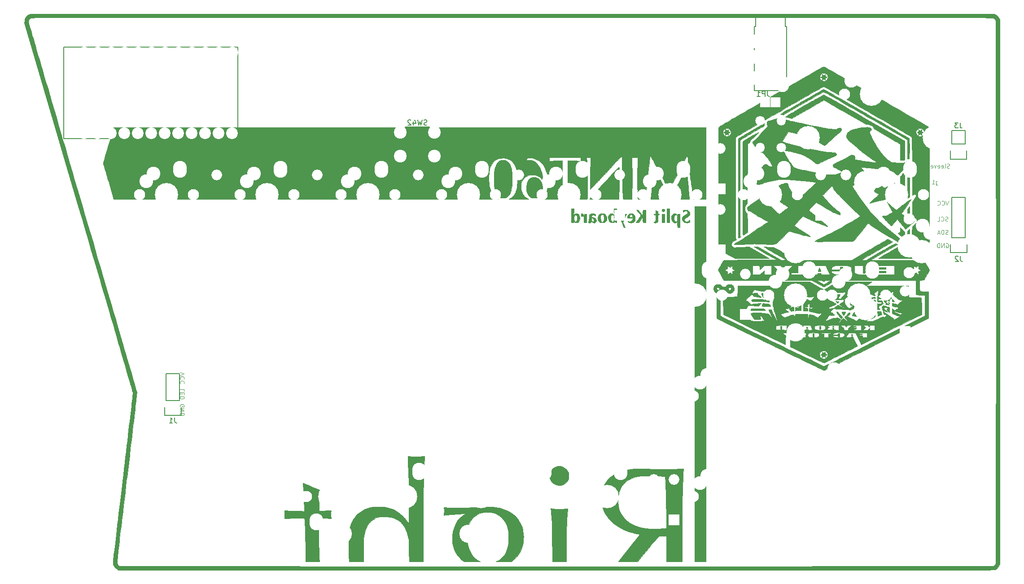
<source format=gbo>
G04 #@! TF.GenerationSoftware,KiCad,Pcbnew,(5.1.6)-1*
G04 #@! TF.CreationDate,2020-06-17T00:03:13+01:00*
G04 #@! TF.ProjectId,Mint60,4d696e74-3630-42e6-9b69-6361645f7063,rev?*
G04 #@! TF.SameCoordinates,Original*
G04 #@! TF.FileFunction,Legend,Bot*
G04 #@! TF.FilePolarity,Positive*
%FSLAX46Y46*%
G04 Gerber Fmt 4.6, Leading zero omitted, Abs format (unit mm)*
G04 Created by KiCad (PCBNEW (5.1.6)-1) date 2020-06-17 00:03:13*
%MOMM*%
%LPD*%
G01*
G04 APERTURE LIST*
%ADD10C,0.100000*%
%ADD11C,0.150000*%
%ADD12C,0.010000*%
%ADD13C,2.600000*%
%ADD14C,3.450000*%
%ADD15C,4.400000*%
%ADD16C,2.100000*%
%ADD17R,2.432000X2.127200*%
%ADD18O,2.432000X2.127200*%
%ADD19R,2.000000X2.000000*%
%ADD20O,2.000000X2.000000*%
%ADD21C,2.200000*%
%ADD22C,1.800000*%
%ADD23O,1.800000X1.800000*%
%ADD24R,2.432000X2.432000*%
%ADD25O,2.432000X2.432000*%
%ADD26C,1.700000*%
%ADD27O,2.400000X3.100000*%
%ADD28C,2.400000*%
%ADD29C,5.700000*%
%ADD30R,1.924000X1.924000*%
G04 APERTURE END LIST*
D10*
X206609523Y-63100000D02*
X206685714Y-63061904D01*
X206800000Y-63061904D01*
X206914285Y-63100000D01*
X206990476Y-63176190D01*
X207028571Y-63252380D01*
X207066666Y-63404761D01*
X207066666Y-63519047D01*
X207028571Y-63671428D01*
X206990476Y-63747619D01*
X206914285Y-63823809D01*
X206800000Y-63861904D01*
X206723809Y-63861904D01*
X206609523Y-63823809D01*
X206571428Y-63785714D01*
X206571428Y-63519047D01*
X206723809Y-63519047D01*
X206228571Y-63861904D02*
X206228571Y-63061904D01*
X205771428Y-63861904D01*
X205771428Y-63061904D01*
X205390476Y-63861904D02*
X205390476Y-63061904D01*
X205200000Y-63061904D01*
X205085714Y-63100000D01*
X205009523Y-63176190D01*
X204971428Y-63252380D01*
X204933333Y-63404761D01*
X204933333Y-63519047D01*
X204971428Y-63671428D01*
X205009523Y-63747619D01*
X205085714Y-63823809D01*
X205200000Y-63861904D01*
X205390476Y-63861904D01*
X206971428Y-61323809D02*
X206857142Y-61361904D01*
X206666666Y-61361904D01*
X206590476Y-61323809D01*
X206552380Y-61285714D01*
X206514285Y-61209523D01*
X206514285Y-61133333D01*
X206552380Y-61057142D01*
X206590476Y-61019047D01*
X206666666Y-60980952D01*
X206819047Y-60942857D01*
X206895238Y-60904761D01*
X206933333Y-60866666D01*
X206971428Y-60790476D01*
X206971428Y-60714285D01*
X206933333Y-60638095D01*
X206895238Y-60600000D01*
X206819047Y-60561904D01*
X206628571Y-60561904D01*
X206514285Y-60600000D01*
X206171428Y-61361904D02*
X206171428Y-60561904D01*
X205980952Y-60561904D01*
X205866666Y-60600000D01*
X205790476Y-60676190D01*
X205752380Y-60752380D01*
X205714285Y-60904761D01*
X205714285Y-61019047D01*
X205752380Y-61171428D01*
X205790476Y-61247619D01*
X205866666Y-61323809D01*
X205980952Y-61361904D01*
X206171428Y-61361904D01*
X205409523Y-61133333D02*
X205028571Y-61133333D01*
X205485714Y-61361904D02*
X205219047Y-60561904D01*
X204952380Y-61361904D01*
X206952380Y-58823809D02*
X206838095Y-58861904D01*
X206647619Y-58861904D01*
X206571428Y-58823809D01*
X206533333Y-58785714D01*
X206495238Y-58709523D01*
X206495238Y-58633333D01*
X206533333Y-58557142D01*
X206571428Y-58519047D01*
X206647619Y-58480952D01*
X206800000Y-58442857D01*
X206876190Y-58404761D01*
X206914285Y-58366666D01*
X206952380Y-58290476D01*
X206952380Y-58214285D01*
X206914285Y-58138095D01*
X206876190Y-58100000D01*
X206800000Y-58061904D01*
X206609523Y-58061904D01*
X206495238Y-58100000D01*
X205695238Y-58785714D02*
X205733333Y-58823809D01*
X205847619Y-58861904D01*
X205923809Y-58861904D01*
X206038095Y-58823809D01*
X206114285Y-58747619D01*
X206152380Y-58671428D01*
X206190476Y-58519047D01*
X206190476Y-58404761D01*
X206152380Y-58252380D01*
X206114285Y-58176190D01*
X206038095Y-58100000D01*
X205923809Y-58061904D01*
X205847619Y-58061904D01*
X205733333Y-58100000D01*
X205695238Y-58138095D01*
X204971428Y-58861904D02*
X205352380Y-58861904D01*
X205352380Y-58061904D01*
X207066666Y-55061904D02*
X206800000Y-55861904D01*
X206533333Y-55061904D01*
X205809523Y-55785714D02*
X205847619Y-55823809D01*
X205961904Y-55861904D01*
X206038095Y-55861904D01*
X206152380Y-55823809D01*
X206228571Y-55747619D01*
X206266666Y-55671428D01*
X206304761Y-55519047D01*
X206304761Y-55404761D01*
X206266666Y-55252380D01*
X206228571Y-55176190D01*
X206152380Y-55100000D01*
X206038095Y-55061904D01*
X205961904Y-55061904D01*
X205847619Y-55100000D01*
X205809523Y-55138095D01*
X205009523Y-55785714D02*
X205047619Y-55823809D01*
X205161904Y-55861904D01*
X205238095Y-55861904D01*
X205352380Y-55823809D01*
X205428571Y-55747619D01*
X205466666Y-55671428D01*
X205504761Y-55519047D01*
X205504761Y-55404761D01*
X205466666Y-55252380D01*
X205428571Y-55176190D01*
X205352380Y-55100000D01*
X205238095Y-55061904D01*
X205161904Y-55061904D01*
X205047619Y-55100000D01*
X205009523Y-55138095D01*
X206547619Y-51861904D02*
X206814285Y-51480952D01*
X207004761Y-51861904D02*
X207004761Y-51061904D01*
X206700000Y-51061904D01*
X206623809Y-51100000D01*
X206585714Y-51138095D01*
X206547619Y-51214285D01*
X206547619Y-51328571D01*
X206585714Y-51404761D01*
X206623809Y-51442857D01*
X206700000Y-51480952D01*
X207004761Y-51480952D01*
X206204761Y-51861904D02*
X206204761Y-51328571D01*
X206204761Y-51061904D02*
X206242857Y-51100000D01*
X206204761Y-51138095D01*
X206166666Y-51100000D01*
X206204761Y-51061904D01*
X206204761Y-51138095D01*
X205823809Y-51328571D02*
X205823809Y-51861904D01*
X205823809Y-51404761D02*
X205785714Y-51366666D01*
X205709523Y-51328571D01*
X205595238Y-51328571D01*
X205519047Y-51366666D01*
X205480952Y-51442857D01*
X205480952Y-51861904D01*
X204757142Y-51328571D02*
X204757142Y-51976190D01*
X204795238Y-52052380D01*
X204833333Y-52090476D01*
X204909523Y-52128571D01*
X205023809Y-52128571D01*
X205100000Y-52090476D01*
X204757142Y-51823809D02*
X204833333Y-51861904D01*
X204985714Y-51861904D01*
X205061904Y-51823809D01*
X205100000Y-51785714D01*
X205138095Y-51709523D01*
X205138095Y-51480952D01*
X205100000Y-51404761D01*
X205061904Y-51366666D01*
X204985714Y-51328571D01*
X204833333Y-51328571D01*
X204757142Y-51366666D01*
X203957142Y-51861904D02*
X204414285Y-51861904D01*
X204185714Y-51861904D02*
X204185714Y-51061904D01*
X204261904Y-51176190D01*
X204338095Y-51252380D01*
X204414285Y-51290476D01*
X207271428Y-48823809D02*
X207157142Y-48861904D01*
X206966666Y-48861904D01*
X206890476Y-48823809D01*
X206852380Y-48785714D01*
X206814285Y-48709523D01*
X206814285Y-48633333D01*
X206852380Y-48557142D01*
X206890476Y-48519047D01*
X206966666Y-48480952D01*
X207119047Y-48442857D01*
X207195238Y-48404761D01*
X207233333Y-48366666D01*
X207271428Y-48290476D01*
X207271428Y-48214285D01*
X207233333Y-48138095D01*
X207195238Y-48100000D01*
X207119047Y-48061904D01*
X206928571Y-48061904D01*
X206814285Y-48100000D01*
X206357142Y-48861904D02*
X206433333Y-48823809D01*
X206471428Y-48747619D01*
X206471428Y-48061904D01*
X205747619Y-48823809D02*
X205823809Y-48861904D01*
X205976190Y-48861904D01*
X206052380Y-48823809D01*
X206090476Y-48747619D01*
X206090476Y-48442857D01*
X206052380Y-48366666D01*
X205976190Y-48328571D01*
X205823809Y-48328571D01*
X205747619Y-48366666D01*
X205709523Y-48442857D01*
X205709523Y-48519047D01*
X206090476Y-48595238D01*
X205061904Y-48823809D02*
X205138095Y-48861904D01*
X205290476Y-48861904D01*
X205366666Y-48823809D01*
X205404761Y-48747619D01*
X205404761Y-48442857D01*
X205366666Y-48366666D01*
X205290476Y-48328571D01*
X205138095Y-48328571D01*
X205061904Y-48366666D01*
X205023809Y-48442857D01*
X205023809Y-48519047D01*
X205404761Y-48595238D01*
X204757142Y-48328571D02*
X204566666Y-48861904D01*
X204376190Y-48328571D01*
X203766666Y-48823809D02*
X203842857Y-48861904D01*
X203995238Y-48861904D01*
X204071428Y-48823809D01*
X204109523Y-48747619D01*
X204109523Y-48442857D01*
X204071428Y-48366666D01*
X203995238Y-48328571D01*
X203842857Y-48328571D01*
X203766666Y-48366666D01*
X203728571Y-48442857D01*
X203728571Y-48519047D01*
X204109523Y-48595238D01*
X62100000Y-93890476D02*
X62061904Y-93814285D01*
X62061904Y-93700000D01*
X62100000Y-93585714D01*
X62176190Y-93509523D01*
X62252380Y-93471428D01*
X62404761Y-93433333D01*
X62519047Y-93433333D01*
X62671428Y-93471428D01*
X62747619Y-93509523D01*
X62823809Y-93585714D01*
X62861904Y-93700000D01*
X62861904Y-93776190D01*
X62823809Y-93890476D01*
X62785714Y-93928571D01*
X62519047Y-93928571D01*
X62519047Y-93776190D01*
X62861904Y-94271428D02*
X62061904Y-94271428D01*
X62861904Y-94728571D01*
X62061904Y-94728571D01*
X62861904Y-95109523D02*
X62061904Y-95109523D01*
X62061904Y-95300000D01*
X62100000Y-95414285D01*
X62176190Y-95490476D01*
X62252380Y-95528571D01*
X62404761Y-95566666D01*
X62519047Y-95566666D01*
X62671428Y-95528571D01*
X62747619Y-95490476D01*
X62823809Y-95414285D01*
X62861904Y-95300000D01*
X62861904Y-95109523D01*
X62861904Y-90985714D02*
X62861904Y-90604761D01*
X62061904Y-90604761D01*
X62442857Y-91252380D02*
X62442857Y-91519047D01*
X62861904Y-91633333D02*
X62861904Y-91252380D01*
X62061904Y-91252380D01*
X62061904Y-91633333D01*
X62861904Y-91976190D02*
X62061904Y-91976190D01*
X62061904Y-92166666D01*
X62100000Y-92280952D01*
X62176190Y-92357142D01*
X62252380Y-92395238D01*
X62404761Y-92433333D01*
X62519047Y-92433333D01*
X62671428Y-92395238D01*
X62747619Y-92357142D01*
X62823809Y-92280952D01*
X62861904Y-92166666D01*
X62861904Y-91976190D01*
X62061904Y-87433333D02*
X62861904Y-87700000D01*
X62061904Y-87966666D01*
X62785714Y-88690476D02*
X62823809Y-88652380D01*
X62861904Y-88538095D01*
X62861904Y-88461904D01*
X62823809Y-88347619D01*
X62747619Y-88271428D01*
X62671428Y-88233333D01*
X62519047Y-88195238D01*
X62404761Y-88195238D01*
X62252380Y-88233333D01*
X62176190Y-88271428D01*
X62100000Y-88347619D01*
X62061904Y-88461904D01*
X62061904Y-88538095D01*
X62100000Y-88652380D01*
X62138095Y-88690476D01*
X62785714Y-89490476D02*
X62823809Y-89452380D01*
X62861904Y-89338095D01*
X62861904Y-89261904D01*
X62823809Y-89147619D01*
X62747619Y-89071428D01*
X62671428Y-89033333D01*
X62519047Y-88995238D01*
X62404761Y-88995238D01*
X62252380Y-89033333D01*
X62176190Y-89071428D01*
X62100000Y-89147619D01*
X62061904Y-89261904D01*
X62061904Y-89338095D01*
X62100000Y-89452380D01*
X62138095Y-89490476D01*
D11*
X59200000Y-95550000D02*
X62300000Y-95550000D01*
X59200000Y-94000000D02*
X59200000Y-95550000D01*
X62020000Y-92730000D02*
X59480000Y-92730000D01*
X62300000Y-95550000D02*
X62300000Y-94000000D01*
X62020000Y-87650000D02*
X62020000Y-92730000D01*
X59480000Y-87650000D02*
X62020000Y-87650000D01*
X59480000Y-92730000D02*
X59480000Y-87650000D01*
X40130000Y-43256000D02*
X40130000Y-25984000D01*
X73023000Y-43256000D02*
X73023000Y-25984000D01*
X40130000Y-25984000D02*
X73023000Y-25984000D01*
X40130000Y-43256000D02*
X73023000Y-43256000D01*
X207450000Y-64800000D02*
X210550000Y-64800000D01*
X207450000Y-63250000D02*
X207450000Y-64800000D01*
X210270000Y-61980000D02*
X207730000Y-61980000D01*
X207730000Y-54360000D02*
X210270000Y-54360000D01*
X210550000Y-64800000D02*
X210550000Y-63250000D01*
X210270000Y-61980000D02*
X210270000Y-54360000D01*
X207730000Y-61980000D02*
X207730000Y-54360000D01*
X207680000Y-41790000D02*
X210220000Y-41790000D01*
X207680000Y-44330000D02*
X207680000Y-41790000D01*
X207400000Y-47150000D02*
X210500000Y-47150000D01*
X207400000Y-45600000D02*
X207400000Y-47150000D01*
X210220000Y-44330000D02*
X207680000Y-44330000D01*
X210500000Y-47150000D02*
X210500000Y-45600000D01*
X210220000Y-44330000D02*
X210220000Y-41790000D01*
X170450000Y-34200000D02*
X176550000Y-34200000D01*
X176550000Y-34200000D02*
X176550000Y-22100000D01*
X176550000Y-22100000D02*
X176300000Y-22100000D01*
X176300000Y-22100000D02*
X176300000Y-20100000D01*
X176250000Y-20100000D02*
X170700000Y-20100000D01*
X170450000Y-34200000D02*
X170450000Y-22100000D01*
X170450000Y-22100000D02*
X170700000Y-22100000D01*
X170700000Y-22100000D02*
X170700000Y-20100000D01*
X110350000Y-43600000D02*
X110350000Y-45100000D01*
X109100000Y-47600000D02*
X104600000Y-47600000D01*
X103350000Y-45100000D02*
X103350000Y-43600000D01*
X104600000Y-41100000D02*
X109100000Y-41100000D01*
D12*
G36*
X183240479Y-31325217D02*
G01*
X183268504Y-31512107D01*
X182906166Y-31689635D01*
X183087880Y-31763300D01*
X183269593Y-31836964D01*
X183241823Y-32022149D01*
X183228733Y-32133288D01*
X183227856Y-32199365D01*
X183231802Y-32207334D01*
X183273665Y-32184561D01*
X183357227Y-32127505D01*
X183392168Y-32102114D01*
X183534785Y-31996895D01*
X183672734Y-32102114D01*
X183763147Y-32167907D01*
X183821626Y-32204593D01*
X183829475Y-32207334D01*
X183836638Y-32169878D01*
X183832675Y-32075486D01*
X183827750Y-32025314D01*
X183819256Y-31913088D01*
X183838917Y-31848262D01*
X183905088Y-31800641D01*
X183987879Y-31761836D01*
X184168524Y-31680376D01*
X183987353Y-31601373D01*
X183877834Y-31549622D01*
X183827729Y-31500872D01*
X183818654Y-31424724D01*
X183827138Y-31336454D01*
X183836633Y-31228405D01*
X183823595Y-31182881D01*
X183773341Y-31195448D01*
X183671188Y-31261672D01*
X183643287Y-31280932D01*
X183572306Y-31324541D01*
X183515742Y-31329902D01*
X183441605Y-31293055D01*
X183373096Y-31247488D01*
X183212453Y-31138328D01*
X183240479Y-31325217D01*
G37*
X183240479Y-31325217D02*
X183268504Y-31512107D01*
X182906166Y-31689635D01*
X183087880Y-31763300D01*
X183269593Y-31836964D01*
X183241823Y-32022149D01*
X183228733Y-32133288D01*
X183227856Y-32199365D01*
X183231802Y-32207334D01*
X183273665Y-32184561D01*
X183357227Y-32127505D01*
X183392168Y-32102114D01*
X183534785Y-31996895D01*
X183672734Y-32102114D01*
X183763147Y-32167907D01*
X183821626Y-32204593D01*
X183829475Y-32207334D01*
X183836638Y-32169878D01*
X183832675Y-32075486D01*
X183827750Y-32025314D01*
X183819256Y-31913088D01*
X183838917Y-31848262D01*
X183905088Y-31800641D01*
X183987879Y-31761836D01*
X184168524Y-31680376D01*
X183987353Y-31601373D01*
X183877834Y-31549622D01*
X183827729Y-31500872D01*
X183818654Y-31424724D01*
X183827138Y-31336454D01*
X183836633Y-31228405D01*
X183823595Y-31182881D01*
X183773341Y-31195448D01*
X183671188Y-31261672D01*
X183643287Y-31280932D01*
X183572306Y-31324541D01*
X183515742Y-31329902D01*
X183441605Y-31293055D01*
X183373096Y-31247488D01*
X183212453Y-31138328D01*
X183240479Y-31325217D01*
G36*
X164945416Y-41747183D02*
G01*
X164967743Y-41945269D01*
X164792955Y-42022243D01*
X164618166Y-42099217D01*
X164794205Y-42189824D01*
X164900650Y-42249259D01*
X164948575Y-42302284D01*
X164955575Y-42379570D01*
X164946731Y-42455728D01*
X164923219Y-42631026D01*
X165260909Y-42436676D01*
X165394621Y-42531887D01*
X165528333Y-42627099D01*
X165528333Y-42438313D01*
X165533441Y-42319842D01*
X165563249Y-42253016D01*
X165639478Y-42206070D01*
X165706072Y-42178409D01*
X165883812Y-42107292D01*
X165706072Y-42027716D01*
X165596443Y-41972395D01*
X165544607Y-41916698D01*
X165529139Y-41830370D01*
X165528333Y-41776737D01*
X165523311Y-41669891D01*
X165510749Y-41609999D01*
X165505452Y-41605334D01*
X165459552Y-41628113D01*
X165376155Y-41684167D01*
X165359241Y-41696516D01*
X165235910Y-41787698D01*
X164923088Y-41549098D01*
X164945416Y-41747183D01*
G37*
X164945416Y-41747183D02*
X164967743Y-41945269D01*
X164792955Y-42022243D01*
X164618166Y-42099217D01*
X164794205Y-42189824D01*
X164900650Y-42249259D01*
X164948575Y-42302284D01*
X164955575Y-42379570D01*
X164946731Y-42455728D01*
X164923219Y-42631026D01*
X165260909Y-42436676D01*
X165394621Y-42531887D01*
X165528333Y-42627099D01*
X165528333Y-42438313D01*
X165533441Y-42319842D01*
X165563249Y-42253016D01*
X165639478Y-42206070D01*
X165706072Y-42178409D01*
X165883812Y-42107292D01*
X165706072Y-42027716D01*
X165596443Y-41972395D01*
X165544607Y-41916698D01*
X165529139Y-41830370D01*
X165528333Y-41776737D01*
X165523311Y-41669891D01*
X165510749Y-41609999D01*
X165505452Y-41605334D01*
X165459552Y-41628113D01*
X165376155Y-41684167D01*
X165359241Y-41696516D01*
X165235910Y-41787698D01*
X164923088Y-41549098D01*
X164945416Y-41747183D01*
G36*
X201407121Y-41747334D02*
G01*
X201421367Y-41866985D01*
X201407620Y-41934150D01*
X201351451Y-41979916D01*
X201283415Y-42013841D01*
X201186993Y-42066994D01*
X201134114Y-42110088D01*
X201130666Y-42118434D01*
X201166402Y-42151735D01*
X201255055Y-42194628D01*
X201282961Y-42205257D01*
X201435255Y-42260327D01*
X201408021Y-42465631D01*
X201380786Y-42670935D01*
X201524306Y-42561468D01*
X201620544Y-42493719D01*
X201689516Y-42455287D01*
X201702166Y-42452000D01*
X201754335Y-42475645D01*
X201844195Y-42534966D01*
X201881381Y-42562500D01*
X202026254Y-42673000D01*
X201997212Y-42479333D01*
X201982966Y-42359682D01*
X201996713Y-42292517D01*
X202052882Y-42246751D01*
X202120918Y-42212826D01*
X202217233Y-42160892D01*
X202270159Y-42120681D01*
X202273666Y-42113334D01*
X202239250Y-42080116D01*
X202153439Y-42029961D01*
X202120918Y-42013841D01*
X202028501Y-41965083D01*
X201988113Y-41915624D01*
X201985326Y-41834378D01*
X201997212Y-41747334D01*
X202026254Y-41553667D01*
X201881381Y-41664167D01*
X201784731Y-41732280D01*
X201715306Y-41771172D01*
X201702166Y-41774667D01*
X201649998Y-41751022D01*
X201560138Y-41691701D01*
X201522952Y-41664167D01*
X201378079Y-41553667D01*
X201407121Y-41747334D01*
G37*
X201407121Y-41747334D02*
X201421367Y-41866985D01*
X201407620Y-41934150D01*
X201351451Y-41979916D01*
X201283415Y-42013841D01*
X201186993Y-42066994D01*
X201134114Y-42110088D01*
X201130666Y-42118434D01*
X201166402Y-42151735D01*
X201255055Y-42194628D01*
X201282961Y-42205257D01*
X201435255Y-42260327D01*
X201408021Y-42465631D01*
X201380786Y-42670935D01*
X201524306Y-42561468D01*
X201620544Y-42493719D01*
X201689516Y-42455287D01*
X201702166Y-42452000D01*
X201754335Y-42475645D01*
X201844195Y-42534966D01*
X201881381Y-42562500D01*
X202026254Y-42673000D01*
X201997212Y-42479333D01*
X201982966Y-42359682D01*
X201996713Y-42292517D01*
X202052882Y-42246751D01*
X202120918Y-42212826D01*
X202217233Y-42160892D01*
X202270159Y-42120681D01*
X202273666Y-42113334D01*
X202239250Y-42080116D01*
X202153439Y-42029961D01*
X202120918Y-42013841D01*
X202028501Y-41965083D01*
X201988113Y-41915624D01*
X201985326Y-41834378D01*
X201997212Y-41747334D01*
X202026254Y-41553667D01*
X201881381Y-41664167D01*
X201784731Y-41732280D01*
X201715306Y-41771172D01*
X201702166Y-41774667D01*
X201649998Y-41751022D01*
X201560138Y-41691701D01*
X201522952Y-41664167D01*
X201378079Y-41553667D01*
X201407121Y-41747334D01*
G36*
X188839106Y-73431746D02*
G01*
X188730841Y-73519455D01*
X188632681Y-73639003D01*
X188597561Y-73698780D01*
X188546903Y-73802962D01*
X188517953Y-73871965D01*
X188515333Y-73882814D01*
X188554423Y-73893141D01*
X188658734Y-73901040D01*
X188808829Y-73905275D01*
X188875166Y-73905667D01*
X189060910Y-73902136D01*
X189174251Y-73890290D01*
X189227209Y-73868252D01*
X189235000Y-73849425D01*
X189212776Y-73782514D01*
X189156990Y-73680322D01*
X189083968Y-73567290D01*
X189010040Y-73467857D01*
X188951532Y-73406462D01*
X188933188Y-73397667D01*
X188839106Y-73431746D01*
G37*
X188839106Y-73431746D02*
X188730841Y-73519455D01*
X188632681Y-73639003D01*
X188597561Y-73698780D01*
X188546903Y-73802962D01*
X188517953Y-73871965D01*
X188515333Y-73882814D01*
X188554423Y-73893141D01*
X188658734Y-73901040D01*
X188808829Y-73905275D01*
X188875166Y-73905667D01*
X189060910Y-73902136D01*
X189174251Y-73890290D01*
X189227209Y-73868252D01*
X189235000Y-73849425D01*
X189212776Y-73782514D01*
X189156990Y-73680322D01*
X189083968Y-73567290D01*
X189010040Y-73467857D01*
X188951532Y-73406462D01*
X188933188Y-73397667D01*
X188839106Y-73431746D01*
G36*
X185952175Y-74154532D02*
G01*
X186047170Y-74249239D01*
X186118687Y-74312601D01*
X186145297Y-74329000D01*
X186184619Y-74298249D01*
X186249758Y-74222015D01*
X186267433Y-74198672D01*
X186325614Y-74112019D01*
X186350228Y-74058957D01*
X186349220Y-74053776D01*
X186302882Y-74042145D01*
X186195945Y-74025956D01*
X186059742Y-74009635D01*
X185784833Y-73980063D01*
X185952175Y-74154532D01*
G37*
X185952175Y-74154532D02*
X186047170Y-74249239D01*
X186118687Y-74312601D01*
X186145297Y-74329000D01*
X186184619Y-74298249D01*
X186249758Y-74222015D01*
X186267433Y-74198672D01*
X186325614Y-74112019D01*
X186350228Y-74058957D01*
X186349220Y-74053776D01*
X186302882Y-74042145D01*
X186195945Y-74025956D01*
X186059742Y-74009635D01*
X185784833Y-73980063D01*
X185952175Y-74154532D01*
G36*
X192880262Y-73197170D02*
G01*
X192751035Y-73237544D01*
X192640581Y-73300002D01*
X192535180Y-73370356D01*
X192467319Y-73422893D01*
X192453350Y-73440000D01*
X192477123Y-73485333D01*
X192527358Y-73555726D01*
X192600500Y-73650286D01*
X192673867Y-73521793D01*
X192717936Y-73451613D01*
X192764252Y-73415958D01*
X192838089Y-73407259D01*
X192964722Y-73417944D01*
X193005327Y-73422500D01*
X193263419Y-73451700D01*
X193249460Y-73329434D01*
X193233871Y-73255182D01*
X193193420Y-73216848D01*
X193104307Y-73199622D01*
X193032089Y-73194169D01*
X192880262Y-73197170D01*
G37*
X192880262Y-73197170D02*
X192751035Y-73237544D01*
X192640581Y-73300002D01*
X192535180Y-73370356D01*
X192467319Y-73422893D01*
X192453350Y-73440000D01*
X192477123Y-73485333D01*
X192527358Y-73555726D01*
X192600500Y-73650286D01*
X192673867Y-73521793D01*
X192717936Y-73451613D01*
X192764252Y-73415958D01*
X192838089Y-73407259D01*
X192964722Y-73417944D01*
X193005327Y-73422500D01*
X193263419Y-73451700D01*
X193249460Y-73329434D01*
X193233871Y-73255182D01*
X193193420Y-73216848D01*
X193104307Y-73199622D01*
X193032089Y-73194169D01*
X192880262Y-73197170D01*
G36*
X192889014Y-73726141D02*
G01*
X192791247Y-73754753D01*
X192748857Y-73794992D01*
X192748666Y-73797993D01*
X192786207Y-73885002D01*
X192880968Y-73964660D01*
X193006159Y-74019106D01*
X193100645Y-74032667D01*
X193203424Y-74026890D01*
X193246958Y-73994052D01*
X193256580Y-73910897D01*
X193256666Y-73889435D01*
X193246031Y-73788066D01*
X193200367Y-73740466D01*
X193141754Y-73724237D01*
X193014926Y-73714266D01*
X192889014Y-73726141D01*
G37*
X192889014Y-73726141D02*
X192791247Y-73754753D01*
X192748857Y-73794992D01*
X192748666Y-73797993D01*
X192786207Y-73885002D01*
X192880968Y-73964660D01*
X193006159Y-74019106D01*
X193100645Y-74032667D01*
X193203424Y-74026890D01*
X193246958Y-73994052D01*
X193256580Y-73910897D01*
X193256666Y-73889435D01*
X193246031Y-73788066D01*
X193200367Y-73740466D01*
X193141754Y-73724237D01*
X193014926Y-73714266D01*
X192889014Y-73726141D01*
G36*
X196457653Y-73631801D02*
G01*
X196436314Y-73734090D01*
X196432315Y-73847813D01*
X196439853Y-73964455D01*
X196471904Y-74023664D01*
X196526916Y-74048318D01*
X196632184Y-74067116D01*
X196742411Y-74073699D01*
X196826733Y-74067720D01*
X196855000Y-74052026D01*
X196831667Y-74008996D01*
X196770380Y-73917804D01*
X196684200Y-73797854D01*
X196680656Y-73793051D01*
X196574630Y-73662427D01*
X196502027Y-73608296D01*
X196457653Y-73631801D01*
G37*
X196457653Y-73631801D02*
X196436314Y-73734090D01*
X196432315Y-73847813D01*
X196439853Y-73964455D01*
X196471904Y-74023664D01*
X196526916Y-74048318D01*
X196632184Y-74067116D01*
X196742411Y-74073699D01*
X196826733Y-74067720D01*
X196855000Y-74052026D01*
X196831667Y-74008996D01*
X196770380Y-73917804D01*
X196684200Y-73797854D01*
X196680656Y-73793051D01*
X196574630Y-73662427D01*
X196502027Y-73608296D01*
X196457653Y-73631801D01*
G36*
X195732526Y-74209003D02*
G01*
X195700721Y-74229525D01*
X195724757Y-74276538D01*
X195793554Y-74347504D01*
X195923666Y-74471841D01*
X195923666Y-74356758D01*
X195893576Y-74249333D01*
X195807628Y-74204207D01*
X195732526Y-74209003D01*
G37*
X195732526Y-74209003D02*
X195700721Y-74229525D01*
X195724757Y-74276538D01*
X195793554Y-74347504D01*
X195923666Y-74471841D01*
X195923666Y-74356758D01*
X195893576Y-74249333D01*
X195807628Y-74204207D01*
X195732526Y-74209003D01*
G36*
X193695264Y-75904167D02*
G01*
X193653357Y-75920204D01*
X193650254Y-75950668D01*
X193653584Y-75960421D01*
X193665486Y-76032186D01*
X193674603Y-76164737D01*
X193679523Y-76334202D01*
X193680000Y-76406796D01*
X193683720Y-76601283D01*
X193695791Y-76721072D01*
X193717579Y-76775843D01*
X193732916Y-76781858D01*
X193795357Y-76765961D01*
X193913295Y-76726046D01*
X194063798Y-76669987D01*
X194100326Y-76655749D01*
X194252980Y-76593092D01*
X194375178Y-76538042D01*
X194445064Y-76500575D01*
X194451462Y-76495471D01*
X194456427Y-76439352D01*
X194432622Y-76327485D01*
X194386831Y-76187664D01*
X194285557Y-75916500D01*
X193956363Y-75904042D01*
X193791193Y-75899724D01*
X193695264Y-75904167D01*
G37*
X193695264Y-75904167D02*
X193653357Y-75920204D01*
X193650254Y-75950668D01*
X193653584Y-75960421D01*
X193665486Y-76032186D01*
X193674603Y-76164737D01*
X193679523Y-76334202D01*
X193680000Y-76406796D01*
X193683720Y-76601283D01*
X193695791Y-76721072D01*
X193717579Y-76775843D01*
X193732916Y-76781858D01*
X193795357Y-76765961D01*
X193913295Y-76726046D01*
X194063798Y-76669987D01*
X194100326Y-76655749D01*
X194252980Y-76593092D01*
X194375178Y-76538042D01*
X194445064Y-76500575D01*
X194451462Y-76495471D01*
X194456427Y-76439352D01*
X194432622Y-76327485D01*
X194386831Y-76187664D01*
X194285557Y-75916500D01*
X193956363Y-75904042D01*
X193791193Y-75899724D01*
X193695264Y-75904167D01*
G36*
X170544536Y-73578983D02*
G01*
X170396571Y-73589193D01*
X170267127Y-73607197D01*
X170153250Y-73630477D01*
X170005564Y-73669648D01*
X169896786Y-73708676D01*
X169847366Y-73740009D01*
X169846333Y-73743775D01*
X169869078Y-73804212D01*
X169924956Y-73896837D01*
X169936290Y-73913096D01*
X170026247Y-74039429D01*
X170857040Y-74025465D01*
X171188262Y-74023021D01*
X171560421Y-74025386D01*
X171938480Y-74032026D01*
X172287403Y-74042407D01*
X172463601Y-74049979D01*
X173239368Y-74088459D01*
X173225601Y-73944146D01*
X173211833Y-73799834D01*
X172817135Y-73721810D01*
X172644275Y-73690574D01*
X172504268Y-73670780D01*
X172416596Y-73664898D01*
X172397589Y-73668634D01*
X172404030Y-73714238D01*
X172453620Y-73787329D01*
X172534500Y-73881177D01*
X172407500Y-73800517D01*
X172304767Y-73738419D01*
X172209190Y-73691633D01*
X172105863Y-73657402D01*
X171979883Y-73632965D01*
X171816345Y-73615565D01*
X171600346Y-73602443D01*
X171316980Y-73590839D01*
X171264500Y-73588943D01*
X170962006Y-73579474D01*
X170727516Y-73575948D01*
X170544536Y-73578983D01*
G37*
X170544536Y-73578983D02*
X170396571Y-73589193D01*
X170267127Y-73607197D01*
X170153250Y-73630477D01*
X170005564Y-73669648D01*
X169896786Y-73708676D01*
X169847366Y-73740009D01*
X169846333Y-73743775D01*
X169869078Y-73804212D01*
X169924956Y-73896837D01*
X169936290Y-73913096D01*
X170026247Y-74039429D01*
X170857040Y-74025465D01*
X171188262Y-74023021D01*
X171560421Y-74025386D01*
X171938480Y-74032026D01*
X172287403Y-74042407D01*
X172463601Y-74049979D01*
X173239368Y-74088459D01*
X173225601Y-73944146D01*
X173211833Y-73799834D01*
X172817135Y-73721810D01*
X172644275Y-73690574D01*
X172504268Y-73670780D01*
X172416596Y-73664898D01*
X172397589Y-73668634D01*
X172404030Y-73714238D01*
X172453620Y-73787329D01*
X172534500Y-73881177D01*
X172407500Y-73800517D01*
X172304767Y-73738419D01*
X172209190Y-73691633D01*
X172105863Y-73657402D01*
X171979883Y-73632965D01*
X171816345Y-73615565D01*
X171600346Y-73602443D01*
X171316980Y-73590839D01*
X171264500Y-73588943D01*
X170962006Y-73579474D01*
X170727516Y-73575948D01*
X170544536Y-73578983D01*
G36*
X171972753Y-74550321D02*
G01*
X171905658Y-74667072D01*
X171887469Y-74754486D01*
X171903775Y-74828930D01*
X171943794Y-74942834D01*
X172697812Y-74954408D01*
X173451829Y-74965983D01*
X173422073Y-74827408D01*
X173397457Y-74718186D01*
X173369172Y-74637458D01*
X173324757Y-74579339D01*
X173251751Y-74537942D01*
X173137693Y-74507381D01*
X172970123Y-74481769D01*
X172736578Y-74455219D01*
X172604458Y-74441166D01*
X172081749Y-74385616D01*
X171972753Y-74550321D01*
G37*
X171972753Y-74550321D02*
X171905658Y-74667072D01*
X171887469Y-74754486D01*
X171903775Y-74828930D01*
X171943794Y-74942834D01*
X172697812Y-74954408D01*
X173451829Y-74965983D01*
X173422073Y-74827408D01*
X173397457Y-74718186D01*
X173369172Y-74637458D01*
X173324757Y-74579339D01*
X173251751Y-74537942D01*
X173137693Y-74507381D01*
X172970123Y-74481769D01*
X172736578Y-74455219D01*
X172604458Y-74441166D01*
X172081749Y-74385616D01*
X171972753Y-74550321D01*
G36*
X186981603Y-75944178D02*
G01*
X186920836Y-75967370D01*
X186906666Y-76007682D01*
X186926902Y-76077157D01*
X186978865Y-76193125D01*
X187049442Y-76331179D01*
X187125518Y-76466913D01*
X187193980Y-76575922D01*
X187241714Y-76633800D01*
X187243896Y-76635278D01*
X187281871Y-76612972D01*
X187348305Y-76532433D01*
X187430626Y-76409491D01*
X187454531Y-76370094D01*
X187535495Y-76228477D01*
X187595925Y-76112614D01*
X187625148Y-76043260D01*
X187626333Y-76035993D01*
X187586771Y-75999218D01*
X187479061Y-75968595D01*
X187319666Y-75947229D01*
X187125050Y-75938227D01*
X187107750Y-75938133D01*
X186981603Y-75944178D01*
G37*
X186981603Y-75944178D02*
X186920836Y-75967370D01*
X186906666Y-76007682D01*
X186926902Y-76077157D01*
X186978865Y-76193125D01*
X187049442Y-76331179D01*
X187125518Y-76466913D01*
X187193980Y-76575922D01*
X187241714Y-76633800D01*
X187243896Y-76635278D01*
X187281871Y-76612972D01*
X187348305Y-76532433D01*
X187430626Y-76409491D01*
X187454531Y-76370094D01*
X187535495Y-76228477D01*
X187595925Y-76112614D01*
X187625148Y-76043260D01*
X187626333Y-76035993D01*
X187586771Y-75999218D01*
X187479061Y-75968595D01*
X187319666Y-75947229D01*
X187125050Y-75938227D01*
X187107750Y-75938133D01*
X186981603Y-75944178D01*
G36*
X188308343Y-76158606D02*
G01*
X188245872Y-76187842D01*
X188168695Y-76249651D01*
X188062229Y-76355294D01*
X187947576Y-76477417D01*
X187741747Y-76699667D01*
X188260114Y-76699667D01*
X188385762Y-76450761D01*
X188456190Y-76301266D01*
X188481880Y-76210497D01*
X188462148Y-76164875D01*
X188396315Y-76150824D01*
X188370694Y-76150680D01*
X188308343Y-76158606D01*
G37*
X188308343Y-76158606D02*
X188245872Y-76187842D01*
X188168695Y-76249651D01*
X188062229Y-76355294D01*
X187947576Y-76477417D01*
X187741747Y-76699667D01*
X188260114Y-76699667D01*
X188385762Y-76450761D01*
X188456190Y-76301266D01*
X188481880Y-76210497D01*
X188462148Y-76164875D01*
X188396315Y-76150824D01*
X188370694Y-76150680D01*
X188308343Y-76158606D01*
G36*
X185991141Y-75944552D02*
G01*
X185946704Y-75974335D01*
X185949338Y-76040707D01*
X185997674Y-76157361D01*
X186051414Y-76263676D01*
X186110171Y-76362207D01*
X186201205Y-76498104D01*
X186313608Y-76656868D01*
X186436475Y-76824003D01*
X186558900Y-76985013D01*
X186669975Y-77125400D01*
X186758795Y-77230668D01*
X186814454Y-77286319D01*
X186824622Y-77291441D01*
X186862798Y-77261407D01*
X186926632Y-77186146D01*
X186941039Y-77167048D01*
X187002659Y-77069570D01*
X187033006Y-76993845D01*
X187033666Y-76986337D01*
X187005057Y-76937852D01*
X186926514Y-76842822D01*
X186808960Y-76713563D01*
X186663322Y-76562389D01*
X186610526Y-76509359D01*
X186427818Y-76322808D01*
X186303738Y-76184698D01*
X186232785Y-76088191D01*
X186209460Y-76026446D01*
X186211212Y-76012737D01*
X186213137Y-75962293D01*
X186162945Y-75941040D01*
X186084019Y-75937667D01*
X185991141Y-75944552D01*
G37*
X185991141Y-75944552D02*
X185946704Y-75974335D01*
X185949338Y-76040707D01*
X185997674Y-76157361D01*
X186051414Y-76263676D01*
X186110171Y-76362207D01*
X186201205Y-76498104D01*
X186313608Y-76656868D01*
X186436475Y-76824003D01*
X186558900Y-76985013D01*
X186669975Y-77125400D01*
X186758795Y-77230668D01*
X186814454Y-77286319D01*
X186824622Y-77291441D01*
X186862798Y-77261407D01*
X186926632Y-77186146D01*
X186941039Y-77167048D01*
X187002659Y-77069570D01*
X187033006Y-76993845D01*
X187033666Y-76986337D01*
X187005057Y-76937852D01*
X186926514Y-76842822D01*
X186808960Y-76713563D01*
X186663322Y-76562389D01*
X186610526Y-76509359D01*
X186427818Y-76322808D01*
X186303738Y-76184698D01*
X186232785Y-76088191D01*
X186209460Y-76026446D01*
X186211212Y-76012737D01*
X186213137Y-75962293D01*
X186162945Y-75941040D01*
X186084019Y-75937667D01*
X185991141Y-75944552D01*
G36*
X175349666Y-78959971D02*
G01*
X175355032Y-79118827D01*
X175373733Y-79210817D01*
X175409670Y-79253215D01*
X175416629Y-79256304D01*
X175508646Y-79283355D01*
X175564552Y-79269368D01*
X175593082Y-79201705D01*
X175602970Y-79067726D01*
X175603666Y-78985667D01*
X175603666Y-78689334D01*
X175349666Y-78689334D01*
X175349666Y-78959971D01*
G37*
X175349666Y-78959971D02*
X175355032Y-79118827D01*
X175373733Y-79210817D01*
X175409670Y-79253215D01*
X175416629Y-79256304D01*
X175508646Y-79283355D01*
X175564552Y-79269368D01*
X175593082Y-79201705D01*
X175602970Y-79067726D01*
X175603666Y-78985667D01*
X175603666Y-78689334D01*
X175349666Y-78689334D01*
X175349666Y-78959971D01*
G36*
X177754373Y-78702639D02*
G01*
X177721643Y-78752144D01*
X177720333Y-78774000D01*
X177740291Y-78835974D01*
X177814550Y-78857793D01*
X177847333Y-78858667D01*
X177940293Y-78845362D01*
X177973023Y-78795856D01*
X177974333Y-78774000D01*
X177954375Y-78712027D01*
X177880117Y-78690207D01*
X177847333Y-78689334D01*
X177754373Y-78702639D01*
G37*
X177754373Y-78702639D02*
X177721643Y-78752144D01*
X177720333Y-78774000D01*
X177740291Y-78835974D01*
X177814550Y-78857793D01*
X177847333Y-78858667D01*
X177940293Y-78845362D01*
X177973023Y-78795856D01*
X177974333Y-78774000D01*
X177954375Y-78712027D01*
X177880117Y-78690207D01*
X177847333Y-78689334D01*
X177754373Y-78702639D01*
G36*
X180321142Y-78753997D02*
G01*
X180288821Y-78828703D01*
X180277780Y-78859065D01*
X180233677Y-78995756D01*
X180229848Y-79072182D01*
X180272183Y-79105450D01*
X180365119Y-79112667D01*
X180461730Y-79107986D01*
X180492114Y-79081354D01*
X180474655Y-79013885D01*
X180470916Y-79003984D01*
X180419398Y-78882935D01*
X180380357Y-78803299D01*
X180346272Y-78748454D01*
X180321142Y-78753997D01*
G37*
X180321142Y-78753997D02*
X180288821Y-78828703D01*
X180277780Y-78859065D01*
X180233677Y-78995756D01*
X180229848Y-79072182D01*
X180272183Y-79105450D01*
X180365119Y-79112667D01*
X180461730Y-79107986D01*
X180492114Y-79081354D01*
X180474655Y-79013885D01*
X180470916Y-79003984D01*
X180419398Y-78882935D01*
X180380357Y-78803299D01*
X180346272Y-78748454D01*
X180321142Y-78753997D01*
G36*
X185287416Y-78697235D02*
G01*
X185182082Y-78725562D01*
X185149833Y-78774000D01*
X185189204Y-78826412D01*
X185287416Y-78850766D01*
X185382871Y-78851277D01*
X185420301Y-78818235D01*
X185425000Y-78774000D01*
X185411717Y-78712818D01*
X185355708Y-78693725D01*
X185287416Y-78697235D01*
G37*
X185287416Y-78697235D02*
X185182082Y-78725562D01*
X185149833Y-78774000D01*
X185189204Y-78826412D01*
X185287416Y-78850766D01*
X185382871Y-78851277D01*
X185420301Y-78818235D01*
X185425000Y-78774000D01*
X185411717Y-78712818D01*
X185355708Y-78693725D01*
X185287416Y-78697235D01*
G36*
X185187978Y-79051981D02*
G01*
X185136807Y-79110936D01*
X185153393Y-79185382D01*
X185193379Y-79224622D01*
X185307108Y-79281545D01*
X185386772Y-79267161D01*
X185423539Y-79184124D01*
X185425000Y-79155000D01*
X185414676Y-79065362D01*
X185365743Y-79032066D01*
X185296671Y-79028000D01*
X185187978Y-79051981D01*
G37*
X185187978Y-79051981D02*
X185136807Y-79110936D01*
X185153393Y-79185382D01*
X185193379Y-79224622D01*
X185307108Y-79281545D01*
X185386772Y-79267161D01*
X185423539Y-79184124D01*
X185425000Y-79155000D01*
X185414676Y-79065362D01*
X185365743Y-79032066D01*
X185296671Y-79028000D01*
X185187978Y-79051981D01*
G36*
X182694500Y-79260834D02*
G01*
X182973490Y-79287650D01*
X182960995Y-78977908D01*
X182948500Y-78668167D01*
X182694500Y-78668167D01*
X182694500Y-79260834D01*
G37*
X182694500Y-79260834D02*
X182973490Y-79287650D01*
X182960995Y-78977908D01*
X182948500Y-78668167D01*
X182694500Y-78668167D01*
X182694500Y-79260834D01*
G36*
X179085670Y-80064019D02*
G01*
X178985299Y-80093756D01*
X178949252Y-80126108D01*
X178958826Y-80180275D01*
X178962608Y-80190341D01*
X179019563Y-80240073D01*
X179094838Y-80255667D01*
X179175171Y-80239427D01*
X179201123Y-80173805D01*
X179202000Y-80145244D01*
X179192630Y-80068704D01*
X179147067Y-80051751D01*
X179085670Y-80064019D01*
G37*
X179085670Y-80064019D02*
X178985299Y-80093756D01*
X178949252Y-80126108D01*
X178958826Y-80180275D01*
X178962608Y-80190341D01*
X179019563Y-80240073D01*
X179094838Y-80255667D01*
X179175171Y-80239427D01*
X179201123Y-80173805D01*
X179202000Y-80145244D01*
X179192630Y-80068704D01*
X179147067Y-80051751D01*
X179085670Y-80064019D01*
G36*
X181445666Y-80679000D02*
G01*
X181699666Y-80679000D01*
X181699666Y-80044000D01*
X181445666Y-80044000D01*
X181445666Y-80679000D01*
G37*
X181445666Y-80679000D02*
X181699666Y-80679000D01*
X181699666Y-80044000D01*
X181445666Y-80044000D01*
X181445666Y-80679000D01*
G36*
X183748821Y-83580550D02*
G01*
X183663808Y-83636758D01*
X183648342Y-83648035D01*
X183557069Y-83703396D01*
X183478313Y-83708564D01*
X183382070Y-83660678D01*
X183318916Y-83616601D01*
X183260673Y-83578182D01*
X183232900Y-83585026D01*
X183224310Y-83651789D01*
X183223666Y-83740263D01*
X183218581Y-83861064D01*
X183191375Y-83927120D01*
X183124126Y-83968252D01*
X183075500Y-83986764D01*
X182979335Y-84029023D01*
X182929336Y-84065612D01*
X182927333Y-84071431D01*
X182963008Y-84104509D01*
X183051218Y-84146897D01*
X183075500Y-84156098D01*
X183169004Y-84197351D01*
X183211731Y-84251211D01*
X183223324Y-84348907D01*
X183223666Y-84391671D01*
X183228414Y-84502339D01*
X183240368Y-84566881D01*
X183246547Y-84573667D01*
X183292370Y-84550872D01*
X183376029Y-84494669D01*
X183394714Y-84481039D01*
X183520000Y-84388411D01*
X183645286Y-84481039D01*
X183734299Y-84541854D01*
X183792685Y-84572710D01*
X183797899Y-84573667D01*
X183811118Y-84536258D01*
X183811797Y-84442322D01*
X183808423Y-84397467D01*
X183802903Y-84283924D01*
X183828066Y-84221614D01*
X183903561Y-84177826D01*
X183952143Y-84158213D01*
X184052330Y-84113234D01*
X184108097Y-84077267D01*
X184112236Y-84069829D01*
X184076817Y-84039288D01*
X183988749Y-83993547D01*
X183951709Y-83977321D01*
X183850843Y-83928957D01*
X183808133Y-83876174D01*
X183803948Y-83785622D01*
X183808419Y-83733905D01*
X183812942Y-83625656D01*
X183804303Y-83563497D01*
X183797899Y-83557667D01*
X183748821Y-83580550D01*
G37*
X183748821Y-83580550D02*
X183663808Y-83636758D01*
X183648342Y-83648035D01*
X183557069Y-83703396D01*
X183478313Y-83708564D01*
X183382070Y-83660678D01*
X183318916Y-83616601D01*
X183260673Y-83578182D01*
X183232900Y-83585026D01*
X183224310Y-83651789D01*
X183223666Y-83740263D01*
X183218581Y-83861064D01*
X183191375Y-83927120D01*
X183124126Y-83968252D01*
X183075500Y-83986764D01*
X182979335Y-84029023D01*
X182929336Y-84065612D01*
X182927333Y-84071431D01*
X182963008Y-84104509D01*
X183051218Y-84146897D01*
X183075500Y-84156098D01*
X183169004Y-84197351D01*
X183211731Y-84251211D01*
X183223324Y-84348907D01*
X183223666Y-84391671D01*
X183228414Y-84502339D01*
X183240368Y-84566881D01*
X183246547Y-84573667D01*
X183292370Y-84550872D01*
X183376029Y-84494669D01*
X183394714Y-84481039D01*
X183520000Y-84388411D01*
X183645286Y-84481039D01*
X183734299Y-84541854D01*
X183792685Y-84572710D01*
X183797899Y-84573667D01*
X183811118Y-84536258D01*
X183811797Y-84442322D01*
X183808423Y-84397467D01*
X183802903Y-84283924D01*
X183828066Y-84221614D01*
X183903561Y-84177826D01*
X183952143Y-84158213D01*
X184052330Y-84113234D01*
X184108097Y-84077267D01*
X184112236Y-84069829D01*
X184076817Y-84039288D01*
X183988749Y-83993547D01*
X183951709Y-83977321D01*
X183850843Y-83928957D01*
X183808133Y-83876174D01*
X183803948Y-83785622D01*
X183808419Y-83733905D01*
X183812942Y-83625656D01*
X183804303Y-83563497D01*
X183797899Y-83557667D01*
X183748821Y-83580550D01*
G36*
X182651495Y-67719984D02*
G01*
X182609494Y-67819464D01*
X182557675Y-67962403D01*
X182537942Y-68021334D01*
X182426916Y-68360000D01*
X182698291Y-68360000D01*
X182867214Y-68352444D01*
X182955842Y-68330019D01*
X182969666Y-68310460D01*
X182953093Y-68247789D01*
X182910381Y-68139072D01*
X182852043Y-68006786D01*
X182788593Y-67873410D01*
X182730543Y-67761421D01*
X182688408Y-67693300D01*
X182676050Y-67682667D01*
X182651495Y-67719984D01*
G37*
X182651495Y-67719984D02*
X182609494Y-67819464D01*
X182557675Y-67962403D01*
X182537942Y-68021334D01*
X182426916Y-68360000D01*
X182698291Y-68360000D01*
X182867214Y-68352444D01*
X182955842Y-68330019D01*
X182969666Y-68310460D01*
X182953093Y-68247789D01*
X182910381Y-68139072D01*
X182852043Y-68006786D01*
X182788593Y-67873410D01*
X182730543Y-67761421D01*
X182688408Y-67693300D01*
X182676050Y-67682667D01*
X182651495Y-67719984D01*
G36*
X183451063Y-34016617D02*
G01*
X183335253Y-34077922D01*
X183157749Y-34174985D01*
X182924351Y-34304488D01*
X182640857Y-34463113D01*
X182313062Y-34647541D01*
X181946767Y-34854453D01*
X181547767Y-35080532D01*
X181121861Y-35322458D01*
X180674847Y-35576914D01*
X180212522Y-35840581D01*
X179740683Y-36110141D01*
X179265130Y-36382275D01*
X178791658Y-36653665D01*
X178326067Y-36920992D01*
X177874153Y-37180939D01*
X177441715Y-37430186D01*
X177034549Y-37665415D01*
X176658455Y-37883308D01*
X176319228Y-38080546D01*
X176022668Y-38253811D01*
X175774572Y-38399785D01*
X175580737Y-38515149D01*
X175446962Y-38596585D01*
X175379043Y-38640774D01*
X175372950Y-38645692D01*
X175371809Y-38676064D01*
X175425010Y-38684334D01*
X175522699Y-38699886D01*
X175651007Y-38738547D01*
X175685576Y-38751670D01*
X175853865Y-38819006D01*
X179637198Y-36635003D01*
X180263548Y-36274045D01*
X180843625Y-35940998D01*
X181374705Y-35637392D01*
X181854063Y-35364755D01*
X182278974Y-35124614D01*
X182646715Y-34918499D01*
X182954562Y-34747938D01*
X183199789Y-34614458D01*
X183379672Y-34519589D01*
X183491488Y-34464859D01*
X183530247Y-34451000D01*
X183576167Y-34471849D01*
X183691192Y-34532812D01*
X183871195Y-34631512D01*
X184112049Y-34765573D01*
X184409626Y-34932618D01*
X184759799Y-35130271D01*
X185158441Y-35356155D01*
X185601425Y-35607895D01*
X186084622Y-35883113D01*
X186603907Y-36179433D01*
X187155150Y-36494478D01*
X187734226Y-36825873D01*
X188337007Y-37171241D01*
X188959365Y-37528205D01*
X189597173Y-37894389D01*
X190246304Y-38267416D01*
X190902630Y-38644910D01*
X191562024Y-39024495D01*
X192220359Y-39403794D01*
X192873508Y-39780430D01*
X193517342Y-40152028D01*
X194147736Y-40516210D01*
X194760561Y-40870601D01*
X195351690Y-41212823D01*
X195916995Y-41540501D01*
X196452350Y-41851257D01*
X196953628Y-42142716D01*
X197416700Y-42412502D01*
X197837439Y-42658236D01*
X198211719Y-42877544D01*
X198535412Y-43068048D01*
X198804389Y-43227373D01*
X199014526Y-43353141D01*
X199161692Y-43442977D01*
X199241763Y-43494504D01*
X199255487Y-43505335D01*
X199269267Y-43545283D01*
X199280675Y-43629585D01*
X199289885Y-43764125D01*
X199297070Y-43954787D01*
X199302404Y-44207453D01*
X199306060Y-44528008D01*
X199308211Y-44922335D01*
X199308987Y-45320084D01*
X199310333Y-47066334D01*
X199433871Y-47066334D01*
X199548355Y-47074939D01*
X199624371Y-47092029D01*
X199640285Y-47091849D01*
X199653484Y-47073311D01*
X199664219Y-47029399D01*
X199672739Y-46953096D01*
X199679292Y-46837386D01*
X199684128Y-46675251D01*
X199687497Y-46459676D01*
X199689648Y-46183644D01*
X199690830Y-45840138D01*
X199691293Y-45422141D01*
X199691333Y-45207782D01*
X199691185Y-44755181D01*
X199690539Y-44379721D01*
X199689094Y-44073879D01*
X199686548Y-43830129D01*
X199682600Y-43640947D01*
X199676947Y-43498808D01*
X199669289Y-43396188D01*
X199659324Y-43325562D01*
X199646750Y-43279404D01*
X199631265Y-43250191D01*
X199612567Y-43230398D01*
X199612053Y-43229956D01*
X199568291Y-43202580D01*
X199454566Y-43134862D01*
X199274254Y-43028763D01*
X199030735Y-42886243D01*
X198727387Y-42709261D01*
X198367588Y-42499778D01*
X197954717Y-42259754D01*
X197492151Y-41991147D01*
X196983268Y-41695918D01*
X196431448Y-41376027D01*
X195840069Y-41033434D01*
X195212508Y-40670098D01*
X194552144Y-40287979D01*
X193862355Y-39889038D01*
X193146520Y-39475233D01*
X192408017Y-39048526D01*
X191650224Y-38610875D01*
X191579854Y-38570244D01*
X190659809Y-38039141D01*
X189810307Y-37549007D01*
X189028658Y-37098318D01*
X188312173Y-36685553D01*
X187658164Y-36309188D01*
X187063940Y-35967701D01*
X186526813Y-35659568D01*
X186044094Y-35383267D01*
X185613093Y-35137274D01*
X185231121Y-34920068D01*
X184895489Y-34730125D01*
X184603508Y-34565922D01*
X184352488Y-34425937D01*
X184139741Y-34308646D01*
X183962577Y-34212527D01*
X183818307Y-34136057D01*
X183704242Y-34077713D01*
X183617692Y-34035972D01*
X183555969Y-34009312D01*
X183516384Y-33996209D01*
X183499384Y-33994389D01*
X183451063Y-34016617D01*
G37*
X183451063Y-34016617D02*
X183335253Y-34077922D01*
X183157749Y-34174985D01*
X182924351Y-34304488D01*
X182640857Y-34463113D01*
X182313062Y-34647541D01*
X181946767Y-34854453D01*
X181547767Y-35080532D01*
X181121861Y-35322458D01*
X180674847Y-35576914D01*
X180212522Y-35840581D01*
X179740683Y-36110141D01*
X179265130Y-36382275D01*
X178791658Y-36653665D01*
X178326067Y-36920992D01*
X177874153Y-37180939D01*
X177441715Y-37430186D01*
X177034549Y-37665415D01*
X176658455Y-37883308D01*
X176319228Y-38080546D01*
X176022668Y-38253811D01*
X175774572Y-38399785D01*
X175580737Y-38515149D01*
X175446962Y-38596585D01*
X175379043Y-38640774D01*
X175372950Y-38645692D01*
X175371809Y-38676064D01*
X175425010Y-38684334D01*
X175522699Y-38699886D01*
X175651007Y-38738547D01*
X175685576Y-38751670D01*
X175853865Y-38819006D01*
X179637198Y-36635003D01*
X180263548Y-36274045D01*
X180843625Y-35940998D01*
X181374705Y-35637392D01*
X181854063Y-35364755D01*
X182278974Y-35124614D01*
X182646715Y-34918499D01*
X182954562Y-34747938D01*
X183199789Y-34614458D01*
X183379672Y-34519589D01*
X183491488Y-34464859D01*
X183530247Y-34451000D01*
X183576167Y-34471849D01*
X183691192Y-34532812D01*
X183871195Y-34631512D01*
X184112049Y-34765573D01*
X184409626Y-34932618D01*
X184759799Y-35130271D01*
X185158441Y-35356155D01*
X185601425Y-35607895D01*
X186084622Y-35883113D01*
X186603907Y-36179433D01*
X187155150Y-36494478D01*
X187734226Y-36825873D01*
X188337007Y-37171241D01*
X188959365Y-37528205D01*
X189597173Y-37894389D01*
X190246304Y-38267416D01*
X190902630Y-38644910D01*
X191562024Y-39024495D01*
X192220359Y-39403794D01*
X192873508Y-39780430D01*
X193517342Y-40152028D01*
X194147736Y-40516210D01*
X194760561Y-40870601D01*
X195351690Y-41212823D01*
X195916995Y-41540501D01*
X196452350Y-41851257D01*
X196953628Y-42142716D01*
X197416700Y-42412502D01*
X197837439Y-42658236D01*
X198211719Y-42877544D01*
X198535412Y-43068048D01*
X198804389Y-43227373D01*
X199014526Y-43353141D01*
X199161692Y-43442977D01*
X199241763Y-43494504D01*
X199255487Y-43505335D01*
X199269267Y-43545283D01*
X199280675Y-43629585D01*
X199289885Y-43764125D01*
X199297070Y-43954787D01*
X199302404Y-44207453D01*
X199306060Y-44528008D01*
X199308211Y-44922335D01*
X199308987Y-45320084D01*
X199310333Y-47066334D01*
X199433871Y-47066334D01*
X199548355Y-47074939D01*
X199624371Y-47092029D01*
X199640285Y-47091849D01*
X199653484Y-47073311D01*
X199664219Y-47029399D01*
X199672739Y-46953096D01*
X199679292Y-46837386D01*
X199684128Y-46675251D01*
X199687497Y-46459676D01*
X199689648Y-46183644D01*
X199690830Y-45840138D01*
X199691293Y-45422141D01*
X199691333Y-45207782D01*
X199691185Y-44755181D01*
X199690539Y-44379721D01*
X199689094Y-44073879D01*
X199686548Y-43830129D01*
X199682600Y-43640947D01*
X199676947Y-43498808D01*
X199669289Y-43396188D01*
X199659324Y-43325562D01*
X199646750Y-43279404D01*
X199631265Y-43250191D01*
X199612567Y-43230398D01*
X199612053Y-43229956D01*
X199568291Y-43202580D01*
X199454566Y-43134862D01*
X199274254Y-43028763D01*
X199030735Y-42886243D01*
X198727387Y-42709261D01*
X198367588Y-42499778D01*
X197954717Y-42259754D01*
X197492151Y-41991147D01*
X196983268Y-41695918D01*
X196431448Y-41376027D01*
X195840069Y-41033434D01*
X195212508Y-40670098D01*
X194552144Y-40287979D01*
X193862355Y-39889038D01*
X193146520Y-39475233D01*
X192408017Y-39048526D01*
X191650224Y-38610875D01*
X191579854Y-38570244D01*
X190659809Y-38039141D01*
X189810307Y-37549007D01*
X189028658Y-37098318D01*
X188312173Y-36685553D01*
X187658164Y-36309188D01*
X187063940Y-35967701D01*
X186526813Y-35659568D01*
X186044094Y-35383267D01*
X185613093Y-35137274D01*
X185231121Y-34920068D01*
X184895489Y-34730125D01*
X184603508Y-34565922D01*
X184352488Y-34425937D01*
X184139741Y-34308646D01*
X183962577Y-34212527D01*
X183818307Y-34136057D01*
X183704242Y-34077713D01*
X183617692Y-34035972D01*
X183555969Y-34009312D01*
X183516384Y-33996209D01*
X183499384Y-33994389D01*
X183451063Y-34016617D01*
G36*
X183514549Y-35011733D02*
G01*
X183466156Y-35033473D01*
X183351205Y-35093840D01*
X183175774Y-35189353D01*
X182945940Y-35316536D01*
X182667778Y-35471907D01*
X182347366Y-35651987D01*
X181990780Y-35853297D01*
X181604096Y-36072359D01*
X181193392Y-36305691D01*
X180764743Y-36549816D01*
X180324226Y-36801253D01*
X179877917Y-37056524D01*
X179431894Y-37312149D01*
X178992232Y-37564649D01*
X178565009Y-37810543D01*
X178156300Y-38046354D01*
X177772183Y-38268602D01*
X177418734Y-38473806D01*
X177102029Y-38658489D01*
X176828144Y-38819171D01*
X176603158Y-38952371D01*
X176433145Y-39054612D01*
X176324183Y-39122413D01*
X176282347Y-39152295D01*
X176282082Y-39152951D01*
X176320372Y-39171383D01*
X176426426Y-39205806D01*
X176585802Y-39251933D01*
X176784063Y-39305476D01*
X176875011Y-39329030D01*
X177469022Y-39480992D01*
X180441594Y-37762974D01*
X180903506Y-37496399D01*
X181345497Y-37242080D01*
X181761919Y-37003220D01*
X182147122Y-36783025D01*
X182495457Y-36584701D01*
X182801274Y-36411453D01*
X183058924Y-36266486D01*
X183262758Y-36153007D01*
X183407126Y-36074219D01*
X183486378Y-36033329D01*
X183499111Y-36028179D01*
X183550967Y-36046577D01*
X183674642Y-36107548D01*
X183869111Y-36210516D01*
X184133347Y-36354906D01*
X184466323Y-36540139D01*
X184867014Y-36765641D01*
X185334393Y-37030835D01*
X185867434Y-37335143D01*
X186465110Y-37677990D01*
X187126396Y-38058799D01*
X187563111Y-38310952D01*
X191542166Y-40610500D01*
X191820378Y-40615177D01*
X192128691Y-40649395D01*
X192407351Y-40736443D01*
X192643990Y-40868999D01*
X192826245Y-41039743D01*
X192941749Y-41241356D01*
X192956617Y-41287834D01*
X193003513Y-41457167D01*
X195362829Y-42811834D01*
X195775967Y-43049755D01*
X196169696Y-43277864D01*
X196537456Y-43492272D01*
X196872686Y-43689088D01*
X197168824Y-43864425D01*
X197419311Y-44014392D01*
X197617584Y-44135101D01*
X197757085Y-44222662D01*
X197831251Y-44273185D01*
X197838905Y-44279660D01*
X197955666Y-44392821D01*
X197955666Y-47362667D01*
X198220250Y-47357094D01*
X198390006Y-47349707D01*
X198549258Y-47336526D01*
X198633000Y-47325344D01*
X198781166Y-47299167D01*
X198781166Y-43755794D01*
X191203500Y-39378380D01*
X190258254Y-38832546D01*
X189384223Y-38328281D01*
X188579489Y-37864497D01*
X187842134Y-37440102D01*
X187170238Y-37054008D01*
X186561884Y-36705126D01*
X186015151Y-36392364D01*
X185528122Y-36114635D01*
X185098878Y-35870847D01*
X184725500Y-35659912D01*
X184406069Y-35480740D01*
X184138667Y-35332241D01*
X183921375Y-35213325D01*
X183752275Y-35122904D01*
X183629447Y-35059886D01*
X183550974Y-35023183D01*
X183514935Y-35011705D01*
X183514549Y-35011733D01*
G37*
X183514549Y-35011733D02*
X183466156Y-35033473D01*
X183351205Y-35093840D01*
X183175774Y-35189353D01*
X182945940Y-35316536D01*
X182667778Y-35471907D01*
X182347366Y-35651987D01*
X181990780Y-35853297D01*
X181604096Y-36072359D01*
X181193392Y-36305691D01*
X180764743Y-36549816D01*
X180324226Y-36801253D01*
X179877917Y-37056524D01*
X179431894Y-37312149D01*
X178992232Y-37564649D01*
X178565009Y-37810543D01*
X178156300Y-38046354D01*
X177772183Y-38268602D01*
X177418734Y-38473806D01*
X177102029Y-38658489D01*
X176828144Y-38819171D01*
X176603158Y-38952371D01*
X176433145Y-39054612D01*
X176324183Y-39122413D01*
X176282347Y-39152295D01*
X176282082Y-39152951D01*
X176320372Y-39171383D01*
X176426426Y-39205806D01*
X176585802Y-39251933D01*
X176784063Y-39305476D01*
X176875011Y-39329030D01*
X177469022Y-39480992D01*
X180441594Y-37762974D01*
X180903506Y-37496399D01*
X181345497Y-37242080D01*
X181761919Y-37003220D01*
X182147122Y-36783025D01*
X182495457Y-36584701D01*
X182801274Y-36411453D01*
X183058924Y-36266486D01*
X183262758Y-36153007D01*
X183407126Y-36074219D01*
X183486378Y-36033329D01*
X183499111Y-36028179D01*
X183550967Y-36046577D01*
X183674642Y-36107548D01*
X183869111Y-36210516D01*
X184133347Y-36354906D01*
X184466323Y-36540139D01*
X184867014Y-36765641D01*
X185334393Y-37030835D01*
X185867434Y-37335143D01*
X186465110Y-37677990D01*
X187126396Y-38058799D01*
X187563111Y-38310952D01*
X191542166Y-40610500D01*
X191820378Y-40615177D01*
X192128691Y-40649395D01*
X192407351Y-40736443D01*
X192643990Y-40868999D01*
X192826245Y-41039743D01*
X192941749Y-41241356D01*
X192956617Y-41287834D01*
X193003513Y-41457167D01*
X195362829Y-42811834D01*
X195775967Y-43049755D01*
X196169696Y-43277864D01*
X196537456Y-43492272D01*
X196872686Y-43689088D01*
X197168824Y-43864425D01*
X197419311Y-44014392D01*
X197617584Y-44135101D01*
X197757085Y-44222662D01*
X197831251Y-44273185D01*
X197838905Y-44279660D01*
X197955666Y-44392821D01*
X197955666Y-47362667D01*
X198220250Y-47357094D01*
X198390006Y-47349707D01*
X198549258Y-47336526D01*
X198633000Y-47325344D01*
X198781166Y-47299167D01*
X198781166Y-43755794D01*
X191203500Y-39378380D01*
X190258254Y-38832546D01*
X189384223Y-38328281D01*
X188579489Y-37864497D01*
X187842134Y-37440102D01*
X187170238Y-37054008D01*
X186561884Y-36705126D01*
X186015151Y-36392364D01*
X185528122Y-36114635D01*
X185098878Y-35870847D01*
X184725500Y-35659912D01*
X184406069Y-35480740D01*
X184138667Y-35332241D01*
X183921375Y-35213325D01*
X183752275Y-35122904D01*
X183629447Y-35059886D01*
X183550974Y-35023183D01*
X183514935Y-35011705D01*
X183514549Y-35011733D01*
G36*
X122807777Y-47368013D02*
G01*
X122661318Y-47388310D01*
X122532692Y-47429949D01*
X122444828Y-47470534D01*
X122171577Y-47652604D01*
X121934547Y-47908781D01*
X121733334Y-48239793D01*
X121567535Y-48646368D01*
X121436747Y-49129233D01*
X121388142Y-49377673D01*
X121363741Y-49537476D01*
X121345042Y-49712097D01*
X121331424Y-49914755D01*
X121322264Y-50158674D01*
X121316943Y-50457073D01*
X121314838Y-50823174D01*
X121314741Y-50939834D01*
X121316055Y-51327300D01*
X121320411Y-51643357D01*
X121328431Y-51901223D01*
X121340736Y-52114122D01*
X121357947Y-52295273D01*
X121380686Y-52457898D01*
X121388142Y-52501994D01*
X121503995Y-53019960D01*
X121657155Y-53465171D01*
X121847071Y-53836624D01*
X122073191Y-54133316D01*
X122334964Y-54354242D01*
X122441054Y-54416745D01*
X122555947Y-54453863D01*
X122728094Y-54482671D01*
X122930339Y-54501469D01*
X123135529Y-54508558D01*
X123316508Y-54502241D01*
X123446122Y-54480818D01*
X123449274Y-54479813D01*
X123725269Y-54346079D01*
X123976182Y-54136475D01*
X124197489Y-53857265D01*
X124384665Y-53514713D01*
X124533186Y-53115083D01*
X124590573Y-52899924D01*
X124657012Y-52571125D01*
X124705732Y-52218555D01*
X124737659Y-51828900D01*
X124753723Y-51388848D01*
X124754850Y-50885084D01*
X124750205Y-50609749D01*
X124734778Y-50125198D01*
X124710165Y-49712405D01*
X124674081Y-49358740D01*
X124624238Y-49051575D01*
X124558349Y-48778283D01*
X124474125Y-48526234D01*
X124369282Y-48282801D01*
X124305588Y-48154916D01*
X124137822Y-47892746D01*
X123932916Y-47670431D01*
X123708021Y-47504359D01*
X123547047Y-47430063D01*
X123382218Y-47391915D01*
X123169376Y-47368237D01*
X123005271Y-47362667D01*
X122807777Y-47368013D01*
G37*
X122807777Y-47368013D02*
X122661318Y-47388310D01*
X122532692Y-47429949D01*
X122444828Y-47470534D01*
X122171577Y-47652604D01*
X121934547Y-47908781D01*
X121733334Y-48239793D01*
X121567535Y-48646368D01*
X121436747Y-49129233D01*
X121388142Y-49377673D01*
X121363741Y-49537476D01*
X121345042Y-49712097D01*
X121331424Y-49914755D01*
X121322264Y-50158674D01*
X121316943Y-50457073D01*
X121314838Y-50823174D01*
X121314741Y-50939834D01*
X121316055Y-51327300D01*
X121320411Y-51643357D01*
X121328431Y-51901223D01*
X121340736Y-52114122D01*
X121357947Y-52295273D01*
X121380686Y-52457898D01*
X121388142Y-52501994D01*
X121503995Y-53019960D01*
X121657155Y-53465171D01*
X121847071Y-53836624D01*
X122073191Y-54133316D01*
X122334964Y-54354242D01*
X122441054Y-54416745D01*
X122555947Y-54453863D01*
X122728094Y-54482671D01*
X122930339Y-54501469D01*
X123135529Y-54508558D01*
X123316508Y-54502241D01*
X123446122Y-54480818D01*
X123449274Y-54479813D01*
X123725269Y-54346079D01*
X123976182Y-54136475D01*
X124197489Y-53857265D01*
X124384665Y-53514713D01*
X124533186Y-53115083D01*
X124590573Y-52899924D01*
X124657012Y-52571125D01*
X124705732Y-52218555D01*
X124737659Y-51828900D01*
X124753723Y-51388848D01*
X124754850Y-50885084D01*
X124750205Y-50609749D01*
X124734778Y-50125198D01*
X124710165Y-49712405D01*
X124674081Y-49358740D01*
X124624238Y-49051575D01*
X124558349Y-48778283D01*
X124474125Y-48526234D01*
X124369282Y-48282801D01*
X124305588Y-48154916D01*
X124137822Y-47892746D01*
X123932916Y-47670431D01*
X123708021Y-47504359D01*
X123547047Y-47430063D01*
X123382218Y-47391915D01*
X123169376Y-47368237D01*
X123005271Y-47362667D01*
X122807777Y-47368013D01*
G36*
X128795907Y-50587344D02*
G01*
X128592281Y-50601822D01*
X128442232Y-50626974D01*
X128314738Y-50670104D01*
X128197415Y-50728267D01*
X127935566Y-50917638D01*
X127727204Y-51171479D01*
X127572152Y-51490196D01*
X127470234Y-51874194D01*
X127421274Y-52323878D01*
X127416467Y-52527334D01*
X127444296Y-52995210D01*
X127528704Y-53407950D01*
X127668413Y-53762803D01*
X127862147Y-54057017D01*
X128108629Y-54287844D01*
X128283836Y-54396085D01*
X128450134Y-54454136D01*
X128668779Y-54492299D01*
X128909447Y-54508961D01*
X129141813Y-54502510D01*
X129335554Y-54471333D01*
X129387364Y-54454765D01*
X129686229Y-54296274D01*
X129942058Y-54068831D01*
X130150730Y-53778676D01*
X130308126Y-53432048D01*
X130410127Y-53035187D01*
X130433844Y-52869547D01*
X130448330Y-52423035D01*
X130391266Y-51994171D01*
X130265735Y-51595123D01*
X130074823Y-51238058D01*
X129990985Y-51122520D01*
X129859445Y-50972838D01*
X129718472Y-50857574D01*
X129535564Y-50751229D01*
X129485778Y-50726156D01*
X129328311Y-50650672D01*
X129210228Y-50605526D01*
X129099836Y-50584340D01*
X128965437Y-50580736D01*
X128795907Y-50587344D01*
G37*
X128795907Y-50587344D02*
X128592281Y-50601822D01*
X128442232Y-50626974D01*
X128314738Y-50670104D01*
X128197415Y-50728267D01*
X127935566Y-50917638D01*
X127727204Y-51171479D01*
X127572152Y-51490196D01*
X127470234Y-51874194D01*
X127421274Y-52323878D01*
X127416467Y-52527334D01*
X127444296Y-52995210D01*
X127528704Y-53407950D01*
X127668413Y-53762803D01*
X127862147Y-54057017D01*
X128108629Y-54287844D01*
X128283836Y-54396085D01*
X128450134Y-54454136D01*
X128668779Y-54492299D01*
X128909447Y-54508961D01*
X129141813Y-54502510D01*
X129335554Y-54471333D01*
X129387364Y-54454765D01*
X129686229Y-54296274D01*
X129942058Y-54068831D01*
X130150730Y-53778676D01*
X130308126Y-53432048D01*
X130410127Y-53035187D01*
X130433844Y-52869547D01*
X130448330Y-52423035D01*
X130391266Y-51994171D01*
X130265735Y-51595123D01*
X130074823Y-51238058D01*
X129990985Y-51122520D01*
X129859445Y-50972838D01*
X129718472Y-50857574D01*
X129535564Y-50751229D01*
X129485778Y-50726156D01*
X129328311Y-50650672D01*
X129210228Y-50605526D01*
X129099836Y-50584340D01*
X128965437Y-50580736D01*
X128795907Y-50587344D01*
G36*
X199541755Y-49160422D02*
G01*
X199447675Y-49246916D01*
X199374322Y-49300932D01*
X199351255Y-49310000D01*
X199342305Y-49351857D01*
X199334363Y-49475532D01*
X199327472Y-49678182D01*
X199321679Y-49956963D01*
X199317027Y-50309034D01*
X199313562Y-50731550D01*
X199311327Y-51221669D01*
X199310369Y-51776548D01*
X199310333Y-51913500D01*
X199310835Y-52374250D01*
X199312280Y-52808889D01*
X199314582Y-53210199D01*
X199317652Y-53570963D01*
X199321401Y-53883963D01*
X199325743Y-54141981D01*
X199330588Y-54337800D01*
X199335848Y-54464203D01*
X199341436Y-54513970D01*
X199342083Y-54514455D01*
X199393406Y-54490806D01*
X199486016Y-54434071D01*
X199532583Y-54402895D01*
X199691333Y-54293878D01*
X199691333Y-49010845D01*
X199541755Y-49160422D01*
G37*
X199541755Y-49160422D02*
X199447675Y-49246916D01*
X199374322Y-49300932D01*
X199351255Y-49310000D01*
X199342305Y-49351857D01*
X199334363Y-49475532D01*
X199327472Y-49678182D01*
X199321679Y-49956963D01*
X199317027Y-50309034D01*
X199313562Y-50731550D01*
X199311327Y-51221669D01*
X199310369Y-51776548D01*
X199310333Y-51913500D01*
X199310835Y-52374250D01*
X199312280Y-52808889D01*
X199314582Y-53210199D01*
X199317652Y-53570963D01*
X199321401Y-53883963D01*
X199325743Y-54141981D01*
X199330588Y-54337800D01*
X199335848Y-54464203D01*
X199341436Y-54513970D01*
X199342083Y-54514455D01*
X199393406Y-54490806D01*
X199486016Y-54434071D01*
X199532583Y-54402895D01*
X199691333Y-54293878D01*
X199691333Y-49010845D01*
X199541755Y-49160422D01*
G36*
X143874833Y-49677750D02*
G01*
X143326415Y-50264073D01*
X142800579Y-50827957D01*
X142300248Y-51366203D01*
X141828349Y-51875608D01*
X141387804Y-52352974D01*
X140981540Y-52795098D01*
X140612480Y-53198779D01*
X140283551Y-53560818D01*
X139997675Y-53878013D01*
X139757779Y-54147163D01*
X139566786Y-54365068D01*
X139427622Y-54528526D01*
X139343211Y-54634337D01*
X139333578Y-54647698D01*
X139324123Y-54663773D01*
X139323883Y-54677567D01*
X139338752Y-54689254D01*
X139374620Y-54699008D01*
X139437381Y-54707004D01*
X139532926Y-54713418D01*
X139667149Y-54718422D01*
X139845940Y-54722192D01*
X140075192Y-54724902D01*
X140360798Y-54726727D01*
X140708649Y-54727842D01*
X141124638Y-54728420D01*
X141614657Y-54728637D01*
X142067037Y-54728667D01*
X144857209Y-54728667D01*
X144884145Y-54210084D01*
X144892467Y-54012250D01*
X144900397Y-53752123D01*
X144907861Y-53439267D01*
X144914783Y-53083246D01*
X144921088Y-52693624D01*
X144926700Y-52279966D01*
X144931546Y-51851837D01*
X144935549Y-51418800D01*
X144938634Y-50990421D01*
X144940727Y-50576262D01*
X144941752Y-50185890D01*
X144941634Y-49828869D01*
X144940297Y-49514762D01*
X144937668Y-49253134D01*
X144933670Y-49053549D01*
X144928229Y-48925573D01*
X144925876Y-48898644D01*
X144890833Y-48593122D01*
X143874833Y-49677750D01*
G37*
X143874833Y-49677750D02*
X143326415Y-50264073D01*
X142800579Y-50827957D01*
X142300248Y-51366203D01*
X141828349Y-51875608D01*
X141387804Y-52352974D01*
X140981540Y-52795098D01*
X140612480Y-53198779D01*
X140283551Y-53560818D01*
X139997675Y-53878013D01*
X139757779Y-54147163D01*
X139566786Y-54365068D01*
X139427622Y-54528526D01*
X139343211Y-54634337D01*
X139333578Y-54647698D01*
X139324123Y-54663773D01*
X139323883Y-54677567D01*
X139338752Y-54689254D01*
X139374620Y-54699008D01*
X139437381Y-54707004D01*
X139532926Y-54713418D01*
X139667149Y-54718422D01*
X139845940Y-54722192D01*
X140075192Y-54724902D01*
X140360798Y-54726727D01*
X140708649Y-54727842D01*
X141124638Y-54728420D01*
X141614657Y-54728637D01*
X142067037Y-54728667D01*
X144857209Y-54728667D01*
X144884145Y-54210084D01*
X144892467Y-54012250D01*
X144900397Y-53752123D01*
X144907861Y-53439267D01*
X144914783Y-53083246D01*
X144921088Y-52693624D01*
X144926700Y-52279966D01*
X144931546Y-51851837D01*
X144935549Y-51418800D01*
X144938634Y-50990421D01*
X144940727Y-50576262D01*
X144941752Y-50185890D01*
X144941634Y-49828869D01*
X144940297Y-49514762D01*
X144937668Y-49253134D01*
X144933670Y-49053549D01*
X144928229Y-48925573D01*
X144925876Y-48898644D01*
X144890833Y-48593122D01*
X143874833Y-49677750D01*
G36*
X151458588Y-48927722D02*
G01*
X151438613Y-49046378D01*
X151412946Y-49235866D01*
X151382301Y-49489420D01*
X151347394Y-49800273D01*
X151308937Y-50161657D01*
X151267646Y-50566806D01*
X151224234Y-51008954D01*
X151179415Y-51481332D01*
X151133904Y-51977173D01*
X151088415Y-52489712D01*
X151072312Y-52675500D01*
X151039763Y-53052867D01*
X151008864Y-53409995D01*
X150980506Y-53736666D01*
X150955579Y-54022661D01*
X150934976Y-54257761D01*
X150919587Y-54431748D01*
X150910304Y-54534403D01*
X150908942Y-54548750D01*
X150891400Y-54728667D01*
X152685367Y-54728667D01*
X153065858Y-54728281D01*
X153418828Y-54727179D01*
X153735571Y-54725442D01*
X154007380Y-54723152D01*
X154225549Y-54720392D01*
X154381372Y-54717244D01*
X154466142Y-54713791D01*
X154479333Y-54711740D01*
X154461297Y-54659103D01*
X154410500Y-54541074D01*
X154331909Y-54368056D01*
X154230490Y-54150453D01*
X154111210Y-53898668D01*
X153979036Y-53623106D01*
X153838934Y-53334169D01*
X153695871Y-53042262D01*
X153554814Y-52757789D01*
X153420729Y-52491152D01*
X153396095Y-52442667D01*
X153254594Y-52166954D01*
X153096048Y-51861956D01*
X152924871Y-51535834D01*
X152745481Y-51196750D01*
X152562293Y-50852867D01*
X152379723Y-50512346D01*
X152202186Y-50183348D01*
X152034099Y-49874036D01*
X151879877Y-49592571D01*
X151743937Y-49347115D01*
X151630693Y-49145830D01*
X151544563Y-48996878D01*
X151489961Y-48908420D01*
X151472159Y-48886667D01*
X151458588Y-48927722D01*
G37*
X151458588Y-48927722D02*
X151438613Y-49046378D01*
X151412946Y-49235866D01*
X151382301Y-49489420D01*
X151347394Y-49800273D01*
X151308937Y-50161657D01*
X151267646Y-50566806D01*
X151224234Y-51008954D01*
X151179415Y-51481332D01*
X151133904Y-51977173D01*
X151088415Y-52489712D01*
X151072312Y-52675500D01*
X151039763Y-53052867D01*
X151008864Y-53409995D01*
X150980506Y-53736666D01*
X150955579Y-54022661D01*
X150934976Y-54257761D01*
X150919587Y-54431748D01*
X150910304Y-54534403D01*
X150908942Y-54548750D01*
X150891400Y-54728667D01*
X152685367Y-54728667D01*
X153065858Y-54728281D01*
X153418828Y-54727179D01*
X153735571Y-54725442D01*
X154007380Y-54723152D01*
X154225549Y-54720392D01*
X154381372Y-54717244D01*
X154466142Y-54713791D01*
X154479333Y-54711740D01*
X154461297Y-54659103D01*
X154410500Y-54541074D01*
X154331909Y-54368056D01*
X154230490Y-54150453D01*
X154111210Y-53898668D01*
X153979036Y-53623106D01*
X153838934Y-53334169D01*
X153695871Y-53042262D01*
X153554814Y-52757789D01*
X153420729Y-52491152D01*
X153396095Y-52442667D01*
X153254594Y-52166954D01*
X153096048Y-51861956D01*
X152924871Y-51535834D01*
X152745481Y-51196750D01*
X152562293Y-50852867D01*
X152379723Y-50512346D01*
X152202186Y-50183348D01*
X152034099Y-49874036D01*
X151879877Y-49592571D01*
X151743937Y-49347115D01*
X151630693Y-49145830D01*
X151544563Y-48996878D01*
X151489961Y-48908420D01*
X151472159Y-48886667D01*
X151458588Y-48927722D01*
G36*
X156567697Y-50834000D02*
G01*
X156223112Y-51513304D01*
X155916070Y-52119645D01*
X155645406Y-52655358D01*
X155409957Y-53122781D01*
X155208559Y-53524250D01*
X155040047Y-53862102D01*
X154903257Y-54138675D01*
X154797025Y-54356304D01*
X154720187Y-54517327D01*
X154671578Y-54624081D01*
X154650035Y-54678901D01*
X154648666Y-54685949D01*
X154690798Y-54697893D01*
X154816429Y-54707926D01*
X155024412Y-54716019D01*
X155313600Y-54722145D01*
X155682847Y-54726275D01*
X156131005Y-54728381D01*
X156398499Y-54728667D01*
X158148332Y-54728667D01*
X158132374Y-54379417D01*
X158109765Y-53978716D01*
X158075231Y-53500697D01*
X158029381Y-52951778D01*
X157972822Y-52338375D01*
X157906161Y-51666905D01*
X157830005Y-50943785D01*
X157744963Y-50175431D01*
X157684497Y-49648667D01*
X157588443Y-48823167D01*
X156567697Y-50834000D01*
G37*
X156567697Y-50834000D02*
X156223112Y-51513304D01*
X155916070Y-52119645D01*
X155645406Y-52655358D01*
X155409957Y-53122781D01*
X155208559Y-53524250D01*
X155040047Y-53862102D01*
X154903257Y-54138675D01*
X154797025Y-54356304D01*
X154720187Y-54517327D01*
X154671578Y-54624081D01*
X154650035Y-54678901D01*
X154648666Y-54685949D01*
X154690798Y-54697893D01*
X154816429Y-54707926D01*
X155024412Y-54716019D01*
X155313600Y-54722145D01*
X155682847Y-54726275D01*
X156131005Y-54728381D01*
X156398499Y-54728667D01*
X158148332Y-54728667D01*
X158132374Y-54379417D01*
X158109765Y-53978716D01*
X158075231Y-53500697D01*
X158029381Y-52951778D01*
X157972822Y-52338375D01*
X157906161Y-51666905D01*
X157830005Y-50943785D01*
X157744963Y-50175431D01*
X157684497Y-49648667D01*
X157588443Y-48823167D01*
X156567697Y-50834000D01*
G36*
X49454529Y-41467750D02*
G01*
X49166610Y-42446909D01*
X48902754Y-43345026D01*
X48662925Y-44162226D01*
X48447086Y-44898630D01*
X48255202Y-45554363D01*
X48087237Y-46129547D01*
X47943154Y-46624306D01*
X47822919Y-47038763D01*
X47726494Y-47373042D01*
X47653845Y-47627265D01*
X47604935Y-47801556D01*
X47579728Y-47896038D01*
X47575972Y-47913721D01*
X47586881Y-47963771D01*
X47620016Y-48088899D01*
X47673623Y-48282984D01*
X47745948Y-48539903D01*
X47835238Y-48853536D01*
X47939738Y-49217760D01*
X48057696Y-49626454D01*
X48187357Y-50073496D01*
X48326967Y-50552765D01*
X48474772Y-51058139D01*
X48561778Y-51354725D01*
X49552636Y-54728667D01*
X122073166Y-54726799D01*
X121840333Y-54591176D01*
X121505620Y-54348249D01*
X121205684Y-54031834D01*
X120943405Y-53646870D01*
X120721662Y-53198298D01*
X120543338Y-52691057D01*
X120414014Y-52144678D01*
X120383892Y-51924829D01*
X120361125Y-51640097D01*
X120345847Y-51309958D01*
X120338190Y-50953886D01*
X120338288Y-50591359D01*
X120346274Y-50241850D01*
X120362281Y-49924835D01*
X120386442Y-49659790D01*
X120396509Y-49585167D01*
X120501581Y-49045313D01*
X120645222Y-48576234D01*
X120829950Y-48172100D01*
X121058283Y-47827079D01*
X121246365Y-47616667D01*
X121540930Y-47365753D01*
X121857667Y-47179837D01*
X122209208Y-47054176D01*
X122608186Y-46984027D01*
X122983333Y-46964572D01*
X123199579Y-46968877D01*
X123412650Y-46983161D01*
X123590497Y-47004859D01*
X123660666Y-47018770D01*
X124077993Y-47163640D01*
X124452312Y-47380500D01*
X124781918Y-47667430D01*
X125065102Y-48022509D01*
X125300158Y-48443819D01*
X125485379Y-48929439D01*
X125544147Y-49137431D01*
X125627592Y-49545255D01*
X125686621Y-50011931D01*
X125721347Y-50517792D01*
X125731884Y-51043172D01*
X125718346Y-51568405D01*
X125680846Y-52073825D01*
X125619496Y-52539767D01*
X125534412Y-52946563D01*
X125521912Y-52993000D01*
X125362986Y-53440283D01*
X125149891Y-53839403D01*
X124888514Y-54182096D01*
X124584746Y-54460099D01*
X124380333Y-54594849D01*
X124147500Y-54727872D01*
X126010166Y-54726233D01*
X127872833Y-54724594D01*
X127619185Y-54593778D01*
X127351021Y-54420198D01*
X127089457Y-54187563D01*
X126857494Y-53919880D01*
X126678133Y-53641159D01*
X126647410Y-53579450D01*
X126505251Y-53200033D01*
X126411936Y-52785555D01*
X126370821Y-52362602D01*
X126385266Y-51957762D01*
X126417184Y-51756834D01*
X126535753Y-51391838D01*
X126726931Y-51053098D01*
X126979506Y-50754917D01*
X127282269Y-50511600D01*
X127481501Y-50398791D01*
X127777335Y-50271656D01*
X128057516Y-50190650D01*
X128355731Y-50148263D01*
X128656000Y-50136956D01*
X128895593Y-50142555D01*
X129086733Y-50164687D01*
X129264847Y-50208359D01*
X129343974Y-50234221D01*
X129680577Y-50390685D01*
X129995912Y-50613786D01*
X130265785Y-50885544D01*
X130328217Y-50965607D01*
X130518666Y-51224314D01*
X130518417Y-51018574D01*
X130500336Y-50719006D01*
X130450318Y-50367603D01*
X130373735Y-49988537D01*
X130275960Y-49605975D01*
X130162363Y-49244088D01*
X130069858Y-49000402D01*
X129878712Y-48613413D01*
X129643745Y-48256461D01*
X129376618Y-47943248D01*
X129088991Y-47687477D01*
X128797314Y-47505189D01*
X128693396Y-47456361D01*
X128602458Y-47422747D01*
X128505166Y-47401516D01*
X128382187Y-47389840D01*
X128214188Y-47384890D01*
X127981835Y-47383835D01*
X127968073Y-47383834D01*
X127757106Y-47383478D01*
X127580240Y-47382502D01*
X127452757Y-47381043D01*
X127389942Y-47379237D01*
X127385990Y-47378632D01*
X127401473Y-47340648D01*
X127440964Y-47249499D01*
X127470272Y-47182919D01*
X127529849Y-47072262D01*
X127603444Y-47000656D01*
X127709624Y-46960146D01*
X127866959Y-46942776D01*
X128036875Y-46940172D01*
X128444676Y-46968950D01*
X128853859Y-47047724D01*
X129239228Y-47169778D01*
X129575588Y-47328397D01*
X129640831Y-47367737D01*
X129846621Y-47517022D01*
X130073146Y-47712299D01*
X130295638Y-47929709D01*
X130489329Y-48145393D01*
X130602388Y-48294000D01*
X130880447Y-48766280D01*
X131109470Y-49296822D01*
X131291668Y-49891253D01*
X131375554Y-50261500D01*
X131409404Y-50442828D01*
X131434088Y-50612555D01*
X131450886Y-50789448D01*
X131461080Y-50992272D01*
X131465951Y-51239796D01*
X131466780Y-51550785D01*
X131466660Y-51596000D01*
X131464926Y-51898222D01*
X131460846Y-52132613D01*
X131452944Y-52316004D01*
X131439747Y-52465226D01*
X131419778Y-52597110D01*
X131391565Y-52728487D01*
X131354918Y-52871386D01*
X131195765Y-53355109D01*
X130994570Y-53768533D01*
X130747766Y-54116775D01*
X130451787Y-54404954D01*
X130137604Y-54618802D01*
X129947166Y-54727647D01*
X134149908Y-54728667D01*
X134186371Y-53765584D01*
X134191938Y-53578683D01*
X134197007Y-53330384D01*
X134201567Y-53028651D01*
X134205607Y-52681448D01*
X134209117Y-52296740D01*
X134212086Y-51882493D01*
X134214503Y-51446669D01*
X134216359Y-50997235D01*
X134217642Y-50542155D01*
X134218341Y-50089394D01*
X134218447Y-49646915D01*
X134217949Y-49222685D01*
X134216835Y-48824668D01*
X134215096Y-48460827D01*
X134212721Y-48139129D01*
X134209700Y-47867538D01*
X134206021Y-47654018D01*
X134201674Y-47506534D01*
X134196649Y-47433051D01*
X134194791Y-47426347D01*
X134148506Y-47422250D01*
X134031293Y-47422160D01*
X133856766Y-47425527D01*
X133638540Y-47431806D01*
X133390232Y-47440449D01*
X133125456Y-47450907D01*
X132857828Y-47462635D01*
X132600963Y-47475084D01*
X132368476Y-47487707D01*
X132173983Y-47499956D01*
X132031099Y-47511285D01*
X131998216Y-47514658D01*
X131763266Y-47541020D01*
X131763268Y-46833500D01*
X137700449Y-46833500D01*
X137666159Y-47017042D01*
X137653139Y-47179345D01*
X137664982Y-47344303D01*
X137670256Y-47371433D01*
X137708643Y-47542281D01*
X137425216Y-47514353D01*
X137319399Y-47506173D01*
X137145250Y-47495229D01*
X136919026Y-47482335D01*
X136656986Y-47468305D01*
X136375388Y-47453952D01*
X136090492Y-47440090D01*
X135818554Y-47427533D01*
X135575835Y-47417094D01*
X135378591Y-47409588D01*
X135266100Y-47406278D01*
X135255764Y-47417119D01*
X135246877Y-47453421D01*
X135239388Y-47520113D01*
X135233249Y-47622123D01*
X135228409Y-47764381D01*
X135224820Y-47951815D01*
X135222431Y-48189355D01*
X135221195Y-48481929D01*
X135221061Y-48834466D01*
X135221980Y-49251895D01*
X135223902Y-49739145D01*
X135226779Y-50301145D01*
X135230561Y-50942824D01*
X135230608Y-50950417D01*
X135234306Y-51493442D01*
X135238512Y-52013848D01*
X135243137Y-52505167D01*
X135248088Y-52960933D01*
X135253275Y-53374679D01*
X135258605Y-53739936D01*
X135263988Y-54050240D01*
X135269332Y-54299121D01*
X135274545Y-54480114D01*
X135279536Y-54586751D01*
X135282360Y-54612250D01*
X135312203Y-54728667D01*
X138888117Y-54728667D01*
X138915305Y-54379417D01*
X138929092Y-54137686D01*
X138939253Y-53821338D01*
X138945957Y-53440337D01*
X138949370Y-53004649D01*
X138949659Y-52524238D01*
X138946992Y-52009069D01*
X138941535Y-51469106D01*
X138933456Y-50914314D01*
X138922920Y-50354658D01*
X138910097Y-49800102D01*
X138895152Y-49260612D01*
X138878253Y-48746151D01*
X138859566Y-48266685D01*
X138839259Y-47832178D01*
X138817499Y-47452595D01*
X138794453Y-47137901D01*
X138793767Y-47129834D01*
X138768426Y-46833500D01*
X139547933Y-46833500D01*
X139520357Y-47447334D01*
X139514678Y-47606819D01*
X139508443Y-47840693D01*
X139501832Y-48138680D01*
X139495028Y-48490506D01*
X139488213Y-48885896D01*
X139481568Y-49314575D01*
X139475275Y-49766268D01*
X139469517Y-50230700D01*
X139466791Y-50474167D01*
X139440799Y-52887167D01*
X139725765Y-52612000D01*
X139820966Y-52516823D01*
X139968371Y-52365088D01*
X140162714Y-52162409D01*
X140398726Y-51914402D01*
X140671140Y-51626680D01*
X140974687Y-51304858D01*
X141304102Y-50954550D01*
X141654115Y-50581370D01*
X142019459Y-50190934D01*
X142394867Y-49788855D01*
X142775071Y-49380748D01*
X143154803Y-48972227D01*
X143528795Y-48568906D01*
X143891781Y-48176401D01*
X144145254Y-47901587D01*
X144470212Y-47550645D01*
X144742139Y-47261021D01*
X144963575Y-47030155D01*
X145137061Y-46855487D01*
X145265136Y-46734458D01*
X145350340Y-46664507D01*
X145394088Y-46643033D01*
X145483500Y-46643066D01*
X145485575Y-49193617D01*
X145488757Y-49993578D01*
X145496835Y-50755732D01*
X145509605Y-51474089D01*
X145526862Y-52142664D01*
X145548402Y-52755468D01*
X145574019Y-53306515D01*
X145603508Y-53789817D01*
X145636665Y-54199386D01*
X145666280Y-54474667D01*
X145695166Y-54707500D01*
X147303833Y-54707500D01*
X147340316Y-54072500D01*
X147348187Y-53886285D01*
X147355077Y-53625334D01*
X147360984Y-53299570D01*
X147365910Y-52918919D01*
X147369854Y-52493303D01*
X147372815Y-52032649D01*
X147374794Y-51546879D01*
X147375791Y-51045919D01*
X147375805Y-50539693D01*
X147374835Y-50038125D01*
X147372883Y-49551139D01*
X147369947Y-49088660D01*
X147366028Y-48660612D01*
X147361126Y-48276920D01*
X147355239Y-47947507D01*
X147348369Y-47682298D01*
X147340515Y-47491218D01*
X147340428Y-47489667D01*
X147303833Y-46833500D01*
X148473452Y-46833500D01*
X148450576Y-46960500D01*
X148436728Y-47080433D01*
X148423746Y-47276155D01*
X148411735Y-47538792D01*
X148400802Y-47859471D01*
X148391056Y-48229318D01*
X148382601Y-48639458D01*
X148375546Y-49081019D01*
X148369997Y-49545125D01*
X148366060Y-50022903D01*
X148363844Y-50505480D01*
X148363454Y-50983980D01*
X148364998Y-51449531D01*
X148368582Y-51893259D01*
X148374313Y-52306289D01*
X148381891Y-52663999D01*
X148392439Y-53057372D01*
X148403248Y-53426970D01*
X148413986Y-53763693D01*
X148424323Y-54058439D01*
X148433927Y-54302106D01*
X148442468Y-54485595D01*
X148449613Y-54599803D01*
X148453548Y-54633417D01*
X148465358Y-54669619D01*
X148488517Y-54695246D01*
X148535952Y-54712125D01*
X148620589Y-54722080D01*
X148755356Y-54726938D01*
X148953178Y-54728525D01*
X149127949Y-54728667D01*
X149375365Y-54728260D01*
X149550998Y-54725821D01*
X149667730Y-54719525D01*
X149738444Y-54707546D01*
X149776024Y-54688060D01*
X149793352Y-54659239D01*
X149800133Y-54633417D01*
X149818556Y-54530110D01*
X149845332Y-54348894D01*
X149879719Y-54096036D01*
X149920971Y-53777805D01*
X149968344Y-53400467D01*
X150021094Y-52970291D01*
X150078477Y-52493543D01*
X150139749Y-51976492D01*
X150204164Y-51425404D01*
X150270980Y-50846547D01*
X150339450Y-50246190D01*
X150408833Y-49630598D01*
X150478382Y-49006041D01*
X150547354Y-48378784D01*
X150595681Y-47934167D01*
X150635041Y-47573074D01*
X150667258Y-47287339D01*
X150693867Y-47068100D01*
X150716404Y-46906493D01*
X150736403Y-46793657D01*
X150755402Y-46720729D01*
X150774933Y-46678846D01*
X150796534Y-46659146D01*
X150817594Y-46653231D01*
X150832436Y-46651072D01*
X150846853Y-46651496D01*
X150863209Y-46658713D01*
X150883866Y-46676934D01*
X150911191Y-46710368D01*
X150947546Y-46763225D01*
X150995296Y-46839713D01*
X151056805Y-46944044D01*
X151134437Y-47080427D01*
X151230556Y-47253071D01*
X151347526Y-47466186D01*
X151487712Y-47723982D01*
X151653477Y-48030668D01*
X151847186Y-48390455D01*
X152071202Y-48807551D01*
X152327890Y-49286167D01*
X152619615Y-49830513D01*
X152948739Y-50444797D01*
X152987157Y-50516500D01*
X153211304Y-50934524D01*
X153424028Y-51330614D01*
X153621906Y-51698439D01*
X153801514Y-52031665D01*
X153959431Y-52323961D01*
X154092234Y-52568994D01*
X154196499Y-52760432D01*
X154268804Y-52891942D01*
X154305726Y-52957191D01*
X154309547Y-52963085D01*
X154336290Y-52935544D01*
X154398347Y-52839056D01*
X154492318Y-52679973D01*
X154614807Y-52464650D01*
X154762416Y-52199437D01*
X154931748Y-51890688D01*
X155119406Y-51544756D01*
X155321993Y-51167993D01*
X155536110Y-50766751D01*
X155758361Y-50347384D01*
X155985349Y-49916244D01*
X156213676Y-49479684D01*
X156439945Y-49044056D01*
X156660758Y-48615713D01*
X156872718Y-48201008D01*
X157072428Y-47806293D01*
X157149523Y-47652626D01*
X157303363Y-47346490D01*
X157425068Y-47108351D01*
X157519529Y-46930064D01*
X157591636Y-46803485D01*
X157646280Y-46720469D01*
X157688352Y-46672872D01*
X157722744Y-46652550D01*
X157751125Y-46650841D01*
X157805259Y-46669628D01*
X157839048Y-46720326D01*
X157861809Y-46823203D01*
X157874020Y-46918167D01*
X157939606Y-47485681D01*
X157998126Y-47984241D01*
X158051492Y-48429082D01*
X158101618Y-48835439D01*
X158150415Y-49218547D01*
X158199797Y-49593641D01*
X158251676Y-49975955D01*
X158307965Y-50380726D01*
X158315149Y-50431834D01*
X158360110Y-50747872D01*
X158411274Y-51101564D01*
X158467118Y-51482871D01*
X158526120Y-51881754D01*
X158586758Y-52288176D01*
X158647507Y-52692097D01*
X158706847Y-53083479D01*
X158763254Y-53452283D01*
X158815206Y-53788471D01*
X158861179Y-54082004D01*
X158899653Y-54322844D01*
X158929103Y-54500952D01*
X158948007Y-54606289D01*
X158949221Y-54612250D01*
X158973394Y-54728667D01*
X160105975Y-54728667D01*
X160407502Y-54727652D01*
X160680908Y-54724791D01*
X160914867Y-54720359D01*
X161098057Y-54714632D01*
X161219152Y-54707884D01*
X161266778Y-54700445D01*
X161269912Y-54655687D01*
X161272948Y-54530778D01*
X161275868Y-54330233D01*
X161278653Y-54058566D01*
X161281284Y-53720293D01*
X161283741Y-53319929D01*
X161286008Y-52861989D01*
X161288063Y-52350988D01*
X161289890Y-51791441D01*
X161291468Y-51187863D01*
X161292779Y-50544770D01*
X161293805Y-49866676D01*
X161294526Y-49158096D01*
X161294924Y-48423546D01*
X161295000Y-47927111D01*
X161295000Y-41182000D01*
X49538585Y-41182000D01*
X49454529Y-41467750D01*
G37*
X49454529Y-41467750D02*
X49166610Y-42446909D01*
X48902754Y-43345026D01*
X48662925Y-44162226D01*
X48447086Y-44898630D01*
X48255202Y-45554363D01*
X48087237Y-46129547D01*
X47943154Y-46624306D01*
X47822919Y-47038763D01*
X47726494Y-47373042D01*
X47653845Y-47627265D01*
X47604935Y-47801556D01*
X47579728Y-47896038D01*
X47575972Y-47913721D01*
X47586881Y-47963771D01*
X47620016Y-48088899D01*
X47673623Y-48282984D01*
X47745948Y-48539903D01*
X47835238Y-48853536D01*
X47939738Y-49217760D01*
X48057696Y-49626454D01*
X48187357Y-50073496D01*
X48326967Y-50552765D01*
X48474772Y-51058139D01*
X48561778Y-51354725D01*
X49552636Y-54728667D01*
X122073166Y-54726799D01*
X121840333Y-54591176D01*
X121505620Y-54348249D01*
X121205684Y-54031834D01*
X120943405Y-53646870D01*
X120721662Y-53198298D01*
X120543338Y-52691057D01*
X120414014Y-52144678D01*
X120383892Y-51924829D01*
X120361125Y-51640097D01*
X120345847Y-51309958D01*
X120338190Y-50953886D01*
X120338288Y-50591359D01*
X120346274Y-50241850D01*
X120362281Y-49924835D01*
X120386442Y-49659790D01*
X120396509Y-49585167D01*
X120501581Y-49045313D01*
X120645222Y-48576234D01*
X120829950Y-48172100D01*
X121058283Y-47827079D01*
X121246365Y-47616667D01*
X121540930Y-47365753D01*
X121857667Y-47179837D01*
X122209208Y-47054176D01*
X122608186Y-46984027D01*
X122983333Y-46964572D01*
X123199579Y-46968877D01*
X123412650Y-46983161D01*
X123590497Y-47004859D01*
X123660666Y-47018770D01*
X124077993Y-47163640D01*
X124452312Y-47380500D01*
X124781918Y-47667430D01*
X125065102Y-48022509D01*
X125300158Y-48443819D01*
X125485379Y-48929439D01*
X125544147Y-49137431D01*
X125627592Y-49545255D01*
X125686621Y-50011931D01*
X125721347Y-50517792D01*
X125731884Y-51043172D01*
X125718346Y-51568405D01*
X125680846Y-52073825D01*
X125619496Y-52539767D01*
X125534412Y-52946563D01*
X125521912Y-52993000D01*
X125362986Y-53440283D01*
X125149891Y-53839403D01*
X124888514Y-54182096D01*
X124584746Y-54460099D01*
X124380333Y-54594849D01*
X124147500Y-54727872D01*
X126010166Y-54726233D01*
X127872833Y-54724594D01*
X127619185Y-54593778D01*
X127351021Y-54420198D01*
X127089457Y-54187563D01*
X126857494Y-53919880D01*
X126678133Y-53641159D01*
X126647410Y-53579450D01*
X126505251Y-53200033D01*
X126411936Y-52785555D01*
X126370821Y-52362602D01*
X126385266Y-51957762D01*
X126417184Y-51756834D01*
X126535753Y-51391838D01*
X126726931Y-51053098D01*
X126979506Y-50754917D01*
X127282269Y-50511600D01*
X127481501Y-50398791D01*
X127777335Y-50271656D01*
X128057516Y-50190650D01*
X128355731Y-50148263D01*
X128656000Y-50136956D01*
X128895593Y-50142555D01*
X129086733Y-50164687D01*
X129264847Y-50208359D01*
X129343974Y-50234221D01*
X129680577Y-50390685D01*
X129995912Y-50613786D01*
X130265785Y-50885544D01*
X130328217Y-50965607D01*
X130518666Y-51224314D01*
X130518417Y-51018574D01*
X130500336Y-50719006D01*
X130450318Y-50367603D01*
X130373735Y-49988537D01*
X130275960Y-49605975D01*
X130162363Y-49244088D01*
X130069858Y-49000402D01*
X129878712Y-48613413D01*
X129643745Y-48256461D01*
X129376618Y-47943248D01*
X129088991Y-47687477D01*
X128797314Y-47505189D01*
X128693396Y-47456361D01*
X128602458Y-47422747D01*
X128505166Y-47401516D01*
X128382187Y-47389840D01*
X128214188Y-47384890D01*
X127981835Y-47383835D01*
X127968073Y-47383834D01*
X127757106Y-47383478D01*
X127580240Y-47382502D01*
X127452757Y-47381043D01*
X127389942Y-47379237D01*
X127385990Y-47378632D01*
X127401473Y-47340648D01*
X127440964Y-47249499D01*
X127470272Y-47182919D01*
X127529849Y-47072262D01*
X127603444Y-47000656D01*
X127709624Y-46960146D01*
X127866959Y-46942776D01*
X128036875Y-46940172D01*
X128444676Y-46968950D01*
X128853859Y-47047724D01*
X129239228Y-47169778D01*
X129575588Y-47328397D01*
X129640831Y-47367737D01*
X129846621Y-47517022D01*
X130073146Y-47712299D01*
X130295638Y-47929709D01*
X130489329Y-48145393D01*
X130602388Y-48294000D01*
X130880447Y-48766280D01*
X131109470Y-49296822D01*
X131291668Y-49891253D01*
X131375554Y-50261500D01*
X131409404Y-50442828D01*
X131434088Y-50612555D01*
X131450886Y-50789448D01*
X131461080Y-50992272D01*
X131465951Y-51239796D01*
X131466780Y-51550785D01*
X131466660Y-51596000D01*
X131464926Y-51898222D01*
X131460846Y-52132613D01*
X131452944Y-52316004D01*
X131439747Y-52465226D01*
X131419778Y-52597110D01*
X131391565Y-52728487D01*
X131354918Y-52871386D01*
X131195765Y-53355109D01*
X130994570Y-53768533D01*
X130747766Y-54116775D01*
X130451787Y-54404954D01*
X130137604Y-54618802D01*
X129947166Y-54727647D01*
X134149908Y-54728667D01*
X134186371Y-53765584D01*
X134191938Y-53578683D01*
X134197007Y-53330384D01*
X134201567Y-53028651D01*
X134205607Y-52681448D01*
X134209117Y-52296740D01*
X134212086Y-51882493D01*
X134214503Y-51446669D01*
X134216359Y-50997235D01*
X134217642Y-50542155D01*
X134218341Y-50089394D01*
X134218447Y-49646915D01*
X134217949Y-49222685D01*
X134216835Y-48824668D01*
X134215096Y-48460827D01*
X134212721Y-48139129D01*
X134209700Y-47867538D01*
X134206021Y-47654018D01*
X134201674Y-47506534D01*
X134196649Y-47433051D01*
X134194791Y-47426347D01*
X134148506Y-47422250D01*
X134031293Y-47422160D01*
X133856766Y-47425527D01*
X133638540Y-47431806D01*
X133390232Y-47440449D01*
X133125456Y-47450907D01*
X132857828Y-47462635D01*
X132600963Y-47475084D01*
X132368476Y-47487707D01*
X132173983Y-47499956D01*
X132031099Y-47511285D01*
X131998216Y-47514658D01*
X131763266Y-47541020D01*
X131763268Y-46833500D01*
X137700449Y-46833500D01*
X137666159Y-47017042D01*
X137653139Y-47179345D01*
X137664982Y-47344303D01*
X137670256Y-47371433D01*
X137708643Y-47542281D01*
X137425216Y-47514353D01*
X137319399Y-47506173D01*
X137145250Y-47495229D01*
X136919026Y-47482335D01*
X136656986Y-47468305D01*
X136375388Y-47453952D01*
X136090492Y-47440090D01*
X135818554Y-47427533D01*
X135575835Y-47417094D01*
X135378591Y-47409588D01*
X135266100Y-47406278D01*
X135255764Y-47417119D01*
X135246877Y-47453421D01*
X135239388Y-47520113D01*
X135233249Y-47622123D01*
X135228409Y-47764381D01*
X135224820Y-47951815D01*
X135222431Y-48189355D01*
X135221195Y-48481929D01*
X135221061Y-48834466D01*
X135221980Y-49251895D01*
X135223902Y-49739145D01*
X135226779Y-50301145D01*
X135230561Y-50942824D01*
X135230608Y-50950417D01*
X135234306Y-51493442D01*
X135238512Y-52013848D01*
X135243137Y-52505167D01*
X135248088Y-52960933D01*
X135253275Y-53374679D01*
X135258605Y-53739936D01*
X135263988Y-54050240D01*
X135269332Y-54299121D01*
X135274545Y-54480114D01*
X135279536Y-54586751D01*
X135282360Y-54612250D01*
X135312203Y-54728667D01*
X138888117Y-54728667D01*
X138915305Y-54379417D01*
X138929092Y-54137686D01*
X138939253Y-53821338D01*
X138945957Y-53440337D01*
X138949370Y-53004649D01*
X138949659Y-52524238D01*
X138946992Y-52009069D01*
X138941535Y-51469106D01*
X138933456Y-50914314D01*
X138922920Y-50354658D01*
X138910097Y-49800102D01*
X138895152Y-49260612D01*
X138878253Y-48746151D01*
X138859566Y-48266685D01*
X138839259Y-47832178D01*
X138817499Y-47452595D01*
X138794453Y-47137901D01*
X138793767Y-47129834D01*
X138768426Y-46833500D01*
X139547933Y-46833500D01*
X139520357Y-47447334D01*
X139514678Y-47606819D01*
X139508443Y-47840693D01*
X139501832Y-48138680D01*
X139495028Y-48490506D01*
X139488213Y-48885896D01*
X139481568Y-49314575D01*
X139475275Y-49766268D01*
X139469517Y-50230700D01*
X139466791Y-50474167D01*
X139440799Y-52887167D01*
X139725765Y-52612000D01*
X139820966Y-52516823D01*
X139968371Y-52365088D01*
X140162714Y-52162409D01*
X140398726Y-51914402D01*
X140671140Y-51626680D01*
X140974687Y-51304858D01*
X141304102Y-50954550D01*
X141654115Y-50581370D01*
X142019459Y-50190934D01*
X142394867Y-49788855D01*
X142775071Y-49380748D01*
X143154803Y-48972227D01*
X143528795Y-48568906D01*
X143891781Y-48176401D01*
X144145254Y-47901587D01*
X144470212Y-47550645D01*
X144742139Y-47261021D01*
X144963575Y-47030155D01*
X145137061Y-46855487D01*
X145265136Y-46734458D01*
X145350340Y-46664507D01*
X145394088Y-46643033D01*
X145483500Y-46643066D01*
X145485575Y-49193617D01*
X145488757Y-49993578D01*
X145496835Y-50755732D01*
X145509605Y-51474089D01*
X145526862Y-52142664D01*
X145548402Y-52755468D01*
X145574019Y-53306515D01*
X145603508Y-53789817D01*
X145636665Y-54199386D01*
X145666280Y-54474667D01*
X145695166Y-54707500D01*
X147303833Y-54707500D01*
X147340316Y-54072500D01*
X147348187Y-53886285D01*
X147355077Y-53625334D01*
X147360984Y-53299570D01*
X147365910Y-52918919D01*
X147369854Y-52493303D01*
X147372815Y-52032649D01*
X147374794Y-51546879D01*
X147375791Y-51045919D01*
X147375805Y-50539693D01*
X147374835Y-50038125D01*
X147372883Y-49551139D01*
X147369947Y-49088660D01*
X147366028Y-48660612D01*
X147361126Y-48276920D01*
X147355239Y-47947507D01*
X147348369Y-47682298D01*
X147340515Y-47491218D01*
X147340428Y-47489667D01*
X147303833Y-46833500D01*
X148473452Y-46833500D01*
X148450576Y-46960500D01*
X148436728Y-47080433D01*
X148423746Y-47276155D01*
X148411735Y-47538792D01*
X148400802Y-47859471D01*
X148391056Y-48229318D01*
X148382601Y-48639458D01*
X148375546Y-49081019D01*
X148369997Y-49545125D01*
X148366060Y-50022903D01*
X148363844Y-50505480D01*
X148363454Y-50983980D01*
X148364998Y-51449531D01*
X148368582Y-51893259D01*
X148374313Y-52306289D01*
X148381891Y-52663999D01*
X148392439Y-53057372D01*
X148403248Y-53426970D01*
X148413986Y-53763693D01*
X148424323Y-54058439D01*
X148433927Y-54302106D01*
X148442468Y-54485595D01*
X148449613Y-54599803D01*
X148453548Y-54633417D01*
X148465358Y-54669619D01*
X148488517Y-54695246D01*
X148535952Y-54712125D01*
X148620589Y-54722080D01*
X148755356Y-54726938D01*
X148953178Y-54728525D01*
X149127949Y-54728667D01*
X149375365Y-54728260D01*
X149550998Y-54725821D01*
X149667730Y-54719525D01*
X149738444Y-54707546D01*
X149776024Y-54688060D01*
X149793352Y-54659239D01*
X149800133Y-54633417D01*
X149818556Y-54530110D01*
X149845332Y-54348894D01*
X149879719Y-54096036D01*
X149920971Y-53777805D01*
X149968344Y-53400467D01*
X150021094Y-52970291D01*
X150078477Y-52493543D01*
X150139749Y-51976492D01*
X150204164Y-51425404D01*
X150270980Y-50846547D01*
X150339450Y-50246190D01*
X150408833Y-49630598D01*
X150478382Y-49006041D01*
X150547354Y-48378784D01*
X150595681Y-47934167D01*
X150635041Y-47573074D01*
X150667258Y-47287339D01*
X150693867Y-47068100D01*
X150716404Y-46906493D01*
X150736403Y-46793657D01*
X150755402Y-46720729D01*
X150774933Y-46678846D01*
X150796534Y-46659146D01*
X150817594Y-46653231D01*
X150832436Y-46651072D01*
X150846853Y-46651496D01*
X150863209Y-46658713D01*
X150883866Y-46676934D01*
X150911191Y-46710368D01*
X150947546Y-46763225D01*
X150995296Y-46839713D01*
X151056805Y-46944044D01*
X151134437Y-47080427D01*
X151230556Y-47253071D01*
X151347526Y-47466186D01*
X151487712Y-47723982D01*
X151653477Y-48030668D01*
X151847186Y-48390455D01*
X152071202Y-48807551D01*
X152327890Y-49286167D01*
X152619615Y-49830513D01*
X152948739Y-50444797D01*
X152987157Y-50516500D01*
X153211304Y-50934524D01*
X153424028Y-51330614D01*
X153621906Y-51698439D01*
X153801514Y-52031665D01*
X153959431Y-52323961D01*
X154092234Y-52568994D01*
X154196499Y-52760432D01*
X154268804Y-52891942D01*
X154305726Y-52957191D01*
X154309547Y-52963085D01*
X154336290Y-52935544D01*
X154398347Y-52839056D01*
X154492318Y-52679973D01*
X154614807Y-52464650D01*
X154762416Y-52199437D01*
X154931748Y-51890688D01*
X155119406Y-51544756D01*
X155321993Y-51167993D01*
X155536110Y-50766751D01*
X155758361Y-50347384D01*
X155985349Y-49916244D01*
X156213676Y-49479684D01*
X156439945Y-49044056D01*
X156660758Y-48615713D01*
X156872718Y-48201008D01*
X157072428Y-47806293D01*
X157149523Y-47652626D01*
X157303363Y-47346490D01*
X157425068Y-47108351D01*
X157519529Y-46930064D01*
X157591636Y-46803485D01*
X157646280Y-46720469D01*
X157688352Y-46672872D01*
X157722744Y-46652550D01*
X157751125Y-46650841D01*
X157805259Y-46669628D01*
X157839048Y-46720326D01*
X157861809Y-46823203D01*
X157874020Y-46918167D01*
X157939606Y-47485681D01*
X157998126Y-47984241D01*
X158051492Y-48429082D01*
X158101618Y-48835439D01*
X158150415Y-49218547D01*
X158199797Y-49593641D01*
X158251676Y-49975955D01*
X158307965Y-50380726D01*
X158315149Y-50431834D01*
X158360110Y-50747872D01*
X158411274Y-51101564D01*
X158467118Y-51482871D01*
X158526120Y-51881754D01*
X158586758Y-52288176D01*
X158647507Y-52692097D01*
X158706847Y-53083479D01*
X158763254Y-53452283D01*
X158815206Y-53788471D01*
X158861179Y-54082004D01*
X158899653Y-54322844D01*
X158929103Y-54500952D01*
X158948007Y-54606289D01*
X158949221Y-54612250D01*
X158973394Y-54728667D01*
X160105975Y-54728667D01*
X160407502Y-54727652D01*
X160680908Y-54724791D01*
X160914867Y-54720359D01*
X161098057Y-54714632D01*
X161219152Y-54707884D01*
X161266778Y-54700445D01*
X161269912Y-54655687D01*
X161272948Y-54530778D01*
X161275868Y-54330233D01*
X161278653Y-54058566D01*
X161281284Y-53720293D01*
X161283741Y-53319929D01*
X161286008Y-52861989D01*
X161288063Y-52350988D01*
X161289890Y-51791441D01*
X161291468Y-51187863D01*
X161292779Y-50544770D01*
X161293805Y-49866676D01*
X161294526Y-49158096D01*
X161294924Y-48423546D01*
X161295000Y-47927111D01*
X161295000Y-41182000D01*
X49538585Y-41182000D01*
X49454529Y-41467750D01*
G36*
X198546931Y-49819215D02*
G01*
X198419148Y-49936042D01*
X198313906Y-50043421D01*
X198250876Y-50121047D01*
X198245518Y-50130320D01*
X198186533Y-50219362D01*
X198098641Y-50326300D01*
X198077253Y-50349527D01*
X197954999Y-50478886D01*
X197965916Y-53018191D01*
X197976833Y-55557495D01*
X198389133Y-55238331D01*
X198801432Y-54919167D01*
X198801883Y-52258562D01*
X198802333Y-49597956D01*
X198546931Y-49819215D01*
G37*
X198546931Y-49819215D02*
X198419148Y-49936042D01*
X198313906Y-50043421D01*
X198250876Y-50121047D01*
X198245518Y-50130320D01*
X198186533Y-50219362D01*
X198098641Y-50326300D01*
X198077253Y-50349527D01*
X197954999Y-50478886D01*
X197965916Y-53018191D01*
X197976833Y-55557495D01*
X198389133Y-55238331D01*
X198801432Y-54919167D01*
X198801883Y-52258562D01*
X198802333Y-49597956D01*
X198546931Y-49819215D01*
G36*
X153066355Y-56603338D02*
G01*
X152983364Y-56699256D01*
X152966140Y-56824749D01*
X152998997Y-56919417D01*
X153092093Y-57012522D01*
X153219316Y-57053621D01*
X153349029Y-57038187D01*
X153433747Y-56981637D01*
X153500955Y-56857262D01*
X153496809Y-56732985D01*
X153432210Y-56628973D01*
X153318059Y-56565395D01*
X153204030Y-56556606D01*
X153066355Y-56603338D01*
G37*
X153066355Y-56603338D02*
X152983364Y-56699256D01*
X152966140Y-56824749D01*
X152998997Y-56919417D01*
X153092093Y-57012522D01*
X153219316Y-57053621D01*
X153349029Y-57038187D01*
X153433747Y-56981637D01*
X153500955Y-56857262D01*
X153496809Y-56732985D01*
X153432210Y-56628973D01*
X153318059Y-56565395D01*
X153204030Y-56556606D01*
X153066355Y-56603338D01*
G36*
X199310333Y-56673342D02*
G01*
X199310333Y-57600095D01*
X199500833Y-57706567D01*
X199691333Y-57813040D01*
X199691333Y-56105404D01*
X199310333Y-56673342D01*
G37*
X199310333Y-56673342D02*
X199310333Y-57600095D01*
X199500833Y-57706567D01*
X199691333Y-57813040D01*
X199691333Y-56105404D01*
X199310333Y-56673342D01*
G36*
X137734520Y-57452917D02*
G01*
X137731418Y-57503502D01*
X137731971Y-57504963D01*
X137748294Y-57588419D01*
X137757144Y-57713290D01*
X137757666Y-57750462D01*
X137760959Y-57862280D01*
X137783570Y-57910993D01*
X137844602Y-57918163D01*
X137901014Y-57912264D01*
X138047384Y-57913177D01*
X138155375Y-57959816D01*
X138228512Y-58059631D01*
X138270321Y-58220075D01*
X138284331Y-58448598D01*
X138276779Y-58706240D01*
X138253355Y-59131334D01*
X138752500Y-59131334D01*
X138752500Y-57480334D01*
X138308000Y-57480334D01*
X138307566Y-57882500D01*
X138207891Y-57717836D01*
X138069356Y-57547468D01*
X137909256Y-57455621D01*
X137806054Y-57439500D01*
X137734520Y-57452917D01*
G37*
X137734520Y-57452917D02*
X137731418Y-57503502D01*
X137731971Y-57504963D01*
X137748294Y-57588419D01*
X137757144Y-57713290D01*
X137757666Y-57750462D01*
X137760959Y-57862280D01*
X137783570Y-57910993D01*
X137844602Y-57918163D01*
X137901014Y-57912264D01*
X138047384Y-57913177D01*
X138155375Y-57959816D01*
X138228512Y-58059631D01*
X138270321Y-58220075D01*
X138284331Y-58448598D01*
X138276779Y-58706240D01*
X138253355Y-59131334D01*
X138752500Y-59131334D01*
X138752500Y-57480334D01*
X138308000Y-57480334D01*
X138307566Y-57882500D01*
X138207891Y-57717836D01*
X138069356Y-57547468D01*
X137909256Y-57455621D01*
X137806054Y-57439500D01*
X137734520Y-57452917D01*
G36*
X149390015Y-57296978D02*
G01*
X149378166Y-57833290D01*
X148531500Y-56763282D01*
X148349085Y-56761974D01*
X148267033Y-56762287D01*
X148216816Y-56770824D01*
X148202695Y-56796910D01*
X148228929Y-56849868D01*
X148299777Y-56939021D01*
X148419499Y-57073693D01*
X148563772Y-57231904D01*
X148722739Y-57402872D01*
X148840417Y-57532487D01*
X148916666Y-57635629D01*
X148951345Y-57727177D01*
X148944316Y-57822012D01*
X148895438Y-57935013D01*
X148804570Y-58081062D01*
X148671575Y-58275037D01*
X148552334Y-58448780D01*
X148088848Y-59131334D01*
X148717304Y-59131334D01*
X149378166Y-58081164D01*
X149390015Y-58606249D01*
X149401863Y-59131334D01*
X149928500Y-59131334D01*
X149928500Y-56760667D01*
X149401863Y-56760667D01*
X149390015Y-57296978D01*
G37*
X149390015Y-57296978D02*
X149378166Y-57833290D01*
X148531500Y-56763282D01*
X148349085Y-56761974D01*
X148267033Y-56762287D01*
X148216816Y-56770824D01*
X148202695Y-56796910D01*
X148228929Y-56849868D01*
X148299777Y-56939021D01*
X148419499Y-57073693D01*
X148563772Y-57231904D01*
X148722739Y-57402872D01*
X148840417Y-57532487D01*
X148916666Y-57635629D01*
X148951345Y-57727177D01*
X148944316Y-57822012D01*
X148895438Y-57935013D01*
X148804570Y-58081062D01*
X148671575Y-58275037D01*
X148552334Y-58448780D01*
X148088848Y-59131334D01*
X148717304Y-59131334D01*
X149378166Y-58081164D01*
X149390015Y-58606249D01*
X149401863Y-59131334D01*
X149928500Y-59131334D01*
X149928500Y-56760667D01*
X149401863Y-56760667D01*
X149390015Y-57296978D01*
G36*
X152997666Y-59131334D02*
G01*
X153484500Y-59131334D01*
X153484500Y-57480334D01*
X152997666Y-57480334D01*
X152997666Y-59131334D01*
G37*
X152997666Y-59131334D02*
X153484500Y-59131334D01*
X153484500Y-57480334D01*
X152997666Y-57480334D01*
X152997666Y-59131334D01*
G36*
X154172465Y-56526529D02*
G01*
X153929097Y-56527834D01*
X153929048Y-57829584D01*
X153929000Y-59131334D01*
X154415833Y-59131334D01*
X154415833Y-56525225D01*
X154172465Y-56526529D01*
G37*
X154172465Y-56526529D02*
X153929097Y-56527834D01*
X153929048Y-57829584D01*
X153929000Y-59131334D01*
X154415833Y-59131334D01*
X154415833Y-56525225D01*
X154172465Y-56526529D01*
G36*
X135895000Y-59131334D02*
G01*
X136127833Y-59131334D01*
X136261036Y-59128893D01*
X136330478Y-59114635D01*
X136357051Y-59078155D01*
X136361608Y-59014917D01*
X136362549Y-58898500D01*
X136435691Y-58988795D01*
X136582260Y-59107154D01*
X136768769Y-59168336D01*
X136969850Y-59169042D01*
X137160134Y-59105976D01*
X137192043Y-59087110D01*
X137338685Y-58944295D01*
X137439749Y-58738314D01*
X137491504Y-58479604D01*
X137494727Y-58245268D01*
X136989819Y-58245268D01*
X136988312Y-58413541D01*
X136962966Y-58659311D01*
X136909871Y-58829276D01*
X136826424Y-58928477D01*
X136710019Y-58961957D01*
X136704918Y-58962000D01*
X136589254Y-58933943D01*
X136512242Y-58881100D01*
X136447120Y-58762933D01*
X136400464Y-58587759D01*
X136375721Y-58381895D01*
X136376340Y-58171658D01*
X136398510Y-58013026D01*
X136463312Y-57818393D01*
X136552003Y-57700354D01*
X136661896Y-57661154D01*
X136778295Y-57696022D01*
X136889755Y-57806763D01*
X136960417Y-57990370D01*
X136989819Y-58245268D01*
X137494727Y-58245268D01*
X137494801Y-58239935D01*
X137449975Y-57946740D01*
X137354106Y-57718318D01*
X137208666Y-57556416D01*
X137015127Y-57462780D01*
X136818998Y-57438158D01*
X136661629Y-57453772D01*
X136538200Y-57511606D01*
X136483887Y-57553510D01*
X136346612Y-57669019D01*
X136373978Y-57098426D01*
X136401343Y-56527834D01*
X135895000Y-56527834D01*
X135895000Y-59131334D01*
G37*
X135895000Y-59131334D02*
X136127833Y-59131334D01*
X136261036Y-59128893D01*
X136330478Y-59114635D01*
X136357051Y-59078155D01*
X136361608Y-59014917D01*
X136362549Y-58898500D01*
X136435691Y-58988795D01*
X136582260Y-59107154D01*
X136768769Y-59168336D01*
X136969850Y-59169042D01*
X137160134Y-59105976D01*
X137192043Y-59087110D01*
X137338685Y-58944295D01*
X137439749Y-58738314D01*
X137491504Y-58479604D01*
X137494727Y-58245268D01*
X136989819Y-58245268D01*
X136988312Y-58413541D01*
X136962966Y-58659311D01*
X136909871Y-58829276D01*
X136826424Y-58928477D01*
X136710019Y-58961957D01*
X136704918Y-58962000D01*
X136589254Y-58933943D01*
X136512242Y-58881100D01*
X136447120Y-58762933D01*
X136400464Y-58587759D01*
X136375721Y-58381895D01*
X136376340Y-58171658D01*
X136398510Y-58013026D01*
X136463312Y-57818393D01*
X136552003Y-57700354D01*
X136661896Y-57661154D01*
X136778295Y-57696022D01*
X136889755Y-57806763D01*
X136960417Y-57990370D01*
X136989819Y-58245268D01*
X137494727Y-58245268D01*
X137494801Y-58239935D01*
X137449975Y-57946740D01*
X137354106Y-57718318D01*
X137208666Y-57556416D01*
X137015127Y-57462780D01*
X136818998Y-57438158D01*
X136661629Y-57453772D01*
X136538200Y-57511606D01*
X136483887Y-57553510D01*
X136346612Y-57669019D01*
X136373978Y-57098426D01*
X136401343Y-56527834D01*
X135895000Y-56527834D01*
X135895000Y-59131334D01*
G36*
X139688324Y-57449174D02*
G01*
X139520140Y-57489254D01*
X139492486Y-57501938D01*
X139409303Y-57553169D01*
X139348010Y-57617148D01*
X139304670Y-57707373D01*
X139275342Y-57837341D01*
X139256088Y-58020548D01*
X139242968Y-58270491D01*
X139239333Y-58369334D01*
X139230564Y-58608549D01*
X139221902Y-58776244D01*
X139210913Y-58885525D01*
X139195165Y-58949500D01*
X139172227Y-58981276D01*
X139139666Y-58993961D01*
X139122916Y-58996694D01*
X139042484Y-59023779D01*
X139030994Y-59064640D01*
X139076091Y-59109403D01*
X139165422Y-59148193D01*
X139286633Y-59171133D01*
X139344308Y-59173667D01*
X139510508Y-59137695D01*
X139592664Y-59078184D01*
X139688147Y-58982701D01*
X139829834Y-59078184D01*
X140001367Y-59151525D01*
X140196204Y-59171148D01*
X140377383Y-59134774D01*
X140420007Y-59114590D01*
X140549010Y-58998419D01*
X140620692Y-58837869D01*
X140627129Y-58684035D01*
X140145266Y-58684035D01*
X140118523Y-58836295D01*
X140048019Y-58930897D01*
X139948347Y-58959910D01*
X139834098Y-58915403D01*
X139789666Y-58877334D01*
X139740003Y-58807657D01*
X139713829Y-58708654D01*
X139705162Y-58555161D01*
X139705000Y-58521177D01*
X139705000Y-58249688D01*
X139834076Y-58298409D01*
X140003948Y-58397006D01*
X140111256Y-58534626D01*
X140145266Y-58684035D01*
X140627129Y-58684035D01*
X140628282Y-58656482D01*
X140589640Y-58524837D01*
X140500822Y-58417389D01*
X140343596Y-58317179D01*
X140134198Y-58233442D01*
X140023063Y-58202569D01*
X139855808Y-58153739D01*
X139757522Y-58099753D01*
X139712760Y-58028926D01*
X139705000Y-57961983D01*
X139741058Y-57834620D01*
X139836967Y-57745125D01*
X139974329Y-57699033D01*
X140134747Y-57701877D01*
X140299822Y-57759190D01*
X140327191Y-57774849D01*
X140416519Y-57826450D01*
X140459469Y-57833624D01*
X140481715Y-57796409D01*
X140488673Y-57775070D01*
X140498674Y-57689416D01*
X140457342Y-57620505D01*
X140352135Y-57552817D01*
X140281860Y-57519189D01*
X140102778Y-57464875D01*
X139893735Y-57441292D01*
X139688324Y-57449174D01*
G37*
X139688324Y-57449174D02*
X139520140Y-57489254D01*
X139492486Y-57501938D01*
X139409303Y-57553169D01*
X139348010Y-57617148D01*
X139304670Y-57707373D01*
X139275342Y-57837341D01*
X139256088Y-58020548D01*
X139242968Y-58270491D01*
X139239333Y-58369334D01*
X139230564Y-58608549D01*
X139221902Y-58776244D01*
X139210913Y-58885525D01*
X139195165Y-58949500D01*
X139172227Y-58981276D01*
X139139666Y-58993961D01*
X139122916Y-58996694D01*
X139042484Y-59023779D01*
X139030994Y-59064640D01*
X139076091Y-59109403D01*
X139165422Y-59148193D01*
X139286633Y-59171133D01*
X139344308Y-59173667D01*
X139510508Y-59137695D01*
X139592664Y-59078184D01*
X139688147Y-58982701D01*
X139829834Y-59078184D01*
X140001367Y-59151525D01*
X140196204Y-59171148D01*
X140377383Y-59134774D01*
X140420007Y-59114590D01*
X140549010Y-58998419D01*
X140620692Y-58837869D01*
X140627129Y-58684035D01*
X140145266Y-58684035D01*
X140118523Y-58836295D01*
X140048019Y-58930897D01*
X139948347Y-58959910D01*
X139834098Y-58915403D01*
X139789666Y-58877334D01*
X139740003Y-58807657D01*
X139713829Y-58708654D01*
X139705162Y-58555161D01*
X139705000Y-58521177D01*
X139705000Y-58249688D01*
X139834076Y-58298409D01*
X140003948Y-58397006D01*
X140111256Y-58534626D01*
X140145266Y-58684035D01*
X140627129Y-58684035D01*
X140628282Y-58656482D01*
X140589640Y-58524837D01*
X140500822Y-58417389D01*
X140343596Y-58317179D01*
X140134198Y-58233442D01*
X140023063Y-58202569D01*
X139855808Y-58153739D01*
X139757522Y-58099753D01*
X139712760Y-58028926D01*
X139705000Y-57961983D01*
X139741058Y-57834620D01*
X139836967Y-57745125D01*
X139974329Y-57699033D01*
X140134747Y-57701877D01*
X140299822Y-57759190D01*
X140327191Y-57774849D01*
X140416519Y-57826450D01*
X140459469Y-57833624D01*
X140481715Y-57796409D01*
X140488673Y-57775070D01*
X140498674Y-57689416D01*
X140457342Y-57620505D01*
X140352135Y-57552817D01*
X140281860Y-57519189D01*
X140102778Y-57464875D01*
X139893735Y-57441292D01*
X139688324Y-57449174D01*
G36*
X141488158Y-57454057D02*
G01*
X141342080Y-57495744D01*
X141155099Y-57615646D01*
X141019076Y-57787386D01*
X140933595Y-57995504D01*
X140898239Y-58224538D01*
X140912592Y-58459028D01*
X140976237Y-58683514D01*
X141088758Y-58882534D01*
X141249739Y-59040629D01*
X141385729Y-59116473D01*
X141574224Y-59162264D01*
X141797364Y-59168403D01*
X142015631Y-59136086D01*
X142139166Y-59093655D01*
X142343255Y-58969134D01*
X142480814Y-58808931D01*
X142558672Y-58601301D01*
X142583659Y-58334496D01*
X142583666Y-58329078D01*
X142580764Y-58306154D01*
X142072460Y-58306154D01*
X142069051Y-58526621D01*
X142056512Y-58645836D01*
X142004738Y-58826170D01*
X141918599Y-58956261D01*
X141810643Y-59028068D01*
X141693421Y-59033549D01*
X141579482Y-58964663D01*
X141571649Y-58956522D01*
X141497430Y-58830028D01*
X141442240Y-58644096D01*
X141408830Y-58422376D01*
X141399948Y-58188518D01*
X141418346Y-57966171D01*
X141443003Y-57850350D01*
X141516142Y-57697393D01*
X141622629Y-57605178D01*
X141744842Y-57577186D01*
X141865155Y-57616898D01*
X141965946Y-57727795D01*
X141975449Y-57745193D01*
X142023071Y-57886685D01*
X142056270Y-58083257D01*
X142072460Y-58306154D01*
X142580764Y-58306154D01*
X142549852Y-58062013D01*
X142454120Y-57825972D01*
X142305039Y-57637128D01*
X142163663Y-57536349D01*
X141959869Y-57465197D01*
X141722038Y-57437141D01*
X141488158Y-57454057D01*
G37*
X141488158Y-57454057D02*
X141342080Y-57495744D01*
X141155099Y-57615646D01*
X141019076Y-57787386D01*
X140933595Y-57995504D01*
X140898239Y-58224538D01*
X140912592Y-58459028D01*
X140976237Y-58683514D01*
X141088758Y-58882534D01*
X141249739Y-59040629D01*
X141385729Y-59116473D01*
X141574224Y-59162264D01*
X141797364Y-59168403D01*
X142015631Y-59136086D01*
X142139166Y-59093655D01*
X142343255Y-58969134D01*
X142480814Y-58808931D01*
X142558672Y-58601301D01*
X142583659Y-58334496D01*
X142583666Y-58329078D01*
X142580764Y-58306154D01*
X142072460Y-58306154D01*
X142069051Y-58526621D01*
X142056512Y-58645836D01*
X142004738Y-58826170D01*
X141918599Y-58956261D01*
X141810643Y-59028068D01*
X141693421Y-59033549D01*
X141579482Y-58964663D01*
X141571649Y-58956522D01*
X141497430Y-58830028D01*
X141442240Y-58644096D01*
X141408830Y-58422376D01*
X141399948Y-58188518D01*
X141418346Y-57966171D01*
X141443003Y-57850350D01*
X141516142Y-57697393D01*
X141622629Y-57605178D01*
X141744842Y-57577186D01*
X141865155Y-57616898D01*
X141965946Y-57727795D01*
X141975449Y-57745193D01*
X142023071Y-57886685D01*
X142056270Y-58083257D01*
X142072460Y-58306154D01*
X142580764Y-58306154D01*
X142549852Y-58062013D01*
X142454120Y-57825972D01*
X142305039Y-57637128D01*
X142163663Y-57536349D01*
X141959869Y-57465197D01*
X141722038Y-57437141D01*
X141488158Y-57454057D01*
G36*
X143973282Y-57108492D02*
G01*
X143987064Y-57691885D01*
X143860122Y-57564942D01*
X143761664Y-57482840D01*
X143658563Y-57445916D01*
X143528840Y-57438158D01*
X143299418Y-57473323D01*
X143111463Y-57580870D01*
X142960231Y-57761722D01*
X142906494Y-57862602D01*
X142875624Y-57968350D01*
X142861944Y-58107263D01*
X142859566Y-58263500D01*
X142887731Y-58572097D01*
X142970838Y-58816332D01*
X143109018Y-58996375D01*
X143302398Y-59112392D01*
X143551110Y-59164553D01*
X143554565Y-59164801D01*
X143708165Y-59168166D01*
X143819183Y-59145388D01*
X143928060Y-59086913D01*
X143951907Y-59070934D01*
X144113647Y-58960493D01*
X144233608Y-59045913D01*
X144327391Y-59103873D01*
X144395757Y-59131048D01*
X144399952Y-59131334D01*
X144414442Y-59099806D01*
X144426048Y-59002737D01*
X144434901Y-58836401D01*
X144441133Y-58597069D01*
X144442874Y-58450100D01*
X143979708Y-58450100D01*
X143958412Y-58663430D01*
X143939615Y-58745863D01*
X143867429Y-58914322D01*
X143772551Y-59013983D01*
X143664316Y-59040143D01*
X143552062Y-58988101D01*
X143519757Y-58957353D01*
X143439114Y-58821900D01*
X143382283Y-58625250D01*
X143353591Y-58388602D01*
X143355733Y-58154303D01*
X143385188Y-57926685D01*
X143438924Y-57772743D01*
X143522401Y-57683602D01*
X143641078Y-57650390D01*
X143666212Y-57649667D01*
X143762380Y-57658105D01*
X143824036Y-57697597D01*
X143878475Y-57789409D01*
X143897140Y-57829584D01*
X143947506Y-57999389D01*
X143975550Y-58217490D01*
X143979708Y-58450100D01*
X144442874Y-58450100D01*
X144444879Y-58281017D01*
X144446270Y-57884515D01*
X144446285Y-57829584D01*
X144446236Y-56527834D01*
X143959500Y-56525100D01*
X143973282Y-57108492D01*
G37*
X143973282Y-57108492D02*
X143987064Y-57691885D01*
X143860122Y-57564942D01*
X143761664Y-57482840D01*
X143658563Y-57445916D01*
X143528840Y-57438158D01*
X143299418Y-57473323D01*
X143111463Y-57580870D01*
X142960231Y-57761722D01*
X142906494Y-57862602D01*
X142875624Y-57968350D01*
X142861944Y-58107263D01*
X142859566Y-58263500D01*
X142887731Y-58572097D01*
X142970838Y-58816332D01*
X143109018Y-58996375D01*
X143302398Y-59112392D01*
X143551110Y-59164553D01*
X143554565Y-59164801D01*
X143708165Y-59168166D01*
X143819183Y-59145388D01*
X143928060Y-59086913D01*
X143951907Y-59070934D01*
X144113647Y-58960493D01*
X144233608Y-59045913D01*
X144327391Y-59103873D01*
X144395757Y-59131048D01*
X144399952Y-59131334D01*
X144414442Y-59099806D01*
X144426048Y-59002737D01*
X144434901Y-58836401D01*
X144441133Y-58597069D01*
X144442874Y-58450100D01*
X143979708Y-58450100D01*
X143958412Y-58663430D01*
X143939615Y-58745863D01*
X143867429Y-58914322D01*
X143772551Y-59013983D01*
X143664316Y-59040143D01*
X143552062Y-58988101D01*
X143519757Y-58957353D01*
X143439114Y-58821900D01*
X143382283Y-58625250D01*
X143353591Y-58388602D01*
X143355733Y-58154303D01*
X143385188Y-57926685D01*
X143438924Y-57772743D01*
X143522401Y-57683602D01*
X143641078Y-57650390D01*
X143666212Y-57649667D01*
X143762380Y-57658105D01*
X143824036Y-57697597D01*
X143878475Y-57789409D01*
X143897140Y-57829584D01*
X143947506Y-57999389D01*
X143975550Y-58217490D01*
X143979708Y-58450100D01*
X144442874Y-58450100D01*
X144444879Y-58281017D01*
X144446270Y-57884515D01*
X144446285Y-57829584D01*
X144446236Y-56527834D01*
X143959500Y-56525100D01*
X143973282Y-57108492D01*
G36*
X147112051Y-57445263D02*
G01*
X146940540Y-57460747D01*
X146826119Y-57489054D01*
X146741334Y-57538431D01*
X146709206Y-57566268D01*
X146561393Y-57747531D01*
X146489158Y-57952583D01*
X146478333Y-58092065D01*
X146478333Y-58284667D01*
X147452000Y-58284667D01*
X147452000Y-58413027D01*
X147418360Y-58635394D01*
X147324265Y-58804536D01*
X147179949Y-58913822D01*
X146995648Y-58956624D01*
X146781595Y-58926314D01*
X146703307Y-58897944D01*
X146604038Y-58859925D01*
X146545578Y-58844110D01*
X146540268Y-58845028D01*
X146545865Y-58887931D01*
X146567266Y-58953298D01*
X146643909Y-59045670D01*
X146783157Y-59115685D01*
X146964978Y-59159417D01*
X147169341Y-59172939D01*
X147376215Y-59152324D01*
X147468116Y-59129876D01*
X147652853Y-59034005D01*
X147795153Y-58880001D01*
X147893959Y-58683595D01*
X147948215Y-58460520D01*
X147956866Y-58226506D01*
X147946173Y-58162021D01*
X147464105Y-58162021D01*
X147193469Y-58149261D01*
X146922833Y-58136500D01*
X146935274Y-57988334D01*
X146967659Y-57804027D01*
X147025729Y-57665410D01*
X147101514Y-57590604D01*
X147111922Y-57586615D01*
X147235502Y-57583983D01*
X147333978Y-57659937D01*
X147404780Y-57811451D01*
X147437822Y-57970269D01*
X147464105Y-58162021D01*
X147946173Y-58162021D01*
X147918854Y-57997285D01*
X147833124Y-57788589D01*
X147698620Y-57616150D01*
X147575792Y-57525950D01*
X147462783Y-57471762D01*
X147350590Y-57445466D01*
X147205277Y-57441157D01*
X147112051Y-57445263D01*
G37*
X147112051Y-57445263D02*
X146940540Y-57460747D01*
X146826119Y-57489054D01*
X146741334Y-57538431D01*
X146709206Y-57566268D01*
X146561393Y-57747531D01*
X146489158Y-57952583D01*
X146478333Y-58092065D01*
X146478333Y-58284667D01*
X147452000Y-58284667D01*
X147452000Y-58413027D01*
X147418360Y-58635394D01*
X147324265Y-58804536D01*
X147179949Y-58913822D01*
X146995648Y-58956624D01*
X146781595Y-58926314D01*
X146703307Y-58897944D01*
X146604038Y-58859925D01*
X146545578Y-58844110D01*
X146540268Y-58845028D01*
X146545865Y-58887931D01*
X146567266Y-58953298D01*
X146643909Y-59045670D01*
X146783157Y-59115685D01*
X146964978Y-59159417D01*
X147169341Y-59172939D01*
X147376215Y-59152324D01*
X147468116Y-59129876D01*
X147652853Y-59034005D01*
X147795153Y-58880001D01*
X147893959Y-58683595D01*
X147948215Y-58460520D01*
X147956866Y-58226506D01*
X147946173Y-58162021D01*
X147464105Y-58162021D01*
X147193469Y-58149261D01*
X146922833Y-58136500D01*
X146935274Y-57988334D01*
X146967659Y-57804027D01*
X147025729Y-57665410D01*
X147101514Y-57590604D01*
X147111922Y-57586615D01*
X147235502Y-57583983D01*
X147333978Y-57659937D01*
X147404780Y-57811451D01*
X147437822Y-57970269D01*
X147464105Y-58162021D01*
X147946173Y-58162021D01*
X147918854Y-57997285D01*
X147833124Y-57788589D01*
X147698620Y-57616150D01*
X147575792Y-57525950D01*
X147462783Y-57471762D01*
X147350590Y-57445466D01*
X147205277Y-57441157D01*
X147112051Y-57445263D01*
G36*
X151770000Y-57480334D02*
G01*
X151621833Y-57480334D01*
X151519714Y-57489804D01*
X151478510Y-57526778D01*
X151473666Y-57565000D01*
X151490864Y-57624066D01*
X151557406Y-57647330D01*
X151617304Y-57649667D01*
X151737084Y-57669948D01*
X151786637Y-57716629D01*
X151796777Y-57783938D01*
X151804917Y-57916183D01*
X151810173Y-58093640D01*
X151811709Y-58277546D01*
X151806514Y-58545298D01*
X151789544Y-58739024D01*
X151757558Y-58868935D01*
X151707312Y-58945241D01*
X151635563Y-58978152D01*
X151588137Y-58981498D01*
X151499038Y-59005370D01*
X151472234Y-59061392D01*
X151511048Y-59120968D01*
X151568916Y-59146985D01*
X151732950Y-59171256D01*
X151904279Y-59166146D01*
X152047484Y-59134222D01*
X152098033Y-59108617D01*
X152174878Y-59027038D01*
X152227214Y-58901384D01*
X152256665Y-58721917D01*
X152264857Y-58478899D01*
X152254065Y-58173882D01*
X152224200Y-57649667D01*
X152356933Y-57649667D01*
X152452433Y-57637602D01*
X152487559Y-57592041D01*
X152489666Y-57565000D01*
X152469276Y-57502603D01*
X152393879Y-57481041D01*
X152364879Y-57480334D01*
X152291365Y-57475104D01*
X152252638Y-57445077D01*
X152235074Y-57368742D01*
X152227295Y-57263097D01*
X152214500Y-57045860D01*
X151992250Y-56947993D01*
X151770000Y-56850125D01*
X151770000Y-57480334D01*
G37*
X151770000Y-57480334D02*
X151621833Y-57480334D01*
X151519714Y-57489804D01*
X151478510Y-57526778D01*
X151473666Y-57565000D01*
X151490864Y-57624066D01*
X151557406Y-57647330D01*
X151617304Y-57649667D01*
X151737084Y-57669948D01*
X151786637Y-57716629D01*
X151796777Y-57783938D01*
X151804917Y-57916183D01*
X151810173Y-58093640D01*
X151811709Y-58277546D01*
X151806514Y-58545298D01*
X151789544Y-58739024D01*
X151757558Y-58868935D01*
X151707312Y-58945241D01*
X151635563Y-58978152D01*
X151588137Y-58981498D01*
X151499038Y-59005370D01*
X151472234Y-59061392D01*
X151511048Y-59120968D01*
X151568916Y-59146985D01*
X151732950Y-59171256D01*
X151904279Y-59166146D01*
X152047484Y-59134222D01*
X152098033Y-59108617D01*
X152174878Y-59027038D01*
X152227214Y-58901384D01*
X152256665Y-58721917D01*
X152264857Y-58478899D01*
X152254065Y-58173882D01*
X152224200Y-57649667D01*
X152356933Y-57649667D01*
X152452433Y-57637602D01*
X152487559Y-57592041D01*
X152489666Y-57565000D01*
X152469276Y-57502603D01*
X152393879Y-57481041D01*
X152364879Y-57480334D01*
X152291365Y-57475104D01*
X152252638Y-57445077D01*
X152235074Y-57368742D01*
X152227295Y-57263097D01*
X152214500Y-57045860D01*
X151992250Y-56947993D01*
X151770000Y-56850125D01*
X151770000Y-57480334D01*
G36*
X157202054Y-56741181D02*
G01*
X157042462Y-56791777D01*
X157001387Y-56816577D01*
X156956674Y-56861241D01*
X156948298Y-56921704D01*
X156973300Y-57027778D01*
X156978636Y-57045768D01*
X157030875Y-57220124D01*
X157167686Y-57075062D01*
X157269650Y-56981550D01*
X157367371Y-56939489D01*
X157497509Y-56930000D01*
X157632377Y-56940195D01*
X157719825Y-56980258D01*
X157778261Y-57041543D01*
X157854085Y-57177582D01*
X157857066Y-57305772D01*
X157784444Y-57430803D01*
X157633460Y-57557366D01*
X157401355Y-57690153D01*
X157394866Y-57693405D01*
X157146093Y-57834480D01*
X156972371Y-57975848D01*
X156864753Y-58128445D01*
X156814296Y-58303204D01*
X156807666Y-58411251D01*
X156847279Y-58649883D01*
X156960861Y-58856565D01*
X157140530Y-59020995D01*
X157353734Y-59124859D01*
X157520687Y-59159159D01*
X157725813Y-59170311D01*
X157933394Y-59159035D01*
X158107718Y-59126053D01*
X158156325Y-59108630D01*
X158251002Y-59055430D01*
X158276306Y-59001045D01*
X158269140Y-58972703D01*
X158241258Y-58878378D01*
X158216693Y-58760917D01*
X158186941Y-58654876D01*
X158145445Y-58631948D01*
X158089451Y-58691931D01*
X158057149Y-58749079D01*
X157970833Y-58869048D01*
X157852364Y-58939450D01*
X157684087Y-58967658D01*
X157535992Y-58966686D01*
X157415306Y-58923703D01*
X157308684Y-58825070D01*
X157241694Y-58699019D01*
X157231000Y-58629948D01*
X157246329Y-58526619D01*
X157299688Y-58433084D01*
X157402132Y-58338319D01*
X157564719Y-58231299D01*
X157717833Y-58144499D01*
X157941286Y-58010451D01*
X158094634Y-57884757D01*
X158189146Y-57752374D01*
X158236087Y-57598262D01*
X158247000Y-57438000D01*
X158213777Y-57194154D01*
X158110038Y-56993132D01*
X157941839Y-56831688D01*
X157800311Y-56766070D01*
X157610294Y-56728798D01*
X157401104Y-56720345D01*
X157202054Y-56741181D01*
G37*
X157202054Y-56741181D02*
X157042462Y-56791777D01*
X157001387Y-56816577D01*
X156956674Y-56861241D01*
X156948298Y-56921704D01*
X156973300Y-57027778D01*
X156978636Y-57045768D01*
X157030875Y-57220124D01*
X157167686Y-57075062D01*
X157269650Y-56981550D01*
X157367371Y-56939489D01*
X157497509Y-56930000D01*
X157632377Y-56940195D01*
X157719825Y-56980258D01*
X157778261Y-57041543D01*
X157854085Y-57177582D01*
X157857066Y-57305772D01*
X157784444Y-57430803D01*
X157633460Y-57557366D01*
X157401355Y-57690153D01*
X157394866Y-57693405D01*
X157146093Y-57834480D01*
X156972371Y-57975848D01*
X156864753Y-58128445D01*
X156814296Y-58303204D01*
X156807666Y-58411251D01*
X156847279Y-58649883D01*
X156960861Y-58856565D01*
X157140530Y-59020995D01*
X157353734Y-59124859D01*
X157520687Y-59159159D01*
X157725813Y-59170311D01*
X157933394Y-59159035D01*
X158107718Y-59126053D01*
X158156325Y-59108630D01*
X158251002Y-59055430D01*
X158276306Y-59001045D01*
X158269140Y-58972703D01*
X158241258Y-58878378D01*
X158216693Y-58760917D01*
X158186941Y-58654876D01*
X158145445Y-58631948D01*
X158089451Y-58691931D01*
X158057149Y-58749079D01*
X157970833Y-58869048D01*
X157852364Y-58939450D01*
X157684087Y-58967658D01*
X157535992Y-58966686D01*
X157415306Y-58923703D01*
X157308684Y-58825070D01*
X157241694Y-58699019D01*
X157231000Y-58629948D01*
X157246329Y-58526619D01*
X157299688Y-58433084D01*
X157402132Y-58338319D01*
X157564719Y-58231299D01*
X157717833Y-58144499D01*
X157941286Y-58010451D01*
X158094634Y-57884757D01*
X158189146Y-57752374D01*
X158236087Y-57598262D01*
X158247000Y-57438000D01*
X158213777Y-57194154D01*
X158110038Y-56993132D01*
X157941839Y-56831688D01*
X157800311Y-56766070D01*
X157610294Y-56728798D01*
X157401104Y-56720345D01*
X157202054Y-56741181D01*
G36*
X145715281Y-57723750D02*
G01*
X145650132Y-57896961D01*
X145573910Y-58100277D01*
X145515242Y-58257212D01*
X145468628Y-58380515D01*
X145432035Y-58458440D01*
X145399000Y-58485357D01*
X145363056Y-58455634D01*
X145317742Y-58363641D01*
X145256592Y-58203747D01*
X145173141Y-57970321D01*
X145167418Y-57954229D01*
X145096627Y-57758396D01*
X145044487Y-57628487D01*
X145002112Y-57550367D01*
X144960615Y-57509897D01*
X144911109Y-57492940D01*
X144874505Y-57488235D01*
X144783515Y-57485426D01*
X144742818Y-57496718D01*
X144742666Y-57497799D01*
X144758442Y-57541329D01*
X144802924Y-57652485D01*
X144871849Y-57820911D01*
X144960951Y-58036250D01*
X145065965Y-58288146D01*
X145182627Y-58566242D01*
X145184206Y-58569994D01*
X145306104Y-58860587D01*
X145421046Y-59136263D01*
X145523713Y-59384139D01*
X145608787Y-59591330D01*
X145670951Y-59744949D01*
X145702790Y-59826419D01*
X145753731Y-59949101D01*
X145801763Y-60011448D01*
X145868070Y-60034290D01*
X145917420Y-60037489D01*
X146011125Y-60038836D01*
X146054623Y-60036730D01*
X146055003Y-60036358D01*
X146037919Y-59998572D01*
X145991481Y-59899712D01*
X145922907Y-59755063D01*
X145844631Y-59590828D01*
X145634263Y-59150440D01*
X145971631Y-58331763D01*
X146072197Y-58086977D01*
X146160818Y-57869835D01*
X146232746Y-57692091D01*
X146283232Y-57565499D01*
X146307528Y-57501812D01*
X146309000Y-57496710D01*
X146270550Y-57488026D01*
X146170716Y-57482088D01*
X146058041Y-57480334D01*
X145807083Y-57480334D01*
X145715281Y-57723750D01*
G37*
X145715281Y-57723750D02*
X145650132Y-57896961D01*
X145573910Y-58100277D01*
X145515242Y-58257212D01*
X145468628Y-58380515D01*
X145432035Y-58458440D01*
X145399000Y-58485357D01*
X145363056Y-58455634D01*
X145317742Y-58363641D01*
X145256592Y-58203747D01*
X145173141Y-57970321D01*
X145167418Y-57954229D01*
X145096627Y-57758396D01*
X145044487Y-57628487D01*
X145002112Y-57550367D01*
X144960615Y-57509897D01*
X144911109Y-57492940D01*
X144874505Y-57488235D01*
X144783515Y-57485426D01*
X144742818Y-57496718D01*
X144742666Y-57497799D01*
X144758442Y-57541329D01*
X144802924Y-57652485D01*
X144871849Y-57820911D01*
X144960951Y-58036250D01*
X145065965Y-58288146D01*
X145182627Y-58566242D01*
X145184206Y-58569994D01*
X145306104Y-58860587D01*
X145421046Y-59136263D01*
X145523713Y-59384139D01*
X145608787Y-59591330D01*
X145670951Y-59744949D01*
X145702790Y-59826419D01*
X145753731Y-59949101D01*
X145801763Y-60011448D01*
X145868070Y-60034290D01*
X145917420Y-60037489D01*
X146011125Y-60038836D01*
X146054623Y-60036730D01*
X146055003Y-60036358D01*
X146037919Y-59998572D01*
X145991481Y-59899712D01*
X145922907Y-59755063D01*
X145844631Y-59590828D01*
X145634263Y-59150440D01*
X145971631Y-58331763D01*
X146072197Y-58086977D01*
X146160818Y-57869835D01*
X146232746Y-57692091D01*
X146283232Y-57565499D01*
X146307528Y-57501812D01*
X146309000Y-57496710D01*
X146270550Y-57488026D01*
X146170716Y-57482088D01*
X146058041Y-57480334D01*
X145807083Y-57480334D01*
X145715281Y-57723750D01*
G36*
X155286014Y-57443101D02*
G01*
X155188731Y-57468152D01*
X155102527Y-57527779D01*
X155028754Y-57598285D01*
X154881556Y-57796159D01*
X154800296Y-58033689D01*
X154782178Y-58320029D01*
X154786487Y-58391745D01*
X154837869Y-58672203D01*
X154940070Y-58896131D01*
X155088245Y-59057778D01*
X155277551Y-59151396D01*
X155445200Y-59173509D01*
X155663125Y-59143689D01*
X155822220Y-59054190D01*
X155864403Y-59008002D01*
X155885864Y-58995285D01*
X155900827Y-59028889D01*
X155910354Y-59118514D01*
X155915508Y-59273860D01*
X155917320Y-59491167D01*
X155918666Y-60041500D01*
X156384333Y-60041500D01*
X156384333Y-58481620D01*
X155913352Y-58481620D01*
X155908489Y-58616602D01*
X155890785Y-58712033D01*
X155857226Y-58790334D01*
X155835475Y-58827027D01*
X155763591Y-58920704D01*
X155688527Y-58954998D01*
X155614970Y-58954027D01*
X155470978Y-58898659D01*
X155393685Y-58821359D01*
X155348606Y-58746619D01*
X155321555Y-58656362D01*
X155308357Y-58527705D01*
X155304834Y-58337763D01*
X155304833Y-58334525D01*
X155318104Y-58054553D01*
X155358618Y-57851813D01*
X155427425Y-57723026D01*
X155518804Y-57666473D01*
X155657007Y-57653822D01*
X155761024Y-57698528D01*
X155834694Y-57806683D01*
X155881857Y-57984380D01*
X155906352Y-58237711D01*
X155908387Y-58284667D01*
X155913352Y-58481620D01*
X156384333Y-58481620D01*
X156384333Y-57480334D01*
X155933330Y-57480334D01*
X155952068Y-57608003D01*
X155970806Y-57735673D01*
X155821970Y-57586837D01*
X155726871Y-57500374D01*
X155641682Y-57455907D01*
X155530517Y-57439770D01*
X155431086Y-57438000D01*
X155286014Y-57443101D01*
G37*
X155286014Y-57443101D02*
X155188731Y-57468152D01*
X155102527Y-57527779D01*
X155028754Y-57598285D01*
X154881556Y-57796159D01*
X154800296Y-58033689D01*
X154782178Y-58320029D01*
X154786487Y-58391745D01*
X154837869Y-58672203D01*
X154940070Y-58896131D01*
X155088245Y-59057778D01*
X155277551Y-59151396D01*
X155445200Y-59173509D01*
X155663125Y-59143689D01*
X155822220Y-59054190D01*
X155864403Y-59008002D01*
X155885864Y-58995285D01*
X155900827Y-59028889D01*
X155910354Y-59118514D01*
X155915508Y-59273860D01*
X155917320Y-59491167D01*
X155918666Y-60041500D01*
X156384333Y-60041500D01*
X156384333Y-58481620D01*
X155913352Y-58481620D01*
X155908489Y-58616602D01*
X155890785Y-58712033D01*
X155857226Y-58790334D01*
X155835475Y-58827027D01*
X155763591Y-58920704D01*
X155688527Y-58954998D01*
X155614970Y-58954027D01*
X155470978Y-58898659D01*
X155393685Y-58821359D01*
X155348606Y-58746619D01*
X155321555Y-58656362D01*
X155308357Y-58527705D01*
X155304834Y-58337763D01*
X155304833Y-58334525D01*
X155318104Y-58054553D01*
X155358618Y-57851813D01*
X155427425Y-57723026D01*
X155518804Y-57666473D01*
X155657007Y-57653822D01*
X155761024Y-57698528D01*
X155834694Y-57806683D01*
X155881857Y-57984380D01*
X155906352Y-58237711D01*
X155908387Y-58284667D01*
X155913352Y-58481620D01*
X156384333Y-58481620D01*
X156384333Y-57480334D01*
X155933330Y-57480334D01*
X155952068Y-57608003D01*
X155970806Y-57735673D01*
X155821970Y-57586837D01*
X155726871Y-57500374D01*
X155641682Y-57455907D01*
X155530517Y-57439770D01*
X155431086Y-57438000D01*
X155286014Y-57443101D01*
G36*
X199955546Y-54713569D02*
G01*
X199864053Y-54768568D01*
X199720488Y-54865229D01*
X199532153Y-54998295D01*
X199306347Y-55162506D01*
X199050373Y-55352601D01*
X198771531Y-55563323D01*
X198477123Y-55789410D01*
X198400166Y-55849097D01*
X198158330Y-56036657D01*
X197929183Y-56213638D01*
X197724188Y-56371244D01*
X197554808Y-56500679D01*
X197432507Y-56593146D01*
X197380187Y-56631785D01*
X197206875Y-56756442D01*
X196872187Y-56479354D01*
X196684085Y-56320893D01*
X196470171Y-56136504D01*
X196266848Y-55957684D01*
X196198833Y-55896752D01*
X196036150Y-55750116D01*
X195875484Y-55605509D01*
X195740359Y-55484093D01*
X195682511Y-55432236D01*
X195504856Y-55273234D01*
X195742486Y-55731201D01*
X195864779Y-55963899D01*
X196008340Y-56232500D01*
X196152840Y-56499161D01*
X196248225Y-56672636D01*
X196348282Y-56855417D01*
X196431373Y-57011680D01*
X196489760Y-57126538D01*
X196515705Y-57185106D01*
X196516333Y-57188457D01*
X196480534Y-57217402D01*
X196381314Y-57277391D01*
X196230940Y-57361524D01*
X196041680Y-57462898D01*
X195870750Y-57551654D01*
X195634805Y-57671984D01*
X195458285Y-57758908D01*
X195325384Y-57817857D01*
X195220293Y-57854259D01*
X195127203Y-57873547D01*
X195030308Y-57881150D01*
X194913798Y-57882499D01*
X194907666Y-57882500D01*
X194769476Y-57884543D01*
X194666934Y-57894643D01*
X194602802Y-57918762D01*
X194579839Y-57962859D01*
X194600807Y-58032894D01*
X194668465Y-58134826D01*
X194785574Y-58274616D01*
X194954895Y-58458224D01*
X195179187Y-58691608D01*
X195375883Y-58893423D01*
X195591694Y-59111648D01*
X195791307Y-59308425D01*
X195966346Y-59475896D01*
X196108435Y-59606204D01*
X196209196Y-59691494D01*
X196260252Y-59723908D01*
X196261453Y-59724000D01*
X196329416Y-59709408D01*
X196409590Y-59660722D01*
X196509370Y-59570578D01*
X196636153Y-59431613D01*
X196797333Y-59236461D01*
X196964831Y-59023577D01*
X197106296Y-58843756D01*
X197230735Y-58690288D01*
X197328613Y-58574562D01*
X197390396Y-58507968D01*
X197406153Y-58496334D01*
X197440306Y-58528732D01*
X197516146Y-58618918D01*
X197625327Y-58756375D01*
X197759505Y-58930587D01*
X197910335Y-59131037D01*
X197918430Y-59141917D01*
X198122057Y-59409713D01*
X198321078Y-59660252D01*
X198508066Y-59885096D01*
X198675593Y-60075810D01*
X198816229Y-60223957D01*
X198922546Y-60321100D01*
X198987115Y-60358804D01*
X198990099Y-60359000D01*
X199037057Y-60331814D01*
X199132887Y-60257332D01*
X199264694Y-60146165D01*
X199419586Y-60008929D01*
X199459404Y-59972705D01*
X199803868Y-59654154D01*
X200083662Y-59387543D01*
X200299989Y-59171624D01*
X200454055Y-59005151D01*
X200547064Y-58886877D01*
X200580221Y-58815555D01*
X200580333Y-58812651D01*
X200547525Y-58699065D01*
X200448305Y-58636844D01*
X200332326Y-58623334D01*
X200234275Y-58603779D01*
X200084692Y-58549255D01*
X199894674Y-58465971D01*
X199675317Y-58360138D01*
X199437717Y-58237966D01*
X199192970Y-58105664D01*
X198952171Y-57969442D01*
X198726417Y-57835511D01*
X198526804Y-57710080D01*
X198364427Y-57599359D01*
X198250382Y-57509559D01*
X198195766Y-57446888D01*
X198194618Y-57426945D01*
X198233046Y-57370363D01*
X198308002Y-57265004D01*
X198405691Y-57130177D01*
X198443752Y-57078167D01*
X198559590Y-56916353D01*
X198699472Y-56714639D01*
X198856884Y-56483036D01*
X199025311Y-56231552D01*
X199198242Y-55970199D01*
X199369161Y-55708988D01*
X199531554Y-55457927D01*
X199678909Y-55227028D01*
X199804711Y-55026302D01*
X199902446Y-54865757D01*
X199965601Y-54755405D01*
X199987666Y-54705494D01*
X199955546Y-54713569D01*
G37*
X199955546Y-54713569D02*
X199864053Y-54768568D01*
X199720488Y-54865229D01*
X199532153Y-54998295D01*
X199306347Y-55162506D01*
X199050373Y-55352601D01*
X198771531Y-55563323D01*
X198477123Y-55789410D01*
X198400166Y-55849097D01*
X198158330Y-56036657D01*
X197929183Y-56213638D01*
X197724188Y-56371244D01*
X197554808Y-56500679D01*
X197432507Y-56593146D01*
X197380187Y-56631785D01*
X197206875Y-56756442D01*
X196872187Y-56479354D01*
X196684085Y-56320893D01*
X196470171Y-56136504D01*
X196266848Y-55957684D01*
X196198833Y-55896752D01*
X196036150Y-55750116D01*
X195875484Y-55605509D01*
X195740359Y-55484093D01*
X195682511Y-55432236D01*
X195504856Y-55273234D01*
X195742486Y-55731201D01*
X195864779Y-55963899D01*
X196008340Y-56232500D01*
X196152840Y-56499161D01*
X196248225Y-56672636D01*
X196348282Y-56855417D01*
X196431373Y-57011680D01*
X196489760Y-57126538D01*
X196515705Y-57185106D01*
X196516333Y-57188457D01*
X196480534Y-57217402D01*
X196381314Y-57277391D01*
X196230940Y-57361524D01*
X196041680Y-57462898D01*
X195870750Y-57551654D01*
X195634805Y-57671984D01*
X195458285Y-57758908D01*
X195325384Y-57817857D01*
X195220293Y-57854259D01*
X195127203Y-57873547D01*
X195030308Y-57881150D01*
X194913798Y-57882499D01*
X194907666Y-57882500D01*
X194769476Y-57884543D01*
X194666934Y-57894643D01*
X194602802Y-57918762D01*
X194579839Y-57962859D01*
X194600807Y-58032894D01*
X194668465Y-58134826D01*
X194785574Y-58274616D01*
X194954895Y-58458224D01*
X195179187Y-58691608D01*
X195375883Y-58893423D01*
X195591694Y-59111648D01*
X195791307Y-59308425D01*
X195966346Y-59475896D01*
X196108435Y-59606204D01*
X196209196Y-59691494D01*
X196260252Y-59723908D01*
X196261453Y-59724000D01*
X196329416Y-59709408D01*
X196409590Y-59660722D01*
X196509370Y-59570578D01*
X196636153Y-59431613D01*
X196797333Y-59236461D01*
X196964831Y-59023577D01*
X197106296Y-58843756D01*
X197230735Y-58690288D01*
X197328613Y-58574562D01*
X197390396Y-58507968D01*
X197406153Y-58496334D01*
X197440306Y-58528732D01*
X197516146Y-58618918D01*
X197625327Y-58756375D01*
X197759505Y-58930587D01*
X197910335Y-59131037D01*
X197918430Y-59141917D01*
X198122057Y-59409713D01*
X198321078Y-59660252D01*
X198508066Y-59885096D01*
X198675593Y-60075810D01*
X198816229Y-60223957D01*
X198922546Y-60321100D01*
X198987115Y-60358804D01*
X198990099Y-60359000D01*
X199037057Y-60331814D01*
X199132887Y-60257332D01*
X199264694Y-60146165D01*
X199419586Y-60008929D01*
X199459404Y-59972705D01*
X199803868Y-59654154D01*
X200083662Y-59387543D01*
X200299989Y-59171624D01*
X200454055Y-59005151D01*
X200547064Y-58886877D01*
X200580221Y-58815555D01*
X200580333Y-58812651D01*
X200547525Y-58699065D01*
X200448305Y-58636844D01*
X200332326Y-58623334D01*
X200234275Y-58603779D01*
X200084692Y-58549255D01*
X199894674Y-58465971D01*
X199675317Y-58360138D01*
X199437717Y-58237966D01*
X199192970Y-58105664D01*
X198952171Y-57969442D01*
X198726417Y-57835511D01*
X198526804Y-57710080D01*
X198364427Y-57599359D01*
X198250382Y-57509559D01*
X198195766Y-57446888D01*
X198194618Y-57426945D01*
X198233046Y-57370363D01*
X198308002Y-57265004D01*
X198405691Y-57130177D01*
X198443752Y-57078167D01*
X198559590Y-56916353D01*
X198699472Y-56714639D01*
X198856884Y-56483036D01*
X199025311Y-56231552D01*
X199198242Y-55970199D01*
X199369161Y-55708988D01*
X199531554Y-55457927D01*
X199678909Y-55227028D01*
X199804711Y-55026302D01*
X199902446Y-54865757D01*
X199965601Y-54755405D01*
X199987666Y-54705494D01*
X199955546Y-54713569D01*
G36*
X171179635Y-42091509D02*
G01*
X171073085Y-42149313D01*
X170912825Y-42238832D01*
X170708502Y-42354483D01*
X170469765Y-42490683D01*
X170206260Y-42641852D01*
X169927638Y-42802407D01*
X169643544Y-42966766D01*
X169363627Y-43129348D01*
X169097536Y-43284570D01*
X168854917Y-43426850D01*
X168645420Y-43550607D01*
X168478691Y-43650258D01*
X168364380Y-43720222D01*
X168312133Y-43754916D01*
X168311750Y-43755244D01*
X168303193Y-43765805D01*
X168295319Y-43784228D01*
X168288101Y-43813911D01*
X168281509Y-43858250D01*
X168275516Y-43920642D01*
X168270093Y-44004484D01*
X168265212Y-44113173D01*
X168260844Y-44250104D01*
X168256962Y-44418676D01*
X168253536Y-44622284D01*
X168250539Y-44864325D01*
X168247941Y-45148196D01*
X168245716Y-45477294D01*
X168243834Y-45855016D01*
X168242267Y-46284758D01*
X168240987Y-46769917D01*
X168239965Y-47313889D01*
X168239174Y-47920072D01*
X168238584Y-48591861D01*
X168238168Y-49332655D01*
X168237896Y-50145849D01*
X168237742Y-51034841D01*
X168237676Y-52003026D01*
X168237666Y-52635199D01*
X168237707Y-53657237D01*
X168237846Y-54597946D01*
X168238109Y-55460663D01*
X168238521Y-56248727D01*
X168239107Y-56965475D01*
X168239892Y-57614244D01*
X168240902Y-58198373D01*
X168242162Y-58721198D01*
X168243698Y-59186058D01*
X168245534Y-59596290D01*
X168247695Y-59955233D01*
X168250208Y-60266222D01*
X168253098Y-60532597D01*
X168256389Y-60757694D01*
X168260107Y-60944852D01*
X168264278Y-61097408D01*
X168268926Y-61218700D01*
X168274076Y-61312065D01*
X168279755Y-61380841D01*
X168285988Y-61428365D01*
X168292798Y-61457976D01*
X168300213Y-61473011D01*
X168304629Y-61476304D01*
X168350731Y-61491984D01*
X168393278Y-61493466D01*
X168447684Y-61473452D01*
X168529365Y-61424640D01*
X168653734Y-61339730D01*
X168779222Y-61251543D01*
X169130277Y-61004283D01*
X169127589Y-59236964D01*
X169124902Y-57469644D01*
X168939180Y-57263077D01*
X168755996Y-57004318D01*
X168648578Y-56725848D01*
X168618776Y-56438798D01*
X168668441Y-56154296D01*
X168729835Y-56003870D01*
X168829118Y-55843951D01*
X168943220Y-55718954D01*
X168983311Y-55688642D01*
X169125618Y-55596500D01*
X169126666Y-44311170D01*
X169338333Y-44179590D01*
X169481382Y-44075056D01*
X169546083Y-43986943D01*
X169550930Y-43959089D01*
X169589794Y-43780952D01*
X169691910Y-43595225D01*
X169840807Y-43422834D01*
X170020015Y-43284706D01*
X170123253Y-43231873D01*
X170178667Y-43191779D01*
X170274079Y-43105616D01*
X170399047Y-42984410D01*
X170543127Y-42839185D01*
X170695875Y-42680967D01*
X170846849Y-42520782D01*
X170985605Y-42369655D01*
X171101701Y-42238611D01*
X171184692Y-42138676D01*
X171224136Y-42080875D01*
X171222826Y-42071000D01*
X171179635Y-42091509D01*
G37*
X171179635Y-42091509D02*
X171073085Y-42149313D01*
X170912825Y-42238832D01*
X170708502Y-42354483D01*
X170469765Y-42490683D01*
X170206260Y-42641852D01*
X169927638Y-42802407D01*
X169643544Y-42966766D01*
X169363627Y-43129348D01*
X169097536Y-43284570D01*
X168854917Y-43426850D01*
X168645420Y-43550607D01*
X168478691Y-43650258D01*
X168364380Y-43720222D01*
X168312133Y-43754916D01*
X168311750Y-43755244D01*
X168303193Y-43765805D01*
X168295319Y-43784228D01*
X168288101Y-43813911D01*
X168281509Y-43858250D01*
X168275516Y-43920642D01*
X168270093Y-44004484D01*
X168265212Y-44113173D01*
X168260844Y-44250104D01*
X168256962Y-44418676D01*
X168253536Y-44622284D01*
X168250539Y-44864325D01*
X168247941Y-45148196D01*
X168245716Y-45477294D01*
X168243834Y-45855016D01*
X168242267Y-46284758D01*
X168240987Y-46769917D01*
X168239965Y-47313889D01*
X168239174Y-47920072D01*
X168238584Y-48591861D01*
X168238168Y-49332655D01*
X168237896Y-50145849D01*
X168237742Y-51034841D01*
X168237676Y-52003026D01*
X168237666Y-52635199D01*
X168237707Y-53657237D01*
X168237846Y-54597946D01*
X168238109Y-55460663D01*
X168238521Y-56248727D01*
X168239107Y-56965475D01*
X168239892Y-57614244D01*
X168240902Y-58198373D01*
X168242162Y-58721198D01*
X168243698Y-59186058D01*
X168245534Y-59596290D01*
X168247695Y-59955233D01*
X168250208Y-60266222D01*
X168253098Y-60532597D01*
X168256389Y-60757694D01*
X168260107Y-60944852D01*
X168264278Y-61097408D01*
X168268926Y-61218700D01*
X168274076Y-61312065D01*
X168279755Y-61380841D01*
X168285988Y-61428365D01*
X168292798Y-61457976D01*
X168300213Y-61473011D01*
X168304629Y-61476304D01*
X168350731Y-61491984D01*
X168393278Y-61493466D01*
X168447684Y-61473452D01*
X168529365Y-61424640D01*
X168653734Y-61339730D01*
X168779222Y-61251543D01*
X169130277Y-61004283D01*
X169127589Y-59236964D01*
X169124902Y-57469644D01*
X168939180Y-57263077D01*
X168755996Y-57004318D01*
X168648578Y-56725848D01*
X168618776Y-56438798D01*
X168668441Y-56154296D01*
X168729835Y-56003870D01*
X168829118Y-55843951D01*
X168943220Y-55718954D01*
X168983311Y-55688642D01*
X169125618Y-55596500D01*
X169126666Y-44311170D01*
X169338333Y-44179590D01*
X169481382Y-44075056D01*
X169546083Y-43986943D01*
X169550930Y-43959089D01*
X169589794Y-43780952D01*
X169691910Y-43595225D01*
X169840807Y-43422834D01*
X170020015Y-43284706D01*
X170123253Y-43231873D01*
X170178667Y-43191779D01*
X170274079Y-43105616D01*
X170399047Y-42984410D01*
X170543127Y-42839185D01*
X170695875Y-42680967D01*
X170846849Y-42520782D01*
X170985605Y-42369655D01*
X171101701Y-42238611D01*
X171184692Y-42138676D01*
X171224136Y-42080875D01*
X171222826Y-42071000D01*
X171179635Y-42091509D01*
G36*
X197955666Y-60422765D02*
G01*
X197949555Y-60646303D01*
X197925457Y-60804690D01*
X197874725Y-60916927D01*
X197788714Y-61002014D01*
X197658777Y-61078949D01*
X197656536Y-61080094D01*
X197556023Y-61134646D01*
X197496749Y-61173146D01*
X197490000Y-61181104D01*
X197521534Y-61211011D01*
X197604956Y-61277926D01*
X197723501Y-61369311D01*
X197860401Y-61472629D01*
X197998889Y-61575342D01*
X198122197Y-61664912D01*
X198213559Y-61728802D01*
X198256206Y-61754475D01*
X198256866Y-61754524D01*
X198298930Y-61734407D01*
X198394548Y-61682779D01*
X198523897Y-61610369D01*
X198537750Y-61602497D01*
X198802333Y-61451946D01*
X198802333Y-60876372D01*
X198379000Y-60458037D01*
X197955666Y-60039702D01*
X197955666Y-60422765D01*
G37*
X197955666Y-60422765D02*
X197949555Y-60646303D01*
X197925457Y-60804690D01*
X197874725Y-60916927D01*
X197788714Y-61002014D01*
X197658777Y-61078949D01*
X197656536Y-61080094D01*
X197556023Y-61134646D01*
X197496749Y-61173146D01*
X197490000Y-61181104D01*
X197521534Y-61211011D01*
X197604956Y-61277926D01*
X197723501Y-61369311D01*
X197860401Y-61472629D01*
X197998889Y-61575342D01*
X198122197Y-61664912D01*
X198213559Y-61728802D01*
X198256206Y-61754475D01*
X198256866Y-61754524D01*
X198298930Y-61734407D01*
X198394548Y-61682779D01*
X198523897Y-61610369D01*
X198537750Y-61602497D01*
X198802333Y-61451946D01*
X198802333Y-60876372D01*
X198379000Y-60458037D01*
X197955666Y-60039702D01*
X197955666Y-60422765D01*
G36*
X169888666Y-41796595D02*
G01*
X169474360Y-42036098D01*
X169080556Y-42265053D01*
X168713605Y-42479683D01*
X168379859Y-42676212D01*
X168085668Y-42850863D01*
X167837385Y-42999859D01*
X167641360Y-43119425D01*
X167503943Y-43205782D01*
X167431487Y-43255156D01*
X167422750Y-43262881D01*
X167414406Y-43275861D01*
X167406711Y-43296512D01*
X167399640Y-43328151D01*
X167393165Y-43374092D01*
X167387260Y-43437651D01*
X167381900Y-43522144D01*
X167377059Y-43630885D01*
X167372709Y-43767189D01*
X167368825Y-43934373D01*
X167365381Y-44135752D01*
X167362350Y-44374640D01*
X167359707Y-44654353D01*
X167357425Y-44978206D01*
X167355478Y-45349516D01*
X167353839Y-45771596D01*
X167352483Y-46247762D01*
X167351384Y-46781330D01*
X167350514Y-47375614D01*
X167349849Y-48033931D01*
X167349362Y-48759595D01*
X167349026Y-49555922D01*
X167348816Y-50426227D01*
X167348705Y-51373825D01*
X167348668Y-52402032D01*
X167348666Y-52643773D01*
X167348691Y-53690286D01*
X167348781Y-54655437D01*
X167348964Y-55542529D01*
X167349266Y-56354867D01*
X167349712Y-57095755D01*
X167350329Y-57768496D01*
X167351143Y-58376396D01*
X167352180Y-58922757D01*
X167353467Y-59410885D01*
X167355030Y-59844082D01*
X167356894Y-60225654D01*
X167359086Y-60558905D01*
X167361632Y-60847138D01*
X167364559Y-61093658D01*
X167367892Y-61301768D01*
X167371658Y-61474773D01*
X167375883Y-61615977D01*
X167380593Y-61728684D01*
X167385814Y-61816198D01*
X167391573Y-61881823D01*
X167397895Y-61928864D01*
X167404807Y-61960624D01*
X167412335Y-61980407D01*
X167420505Y-61991518D01*
X167422750Y-61993404D01*
X167492401Y-62036106D01*
X167558784Y-62040184D01*
X167647387Y-62001284D01*
X167749372Y-61937620D01*
X167848868Y-61870240D01*
X167885752Y-61829879D01*
X167868316Y-61797287D01*
X167823456Y-61765614D01*
X167729666Y-61703340D01*
X167730291Y-52680920D01*
X167730455Y-51611974D01*
X167730807Y-50624809D01*
X167731364Y-49716540D01*
X167732141Y-48884280D01*
X167733157Y-48125145D01*
X167734428Y-47436249D01*
X167735972Y-46814706D01*
X167737805Y-46257630D01*
X167739945Y-45762137D01*
X167742408Y-45325341D01*
X167745211Y-44944356D01*
X167748372Y-44616296D01*
X167751907Y-44338277D01*
X167755834Y-44107412D01*
X167760170Y-43920816D01*
X167764931Y-43775604D01*
X167770135Y-43668890D01*
X167775798Y-43597788D01*
X167781938Y-43559413D01*
X167784147Y-43553290D01*
X167823641Y-43513045D01*
X167917173Y-43444076D01*
X168067435Y-43344737D01*
X168277117Y-43213381D01*
X168548914Y-43048361D01*
X168885517Y-42848032D01*
X169289618Y-42610747D01*
X169763909Y-42334860D01*
X169999321Y-42198623D01*
X170393359Y-41970744D01*
X170767397Y-41754140D01*
X171114663Y-41552751D01*
X171428390Y-41370517D01*
X171701806Y-41211376D01*
X171928143Y-41079269D01*
X172100631Y-40978135D01*
X172212500Y-40911914D01*
X172255399Y-40885667D01*
X172311161Y-40837993D01*
X172331781Y-40777331D01*
X172323834Y-40674383D01*
X172315017Y-40619987D01*
X172280500Y-40417807D01*
X169888666Y-41796595D01*
G37*
X169888666Y-41796595D02*
X169474360Y-42036098D01*
X169080556Y-42265053D01*
X168713605Y-42479683D01*
X168379859Y-42676212D01*
X168085668Y-42850863D01*
X167837385Y-42999859D01*
X167641360Y-43119425D01*
X167503943Y-43205782D01*
X167431487Y-43255156D01*
X167422750Y-43262881D01*
X167414406Y-43275861D01*
X167406711Y-43296512D01*
X167399640Y-43328151D01*
X167393165Y-43374092D01*
X167387260Y-43437651D01*
X167381900Y-43522144D01*
X167377059Y-43630885D01*
X167372709Y-43767189D01*
X167368825Y-43934373D01*
X167365381Y-44135752D01*
X167362350Y-44374640D01*
X167359707Y-44654353D01*
X167357425Y-44978206D01*
X167355478Y-45349516D01*
X167353839Y-45771596D01*
X167352483Y-46247762D01*
X167351384Y-46781330D01*
X167350514Y-47375614D01*
X167349849Y-48033931D01*
X167349362Y-48759595D01*
X167349026Y-49555922D01*
X167348816Y-50426227D01*
X167348705Y-51373825D01*
X167348668Y-52402032D01*
X167348666Y-52643773D01*
X167348691Y-53690286D01*
X167348781Y-54655437D01*
X167348964Y-55542529D01*
X167349266Y-56354867D01*
X167349712Y-57095755D01*
X167350329Y-57768496D01*
X167351143Y-58376396D01*
X167352180Y-58922757D01*
X167353467Y-59410885D01*
X167355030Y-59844082D01*
X167356894Y-60225654D01*
X167359086Y-60558905D01*
X167361632Y-60847138D01*
X167364559Y-61093658D01*
X167367892Y-61301768D01*
X167371658Y-61474773D01*
X167375883Y-61615977D01*
X167380593Y-61728684D01*
X167385814Y-61816198D01*
X167391573Y-61881823D01*
X167397895Y-61928864D01*
X167404807Y-61960624D01*
X167412335Y-61980407D01*
X167420505Y-61991518D01*
X167422750Y-61993404D01*
X167492401Y-62036106D01*
X167558784Y-62040184D01*
X167647387Y-62001284D01*
X167749372Y-61937620D01*
X167848868Y-61870240D01*
X167885752Y-61829879D01*
X167868316Y-61797287D01*
X167823456Y-61765614D01*
X167729666Y-61703340D01*
X167730291Y-52680920D01*
X167730455Y-51611974D01*
X167730807Y-50624809D01*
X167731364Y-49716540D01*
X167732141Y-48884280D01*
X167733157Y-48125145D01*
X167734428Y-47436249D01*
X167735972Y-46814706D01*
X167737805Y-46257630D01*
X167739945Y-45762137D01*
X167742408Y-45325341D01*
X167745211Y-44944356D01*
X167748372Y-44616296D01*
X167751907Y-44338277D01*
X167755834Y-44107412D01*
X167760170Y-43920816D01*
X167764931Y-43775604D01*
X167770135Y-43668890D01*
X167775798Y-43597788D01*
X167781938Y-43559413D01*
X167784147Y-43553290D01*
X167823641Y-43513045D01*
X167917173Y-43444076D01*
X168067435Y-43344737D01*
X168277117Y-43213381D01*
X168548914Y-43048361D01*
X168885517Y-42848032D01*
X169289618Y-42610747D01*
X169763909Y-42334860D01*
X169999321Y-42198623D01*
X170393359Y-41970744D01*
X170767397Y-41754140D01*
X171114663Y-41552751D01*
X171428390Y-41370517D01*
X171701806Y-41211376D01*
X171928143Y-41079269D01*
X172100631Y-40978135D01*
X172212500Y-40911914D01*
X172255399Y-40885667D01*
X172311161Y-40837993D01*
X172331781Y-40777331D01*
X172323834Y-40674383D01*
X172315017Y-40619987D01*
X172280500Y-40417807D01*
X169888666Y-41796595D01*
G36*
X199500833Y-60594099D02*
G01*
X199310333Y-60750199D01*
X199310333Y-61180180D01*
X199306605Y-61407111D01*
X199289114Y-61569055D01*
X199248404Y-61685580D01*
X199175018Y-61776257D01*
X199059497Y-61860655D01*
X198950125Y-61925548D01*
X198829858Y-61998602D01*
X198746196Y-62057540D01*
X198718570Y-62087190D01*
X198750670Y-62126474D01*
X198830989Y-62193301D01*
X198880806Y-62229894D01*
X199042137Y-62343954D01*
X199292652Y-62193937D01*
X199432034Y-62111221D01*
X199534593Y-62044727D01*
X199605948Y-61980097D01*
X199651718Y-61902969D01*
X199677523Y-61798986D01*
X199688982Y-61653787D01*
X199691712Y-61453014D01*
X199691334Y-61182307D01*
X199691333Y-61175105D01*
X199691333Y-60437998D01*
X199500833Y-60594099D01*
G37*
X199500833Y-60594099D02*
X199310333Y-60750199D01*
X199310333Y-61180180D01*
X199306605Y-61407111D01*
X199289114Y-61569055D01*
X199248404Y-61685580D01*
X199175018Y-61776257D01*
X199059497Y-61860655D01*
X198950125Y-61925548D01*
X198829858Y-61998602D01*
X198746196Y-62057540D01*
X198718570Y-62087190D01*
X198750670Y-62126474D01*
X198830989Y-62193301D01*
X198880806Y-62229894D01*
X199042137Y-62343954D01*
X199292652Y-62193937D01*
X199432034Y-62111221D01*
X199534593Y-62044727D01*
X199605948Y-61980097D01*
X199651718Y-61902969D01*
X199677523Y-61798986D01*
X199688982Y-61653787D01*
X199691712Y-61453014D01*
X199691334Y-61182307D01*
X199691333Y-61175105D01*
X199691333Y-60437998D01*
X199500833Y-60594099D01*
G36*
X175326272Y-39208219D02*
G01*
X175193091Y-39252046D01*
X175013980Y-39318071D01*
X174804812Y-39400552D01*
X174680055Y-39451961D01*
X174394243Y-39564614D01*
X174087401Y-39673859D01*
X173792213Y-39768609D01*
X173545437Y-39836791D01*
X173333581Y-39892371D01*
X173139562Y-39950501D01*
X172985180Y-40004197D01*
X172893661Y-40045598D01*
X172819858Y-40094089D01*
X172780593Y-40142232D01*
X172767709Y-40215146D01*
X172773047Y-40337951D01*
X172778050Y-40401590D01*
X172800562Y-40563217D01*
X172836690Y-40705055D01*
X172870220Y-40781278D01*
X172890179Y-40807665D01*
X172906939Y-40829386D01*
X172916044Y-40852187D01*
X172913039Y-40881811D01*
X172893468Y-40924003D01*
X172852874Y-40984507D01*
X172786801Y-41069069D01*
X172690794Y-41183432D01*
X172560397Y-41333342D01*
X172391153Y-41524543D01*
X172178607Y-41762779D01*
X171918303Y-42053794D01*
X171652989Y-42350502D01*
X171364817Y-42672022D01*
X171125926Y-42936022D01*
X170930033Y-43148865D01*
X170770855Y-43316914D01*
X170642108Y-43446531D01*
X170537510Y-43544079D01*
X170450776Y-43615921D01*
X170375623Y-43668419D01*
X170319489Y-43700834D01*
X170163575Y-43796101D01*
X170079265Y-43888101D01*
X170064969Y-43990914D01*
X170119095Y-44118619D01*
X170240051Y-44285299D01*
X170251783Y-44299776D01*
X170360804Y-44443759D01*
X170454773Y-44585682D01*
X170512909Y-44693911D01*
X170575070Y-44804680D01*
X170674304Y-44942290D01*
X170771644Y-45057296D01*
X170897130Y-45195667D01*
X171047963Y-45364969D01*
X171194430Y-45531812D01*
X171214317Y-45554712D01*
X171334737Y-45690837D01*
X171420315Y-45774648D01*
X171490514Y-45818792D01*
X171564795Y-45835912D01*
X171651376Y-45838667D01*
X171751935Y-45843855D01*
X171833895Y-45867553D01*
X171919664Y-45921965D01*
X172031652Y-46019290D01*
X172098407Y-46082084D01*
X172362322Y-46352076D01*
X172647723Y-46677864D01*
X172938284Y-47039486D01*
X173217679Y-47416983D01*
X173365076Y-47630707D01*
X173523184Y-47872014D01*
X173662870Y-48095562D01*
X173777459Y-48289835D01*
X173860277Y-48443316D01*
X173904648Y-48544487D01*
X173910333Y-48571485D01*
X173871706Y-48582293D01*
X173770145Y-48585858D01*
X173627128Y-48581482D01*
X173618218Y-48580981D01*
X173452549Y-48566821D01*
X173339793Y-48540293D01*
X173248208Y-48490348D01*
X173165902Y-48423520D01*
X172945833Y-48265444D01*
X172716269Y-48162645D01*
X172501804Y-48125597D01*
X172393614Y-48137418D01*
X172294124Y-48183816D01*
X172174927Y-48279063D01*
X172148577Y-48303058D01*
X172015874Y-48436941D01*
X171844001Y-48627882D01*
X171642037Y-48864262D01*
X171419057Y-49134458D01*
X171184139Y-49426851D01*
X170946359Y-49729819D01*
X170714795Y-50031742D01*
X170498523Y-50320999D01*
X170306621Y-50585969D01*
X170148165Y-50815033D01*
X170032233Y-50996568D01*
X169998457Y-51055748D01*
X169917753Y-51240750D01*
X169903501Y-51385577D01*
X169957297Y-51504476D01*
X170058992Y-51596707D01*
X170264769Y-51710145D01*
X170520347Y-51801021D01*
X170804659Y-51866561D01*
X171096636Y-51903992D01*
X171375211Y-51910539D01*
X171619316Y-51883429D01*
X171797032Y-51825530D01*
X172015254Y-51730452D01*
X172300995Y-51628224D01*
X172637908Y-51523324D01*
X173009648Y-51420231D01*
X173399868Y-51323425D01*
X173792224Y-51237385D01*
X174170368Y-51166588D01*
X174249000Y-51153668D01*
X174687299Y-51086951D01*
X175062201Y-51038159D01*
X175392764Y-51005994D01*
X175698045Y-50989158D01*
X175997104Y-50986353D01*
X176308998Y-50996281D01*
X176447816Y-51003900D01*
X176930185Y-51034615D01*
X177427331Y-51069167D01*
X177932298Y-51106866D01*
X178438131Y-51147027D01*
X178937872Y-51188961D01*
X179424566Y-51231982D01*
X179891256Y-51275401D01*
X180330986Y-51318533D01*
X180736800Y-51360689D01*
X181101741Y-51401182D01*
X181418853Y-51439325D01*
X181681179Y-51474430D01*
X181881764Y-51505811D01*
X182013650Y-51532780D01*
X182069883Y-51554649D01*
X182071222Y-51559507D01*
X182036501Y-51600380D01*
X181946300Y-51691833D01*
X181807630Y-51827329D01*
X181627507Y-52000326D01*
X181412942Y-52204284D01*
X181170949Y-52432664D01*
X180908541Y-52678925D01*
X180632732Y-52936526D01*
X180350534Y-53198929D01*
X180068961Y-53459592D01*
X179795027Y-53711976D01*
X179535744Y-53949540D01*
X179298126Y-54165745D01*
X179089186Y-54354049D01*
X178915937Y-54507914D01*
X178821000Y-54590471D01*
X178672833Y-54717623D01*
X178304260Y-54310395D01*
X177953202Y-53912154D01*
X177653335Y-53550214D01*
X177408153Y-53229136D01*
X177221148Y-52953481D01*
X177101118Y-52739000D01*
X176985824Y-52497130D01*
X176902775Y-52317953D01*
X176846786Y-52188222D01*
X176812671Y-52094688D01*
X176795243Y-52024101D01*
X176789316Y-51963212D01*
X176789000Y-51941589D01*
X176752045Y-51808791D01*
X176643480Y-51717358D01*
X176466752Y-51669478D01*
X176349621Y-51662524D01*
X176191320Y-51676725D01*
X176003151Y-51724520D01*
X175765330Y-51811104D01*
X175730666Y-51825101D01*
X175581685Y-51887246D01*
X175447709Y-51947640D01*
X175317745Y-52012936D01*
X175180796Y-52089787D01*
X175025867Y-52184846D01*
X174841963Y-52304764D01*
X174618087Y-52456195D01*
X174343245Y-52645792D01*
X174135671Y-52790130D01*
X173864043Y-52981833D01*
X173655585Y-53136547D01*
X173502175Y-53262957D01*
X173395694Y-53369749D01*
X173328022Y-53465609D01*
X173291038Y-53559223D01*
X173276622Y-53659276D01*
X173275333Y-53710406D01*
X173282385Y-53783543D01*
X173309524Y-53851639D01*
X173365725Y-53922438D01*
X173459961Y-54003687D01*
X173601208Y-54103129D01*
X173798439Y-54228511D01*
X174058500Y-54386300D01*
X174269670Y-54515146D01*
X174464367Y-54637992D01*
X174626726Y-54744528D01*
X174740881Y-54824442D01*
X174778166Y-54854011D01*
X174954016Y-55000467D01*
X175157604Y-55151739D01*
X175400881Y-55315878D01*
X175695800Y-55500934D01*
X176054311Y-55714958D01*
X176069283Y-55723732D01*
X176290630Y-55854002D01*
X176488595Y-55971715D01*
X176650831Y-56069431D01*
X176764993Y-56139712D01*
X176818734Y-56175121D01*
X176819355Y-56175626D01*
X176833888Y-56190845D01*
X176836443Y-56209782D01*
X176820478Y-56238027D01*
X176779451Y-56281169D01*
X176706821Y-56344795D01*
X176596046Y-56434497D01*
X176440584Y-56555861D01*
X176233892Y-56714477D01*
X175969430Y-56915934D01*
X175818667Y-57030540D01*
X175616113Y-57183424D01*
X175436546Y-57316959D01*
X175290801Y-57423249D01*
X175189715Y-57494399D01*
X175144124Y-57522513D01*
X175143223Y-57522667D01*
X175103047Y-57496611D01*
X175010310Y-57424680D01*
X174876622Y-57316230D01*
X174713593Y-57180617D01*
X174608080Y-57091429D01*
X174339585Y-56857043D01*
X174064380Y-56605769D01*
X173792931Y-56348091D01*
X173535702Y-56094497D01*
X173303157Y-55855473D01*
X173105760Y-55641504D01*
X172953977Y-55463079D01*
X172870784Y-55350484D01*
X172785062Y-55210187D01*
X172732979Y-55090341D01*
X172703397Y-54956098D01*
X172685178Y-54772613D01*
X172684908Y-54768954D01*
X172659053Y-54549010D01*
X172611740Y-54399164D01*
X172531102Y-54305397D01*
X172405273Y-54253686D01*
X172229227Y-54230474D01*
X172114490Y-54225089D01*
X172023454Y-54232678D01*
X171934013Y-54260983D01*
X171824064Y-54317747D01*
X171671501Y-54410710D01*
X171617381Y-54444757D01*
X171487775Y-54529281D01*
X171312084Y-54647928D01*
X171100214Y-54793646D01*
X170862071Y-54959386D01*
X170607560Y-55138098D01*
X170346586Y-55322731D01*
X170089055Y-55506236D01*
X169844873Y-55681562D01*
X169623945Y-55841661D01*
X169436176Y-55979480D01*
X169291472Y-56087971D01*
X169199738Y-56160084D01*
X169172693Y-56184716D01*
X169108690Y-56323206D01*
X169099989Y-56502117D01*
X169147059Y-56697360D01*
X169162035Y-56733615D01*
X169218558Y-56850250D01*
X169270496Y-56908302D01*
X169344029Y-56928069D01*
X169415357Y-56930000D01*
X169511412Y-56940516D01*
X169618169Y-56977581D01*
X169753677Y-57049475D01*
X169935981Y-57164475D01*
X169957487Y-57178670D01*
X170322728Y-57417882D01*
X170655430Y-57629571D01*
X170978084Y-57827296D01*
X171313183Y-58024617D01*
X171683221Y-58235092D01*
X172026500Y-58425905D01*
X172327917Y-58592207D01*
X172563156Y-58722257D01*
X172740154Y-58820735D01*
X172866848Y-58892320D01*
X172951175Y-58941694D01*
X173001071Y-58973536D01*
X173024473Y-58992527D01*
X173029319Y-59003346D01*
X173023544Y-59010675D01*
X173021333Y-59012543D01*
X172974492Y-59044890D01*
X172867667Y-59114775D01*
X172712592Y-59214733D01*
X172520999Y-59337301D01*
X172304622Y-59475013D01*
X172075192Y-59620404D01*
X171844443Y-59766009D01*
X171624106Y-59904363D01*
X171425915Y-60028003D01*
X171401486Y-60043166D01*
X171213313Y-60163331D01*
X170973523Y-60321757D01*
X170699018Y-60506972D01*
X170406699Y-60707501D01*
X170113469Y-60911874D01*
X169919819Y-61048867D01*
X169315627Y-61474926D01*
X168773501Y-61847958D01*
X168290850Y-62169599D01*
X167865086Y-62441488D01*
X167493619Y-62665261D01*
X167173860Y-62842556D01*
X166903218Y-62975010D01*
X166811163Y-63014563D01*
X166671191Y-63093238D01*
X166599170Y-63182026D01*
X166602729Y-63270994D01*
X166607599Y-63279621D01*
X166631754Y-63296190D01*
X166685119Y-63308052D01*
X166774026Y-63315043D01*
X166904808Y-63316995D01*
X167083798Y-63313745D01*
X167317328Y-63305126D01*
X167611730Y-63290974D01*
X167973336Y-63271123D01*
X168408480Y-63245408D01*
X168772061Y-63223095D01*
X169153624Y-63199557D01*
X169474125Y-63180633D01*
X169748151Y-63166225D01*
X169990290Y-63156238D01*
X170215129Y-63150576D01*
X170437256Y-63149141D01*
X170671259Y-63151838D01*
X170931726Y-63158570D01*
X171233243Y-63169241D01*
X171590398Y-63183754D01*
X172010561Y-63201703D01*
X172485781Y-63221444D01*
X172885191Y-63236090D01*
X173217510Y-63245359D01*
X173491459Y-63248966D01*
X173715756Y-63246629D01*
X173899123Y-63238064D01*
X174050278Y-63222988D01*
X174177942Y-63201119D01*
X174290833Y-63172172D01*
X174397672Y-63135865D01*
X174430870Y-63123094D01*
X174533421Y-63079701D01*
X174630590Y-63029867D01*
X174729816Y-62967005D01*
X174838538Y-62884531D01*
X174964196Y-62775860D01*
X175114230Y-62634406D01*
X175296080Y-62453585D01*
X175517184Y-62226811D01*
X175784983Y-61947500D01*
X175924546Y-61800984D01*
X176229717Y-61482322D01*
X176480891Y-61224814D01*
X176680293Y-61026313D01*
X176830150Y-60884669D01*
X176932687Y-60797734D01*
X176990132Y-60763359D01*
X176999781Y-60763261D01*
X177112039Y-60801566D01*
X177290220Y-60856046D01*
X177524002Y-60923980D01*
X177803066Y-61002645D01*
X178117089Y-61089317D01*
X178455751Y-61181273D01*
X178808731Y-61275791D01*
X179165708Y-61370147D01*
X179516361Y-61461619D01*
X179850369Y-61547484D01*
X180157411Y-61625018D01*
X180427165Y-61691499D01*
X180649312Y-61744204D01*
X180813530Y-61780409D01*
X180909498Y-61797393D01*
X180923067Y-61798334D01*
X180978054Y-61784715D01*
X180972128Y-61742369D01*
X180902677Y-61669060D01*
X180767090Y-61562551D01*
X180562755Y-61420606D01*
X180287059Y-61240990D01*
X180228583Y-61203808D01*
X179940427Y-61020126D01*
X179610471Y-60808132D01*
X179267428Y-60586377D01*
X178940012Y-60373411D01*
X178705592Y-60219837D01*
X177934017Y-59712174D01*
X178101630Y-59517004D01*
X178180506Y-59428907D01*
X178307090Y-59291994D01*
X178470142Y-59118220D01*
X178658418Y-58919540D01*
X178860678Y-58707910D01*
X178941708Y-58623629D01*
X179614173Y-57925425D01*
X180201836Y-58228387D01*
X180454390Y-58355628D01*
X180728423Y-58488805D01*
X180993738Y-58613523D01*
X181220134Y-58715385D01*
X181255166Y-58730501D01*
X181409930Y-58795399D01*
X181615322Y-58879607D01*
X181860802Y-58978970D01*
X182135826Y-59089336D01*
X182429854Y-59206550D01*
X182732342Y-59326457D01*
X183032749Y-59444906D01*
X183320532Y-59557741D01*
X183585149Y-59660808D01*
X183816058Y-59749954D01*
X184002717Y-59821026D01*
X184134583Y-59869868D01*
X184201115Y-59892327D01*
X184206345Y-59893334D01*
X184233257Y-59858438D01*
X184236840Y-59819250D01*
X184203631Y-59769319D01*
X184111480Y-59675486D01*
X183968684Y-59545300D01*
X183783541Y-59386310D01*
X183564350Y-59206063D01*
X183550418Y-59194834D01*
X183161565Y-58879683D01*
X182782886Y-58568762D01*
X182419927Y-58266898D01*
X182078231Y-57978915D01*
X181763341Y-57709640D01*
X181480803Y-57463899D01*
X181236159Y-57246518D01*
X181034955Y-57062322D01*
X180882734Y-56916138D01*
X180785040Y-56812791D01*
X180747417Y-56757108D01*
X180747166Y-56754672D01*
X180775190Y-56717591D01*
X180853854Y-56628354D01*
X180975050Y-56495770D01*
X181130669Y-56328650D01*
X181312602Y-56135804D01*
X181438100Y-56004000D01*
X182129034Y-55280873D01*
X182502915Y-55532271D01*
X182726120Y-55678529D01*
X182992765Y-55847028D01*
X183291118Y-56030902D01*
X183609445Y-56223282D01*
X183936014Y-56417302D01*
X184259091Y-56606094D01*
X184566945Y-56782792D01*
X184847842Y-56940527D01*
X185090050Y-57072434D01*
X185281835Y-57171644D01*
X185392027Y-57223263D01*
X185582258Y-57302152D01*
X185811541Y-57393633D01*
X186065339Y-57492289D01*
X186329115Y-57592698D01*
X186588332Y-57689440D01*
X186828454Y-57777097D01*
X187034944Y-57850248D01*
X187193265Y-57903472D01*
X187288881Y-57931352D01*
X187294342Y-57932519D01*
X187381145Y-57937295D01*
X187414666Y-57914173D01*
X187382240Y-57877363D01*
X187291529Y-57798261D01*
X187152384Y-57684834D01*
X186974657Y-57545047D01*
X186768200Y-57386865D01*
X186684416Y-57323705D01*
X186437783Y-57137040D01*
X186186097Y-56943791D01*
X185947366Y-56757978D01*
X185739597Y-56593625D01*
X185580799Y-56464754D01*
X185573166Y-56458410D01*
X185399304Y-56304875D01*
X185179673Y-56096896D01*
X184923760Y-55844178D01*
X184641054Y-55556427D01*
X184341041Y-55243347D01*
X184033211Y-54914644D01*
X183727049Y-54580023D01*
X183614234Y-54454580D01*
X183274268Y-54074660D01*
X183831051Y-53488816D01*
X184031417Y-53277613D01*
X184235747Y-53061570D01*
X184427466Y-52858257D01*
X184589998Y-52685246D01*
X184684166Y-52584445D01*
X184819052Y-52441405D01*
X184911745Y-52351600D01*
X184976769Y-52305398D01*
X185028645Y-52293171D01*
X185081896Y-52305289D01*
X185096760Y-52310852D01*
X185166684Y-52355081D01*
X185236180Y-52440731D01*
X185315642Y-52582588D01*
X185375322Y-52707088D01*
X185449070Y-52855740D01*
X185530815Y-52993461D01*
X185632226Y-53136094D01*
X185764976Y-53299478D01*
X185940736Y-53499455D01*
X186038955Y-53607779D01*
X186198041Y-53778304D01*
X186409434Y-53999095D01*
X186664547Y-54261595D01*
X186954793Y-54557245D01*
X187271584Y-54877489D01*
X187606333Y-55213768D01*
X187950453Y-55557525D01*
X188295356Y-55900200D01*
X188632456Y-56233238D01*
X188953165Y-56548079D01*
X189248895Y-56836166D01*
X189511060Y-57088941D01*
X189731072Y-57297847D01*
X189882337Y-57438000D01*
X190050110Y-57592240D01*
X190193491Y-57727190D01*
X190301668Y-57832423D01*
X190363828Y-57897509D01*
X190374526Y-57912673D01*
X190359012Y-57939150D01*
X190305502Y-57985412D01*
X190209592Y-58054233D01*
X190066879Y-58148386D01*
X189872958Y-58270647D01*
X189623426Y-58423788D01*
X189313878Y-58610585D01*
X188939911Y-58833811D01*
X188497121Y-59096240D01*
X188473000Y-59110497D01*
X188146917Y-59303749D01*
X187834243Y-59490073D01*
X187544746Y-59663574D01*
X187288192Y-59818358D01*
X187074348Y-59948528D01*
X186912982Y-60048191D01*
X186813861Y-60111451D01*
X186807696Y-60115583D01*
X186641590Y-60218055D01*
X186439523Y-60328960D01*
X186244035Y-60425004D01*
X186236196Y-60428549D01*
X186135692Y-60475358D01*
X185967719Y-60555475D01*
X185740754Y-60664783D01*
X185463274Y-60799165D01*
X185143758Y-60954504D01*
X184790681Y-61126683D01*
X184412522Y-61311585D01*
X184017757Y-61505094D01*
X183869250Y-61578016D01*
X183404689Y-61806812D01*
X183011487Y-62001825D01*
X182684590Y-62165734D01*
X182418946Y-62301219D01*
X182209501Y-62410958D01*
X182051201Y-62497631D01*
X181938992Y-62563917D01*
X181867822Y-62612496D01*
X181832635Y-62646046D01*
X181826666Y-62660953D01*
X181828737Y-62674975D01*
X181838482Y-62687172D01*
X181861207Y-62697615D01*
X181902214Y-62706375D01*
X181966807Y-62713524D01*
X182060289Y-62719133D01*
X182187964Y-62723272D01*
X182355134Y-62726013D01*
X182567104Y-62727428D01*
X182829176Y-62727587D01*
X183146654Y-62726561D01*
X183524841Y-62724422D01*
X183969041Y-62721241D01*
X184484557Y-62717088D01*
X185076692Y-62712036D01*
X185414416Y-62709096D01*
X186074378Y-62703096D01*
X186654430Y-62697271D01*
X187159329Y-62691508D01*
X187593832Y-62685696D01*
X187962696Y-62679720D01*
X188270677Y-62673467D01*
X188522532Y-62666826D01*
X188723017Y-62659681D01*
X188876890Y-62651921D01*
X188988906Y-62643433D01*
X189063824Y-62634102D01*
X189106398Y-62623817D01*
X189112308Y-62621207D01*
X189153726Y-62581325D01*
X189242034Y-62483042D01*
X189371018Y-62333900D01*
X189534466Y-62141441D01*
X189726165Y-61913209D01*
X189939904Y-61656746D01*
X190169468Y-61379595D01*
X190408647Y-61089299D01*
X190651227Y-60793401D01*
X190890995Y-60499442D01*
X191121740Y-60214967D01*
X191337249Y-59947517D01*
X191531309Y-59704636D01*
X191697708Y-59493867D01*
X191830233Y-59322751D01*
X191844686Y-59303764D01*
X191876723Y-59280139D01*
X191926047Y-59287587D01*
X192006582Y-59332816D01*
X192132252Y-59422534D01*
X192204519Y-59477136D01*
X192635603Y-59792899D01*
X193133598Y-60135448D01*
X193687488Y-60498462D01*
X194286258Y-60875621D01*
X194918891Y-61260607D01*
X195574371Y-61647099D01*
X196241685Y-62028778D01*
X196909814Y-62399323D01*
X197567745Y-62752416D01*
X198204462Y-63081736D01*
X198808948Y-63380964D01*
X199370188Y-63643779D01*
X199780457Y-63823490D01*
X200028476Y-63927547D01*
X200210117Y-64001449D01*
X200336771Y-64048511D01*
X200419831Y-64072044D01*
X200470688Y-64075363D01*
X200500735Y-64061780D01*
X200519113Y-64038312D01*
X200531567Y-64013664D01*
X200528272Y-63988754D01*
X200499038Y-63954949D01*
X200433674Y-63903617D01*
X200321988Y-63826125D01*
X200153790Y-63713841D01*
X200072333Y-63659854D01*
X199668470Y-63386547D01*
X199215388Y-63069936D01*
X198728491Y-62721421D01*
X198223180Y-62352402D01*
X197714861Y-61974278D01*
X197218936Y-61598449D01*
X196750807Y-61236315D01*
X196325879Y-60899275D01*
X196156500Y-60761811D01*
X195394976Y-60122299D01*
X194670566Y-59481249D01*
X193991214Y-58846294D01*
X193364863Y-58225067D01*
X192799457Y-57625200D01*
X192322759Y-57078167D01*
X191846327Y-56489943D01*
X191347393Y-55843600D01*
X190839382Y-55157685D01*
X190335719Y-54450743D01*
X189849828Y-53741322D01*
X189395135Y-53047968D01*
X189319035Y-52928504D01*
X188926777Y-52309819D01*
X189096404Y-52132826D01*
X189214878Y-52003234D01*
X189347985Y-51848425D01*
X189479531Y-51688300D01*
X189593321Y-51542756D01*
X189673162Y-51431693D01*
X189692593Y-51400263D01*
X189717745Y-51370822D01*
X189757457Y-51366498D01*
X189825606Y-51392687D01*
X189936068Y-51454782D01*
X190102719Y-51558182D01*
X190109119Y-51562223D01*
X190434789Y-51764705D01*
X190818572Y-51997969D01*
X191244144Y-52252461D01*
X191695178Y-52518626D01*
X192155345Y-52786911D01*
X192608321Y-53047762D01*
X193037778Y-53291626D01*
X193427390Y-53508948D01*
X193563583Y-53583666D01*
X193709716Y-53665509D01*
X193822349Y-53732625D01*
X193884593Y-53774764D01*
X193891666Y-53782776D01*
X193878065Y-53828369D01*
X193833059Y-53893327D01*
X193750351Y-53983900D01*
X193623639Y-54106337D01*
X193446624Y-54266888D01*
X193213006Y-54471804D01*
X193089186Y-54578903D01*
X192791870Y-54838501D01*
X192558510Y-55049706D01*
X192385907Y-55215691D01*
X192270863Y-55339626D01*
X192210181Y-55424683D01*
X192198333Y-55462387D01*
X192236623Y-55460284D01*
X192341483Y-55438956D01*
X192497900Y-55401816D01*
X192690861Y-55352277D01*
X192738083Y-55339689D01*
X193691101Y-55089778D01*
X194634889Y-54853596D01*
X195432109Y-54663625D01*
X195755688Y-54585813D01*
X196005229Y-54519267D01*
X196190167Y-54461077D01*
X196319938Y-54408336D01*
X196389959Y-54368400D01*
X196446914Y-54325413D01*
X196496424Y-54275757D01*
X196543767Y-54208581D01*
X196594221Y-54113034D01*
X196653065Y-53978265D01*
X196725577Y-53793423D01*
X196817035Y-53547656D01*
X196900514Y-53318812D01*
X196968439Y-53163816D01*
X197067230Y-52976484D01*
X197177683Y-52792749D01*
X197199033Y-52760268D01*
X197408283Y-52447413D01*
X197343529Y-52168198D01*
X197284044Y-51940293D01*
X197225103Y-51785087D01*
X197159432Y-51690973D01*
X197079759Y-51646345D01*
X197011468Y-51638334D01*
X196883425Y-51661738D01*
X196704597Y-51726364D01*
X196492816Y-51823834D01*
X196265911Y-51945769D01*
X196041714Y-52083789D01*
X195991139Y-52117796D01*
X195852572Y-52203978D01*
X195679834Y-52298923D01*
X195492668Y-52393251D01*
X195310818Y-52477580D01*
X195154026Y-52542531D01*
X195042036Y-52578722D01*
X195011773Y-52583122D01*
X194952862Y-52559602D01*
X194838337Y-52493834D01*
X194680434Y-52394215D01*
X194491386Y-52269142D01*
X194283431Y-52127012D01*
X194068803Y-51976222D01*
X193859738Y-51825168D01*
X193668472Y-51682248D01*
X193507239Y-51555859D01*
X193468333Y-51523902D01*
X193294988Y-51376089D01*
X193087262Y-51193214D01*
X192852303Y-50982060D01*
X192597260Y-50749407D01*
X192329283Y-50502037D01*
X192055520Y-50246730D01*
X191783120Y-49990268D01*
X191519232Y-49739431D01*
X191271005Y-49501002D01*
X191045587Y-49281760D01*
X190850128Y-49088487D01*
X190691777Y-48927964D01*
X190577682Y-48806972D01*
X190514992Y-48732292D01*
X190505000Y-48713027D01*
X190543128Y-48696701D01*
X190641929Y-48692050D01*
X190748416Y-48697679D01*
X190861166Y-48707503D01*
X191042533Y-48723214D01*
X191276780Y-48743451D01*
X191548169Y-48766856D01*
X191840962Y-48792070D01*
X191986666Y-48804603D01*
X192753400Y-48874495D01*
X193477698Y-48948464D01*
X194152025Y-49025562D01*
X194768843Y-49104845D01*
X195320617Y-49185366D01*
X195799810Y-49266180D01*
X196050317Y-49314613D01*
X196320069Y-49380811D01*
X196528445Y-49461676D01*
X196698719Y-49570100D01*
X196854164Y-49718974D01*
X196920687Y-49796738D01*
X197083298Y-49967636D01*
X197241017Y-50068745D01*
X197413725Y-50111233D01*
X197485921Y-50114334D01*
X197612806Y-50100951D01*
X197694724Y-50049605D01*
X197731440Y-50002909D01*
X197910773Y-49775295D01*
X198136728Y-49541239D01*
X198388860Y-49318180D01*
X198646723Y-49123553D01*
X198889871Y-48974797D01*
X198995749Y-48924642D01*
X199169794Y-48828987D01*
X199305177Y-48692681D01*
X199346927Y-48634939D01*
X199450758Y-48463350D01*
X199547349Y-48269748D01*
X199626248Y-48078801D01*
X199677005Y-47915179D01*
X199690328Y-47824311D01*
X199656526Y-47699154D01*
X199564014Y-47615147D01*
X199430095Y-47576154D01*
X199272073Y-47586039D01*
X199107252Y-47648665D01*
X199053521Y-47682116D01*
X198938608Y-47746075D01*
X198794714Y-47795574D01*
X198614417Y-47830964D01*
X198390295Y-47852597D01*
X198114925Y-47860825D01*
X197780887Y-47855999D01*
X197380757Y-47838472D01*
X196907113Y-47808596D01*
X196700722Y-47793662D01*
X196513482Y-47777700D01*
X196380615Y-47756318D01*
X196271976Y-47719126D01*
X196157417Y-47655733D01*
X196006792Y-47555747D01*
X196003005Y-47553167D01*
X195601267Y-47244992D01*
X195186562Y-46861536D01*
X194764447Y-46410137D01*
X194340477Y-45898128D01*
X193920209Y-45332846D01*
X193509199Y-44721626D01*
X193113003Y-44071804D01*
X192737178Y-43390714D01*
X192509409Y-42940779D01*
X192373166Y-42657444D01*
X192274999Y-42437143D01*
X192213430Y-42268051D01*
X192186977Y-42138344D01*
X192194160Y-42036198D01*
X192233501Y-41949789D01*
X192303517Y-41867293D01*
X192367580Y-41807677D01*
X192553761Y-41642456D01*
X192492464Y-41465145D01*
X192426559Y-41338140D01*
X192322965Y-41241878D01*
X192174820Y-41175273D01*
X191975264Y-41137236D01*
X191717438Y-41126679D01*
X191394483Y-41142517D01*
X190999537Y-41183659D01*
X190843666Y-41203751D01*
X190206622Y-41302362D01*
X189643317Y-41417305D01*
X189155815Y-41547964D01*
X188746181Y-41693722D01*
X188416478Y-41853963D01*
X188216483Y-41988327D01*
X188078097Y-42127161D01*
X187948268Y-42308059D01*
X187841454Y-42505147D01*
X187772113Y-42692548D01*
X187753333Y-42817277D01*
X187775805Y-42962768D01*
X187846212Y-43124634D01*
X187969039Y-43308647D01*
X188148771Y-43520577D01*
X188389896Y-43766194D01*
X188696898Y-44051271D01*
X188748166Y-44097132D01*
X189717132Y-44938030D01*
X190658936Y-45709471D01*
X191582626Y-46418536D01*
X192497244Y-47072304D01*
X192883889Y-47334121D01*
X193097933Y-47477346D01*
X193285095Y-47603849D01*
X193434976Y-47706497D01*
X193537178Y-47778156D01*
X193581304Y-47811693D01*
X193582232Y-47813213D01*
X193538017Y-47812926D01*
X193423404Y-47804132D01*
X193252072Y-47788301D01*
X193037698Y-47766903D01*
X192793962Y-47741407D01*
X192534543Y-47713282D01*
X192273118Y-47683999D01*
X192023366Y-47655027D01*
X191798967Y-47627836D01*
X191613598Y-47603894D01*
X191544783Y-47594317D01*
X191230199Y-47547826D01*
X190908168Y-47498031D01*
X190590462Y-47446962D01*
X190288851Y-47396653D01*
X190015106Y-47349136D01*
X189780997Y-47306443D01*
X189598296Y-47270605D01*
X189478773Y-47243656D01*
X189437733Y-47230532D01*
X189398221Y-47195595D01*
X189380896Y-47131346D01*
X189382328Y-47016302D01*
X189389451Y-46928143D01*
X189390572Y-46718196D01*
X189342511Y-46569320D01*
X189235405Y-46467605D01*
X189059396Y-46399143D01*
X189005102Y-46385957D01*
X188894264Y-46363023D01*
X188810242Y-46357201D01*
X188728776Y-46374112D01*
X188625605Y-46419382D01*
X188476470Y-46498631D01*
X188445016Y-46515769D01*
X188253392Y-46622200D01*
X188027949Y-46750361D01*
X187807336Y-46878202D01*
X187732166Y-46922491D01*
X187583357Y-47005417D01*
X187373781Y-47114836D01*
X187119900Y-47242538D01*
X186838174Y-47380314D01*
X186545067Y-47519952D01*
X186380284Y-47596737D01*
X186112028Y-47722418D01*
X185867845Y-47840214D01*
X185658818Y-47944504D01*
X185496030Y-48029668D01*
X185390563Y-48090087D01*
X185355035Y-48116659D01*
X185287602Y-48262197D01*
X185270585Y-48430688D01*
X185304547Y-48571122D01*
X185370459Y-48654586D01*
X185486147Y-48719758D01*
X185594333Y-48757650D01*
X185768669Y-48823515D01*
X185946005Y-48909202D01*
X186017666Y-48951137D01*
X186134868Y-49023908D01*
X186300571Y-49123892D01*
X186489847Y-49236148D01*
X186625536Y-49315490D01*
X187042906Y-49557892D01*
X186837203Y-49660835D01*
X186503952Y-49814436D01*
X186203210Y-49921422D01*
X185904062Y-49991268D01*
X185641980Y-50027092D01*
X185261814Y-50055429D01*
X184844715Y-50068340D01*
X184419503Y-50066069D01*
X184014996Y-50048860D01*
X183660016Y-50016957D01*
X183604666Y-50009818D01*
X183435638Y-49983565D01*
X183195767Y-49941714D01*
X182896942Y-49886668D01*
X182551052Y-49820832D01*
X182169984Y-49746607D01*
X181765628Y-49666397D01*
X181349872Y-49582605D01*
X180934604Y-49497633D01*
X180531713Y-49413886D01*
X180153088Y-49333766D01*
X179810617Y-49259676D01*
X179516188Y-49194019D01*
X179281690Y-49139199D01*
X179209971Y-49121508D01*
X178847531Y-49028720D01*
X178557585Y-48950327D01*
X178329944Y-48882511D01*
X178154417Y-48821457D01*
X178020813Y-48763347D01*
X177918942Y-48704366D01*
X177838614Y-48640696D01*
X177787414Y-48588722D01*
X177638166Y-48411488D01*
X177458614Y-48179027D01*
X177261496Y-47909022D01*
X177059549Y-47619155D01*
X176865513Y-47327108D01*
X176766910Y-47172167D01*
X176666288Y-47005969D01*
X176550679Y-46806524D01*
X176426594Y-46586044D01*
X176300547Y-46356743D01*
X176179052Y-46130833D01*
X176068620Y-45920527D01*
X175975766Y-45738039D01*
X175907003Y-45595580D01*
X175868842Y-45505365D01*
X175864167Y-45479388D01*
X175909807Y-45480811D01*
X176024460Y-45496327D01*
X176194120Y-45523411D01*
X176404778Y-45559539D01*
X176642429Y-45602187D01*
X176893066Y-45648832D01*
X177142681Y-45696949D01*
X177377267Y-45744014D01*
X177582819Y-45787503D01*
X177621407Y-45796039D01*
X178161036Y-45923801D01*
X178636471Y-46053288D01*
X179068026Y-46191377D01*
X179476017Y-46344945D01*
X179880760Y-46520869D01*
X180165488Y-46657269D01*
X180505051Y-46833499D01*
X180792391Y-47003500D01*
X181056104Y-47186264D01*
X181324788Y-47400787D01*
X181459528Y-47516765D01*
X181618138Y-47654219D01*
X181771505Y-47784461D01*
X181896931Y-47888333D01*
X181946361Y-47927728D01*
X182025447Y-47982828D01*
X182105170Y-48019923D01*
X182194080Y-48036584D01*
X182300730Y-48030381D01*
X182433670Y-47998886D01*
X182601454Y-47939668D01*
X182812631Y-47850297D01*
X183075755Y-47728344D01*
X183399375Y-47571379D01*
X183668166Y-47438536D01*
X183985401Y-47283425D01*
X184305753Y-47131051D01*
X184613745Y-46988465D01*
X184893902Y-46862721D01*
X185130750Y-46760870D01*
X185308813Y-46689965D01*
X185319166Y-46686164D01*
X185513675Y-46612764D01*
X185678877Y-46545620D01*
X185798515Y-46491684D01*
X185856330Y-46457909D01*
X185858268Y-46455649D01*
X185879186Y-46385513D01*
X185889743Y-46273122D01*
X185890018Y-46255180D01*
X185872098Y-46128954D01*
X185803407Y-46029492D01*
X185760418Y-45990597D01*
X185696982Y-45941820D01*
X185632770Y-45910146D01*
X185548187Y-45891906D01*
X185423632Y-45883436D01*
X185239509Y-45881069D01*
X185174602Y-45881000D01*
X184866958Y-45872666D01*
X184517401Y-45847209D01*
X184122317Y-45803945D01*
X183678088Y-45742190D01*
X183181098Y-45661263D01*
X182627732Y-45560479D01*
X182014372Y-45439155D01*
X181337403Y-45296607D01*
X180593207Y-45132154D01*
X179778170Y-44945110D01*
X178888675Y-44734794D01*
X178101333Y-44544523D01*
X177481775Y-44388543D01*
X176945161Y-44242826D01*
X176491758Y-44107451D01*
X176121836Y-43982497D01*
X175848659Y-43873818D01*
X175648409Y-43785443D01*
X176267491Y-42881510D01*
X176886573Y-41977576D01*
X177041595Y-42002365D01*
X177157506Y-42026394D01*
X177342221Y-42071422D01*
X177583483Y-42134003D01*
X177869036Y-42210691D01*
X178186621Y-42298040D01*
X178523983Y-42392603D01*
X178868864Y-42490934D01*
X179209008Y-42589588D01*
X179532157Y-42685118D01*
X179826055Y-42774077D01*
X180078444Y-42853021D01*
X180154750Y-42877661D01*
X180447280Y-42976162D01*
X180713600Y-43073472D01*
X180973403Y-43177917D01*
X181246381Y-43297820D01*
X181552227Y-43441506D01*
X181910631Y-43617299D01*
X181945370Y-43634597D01*
X182218319Y-43772578D01*
X182469498Y-43903229D01*
X182687833Y-44020497D01*
X182862248Y-44118328D01*
X182981666Y-44190668D01*
X183033166Y-44229196D01*
X183154926Y-44330246D01*
X183319998Y-44424182D01*
X183494405Y-44494827D01*
X183644168Y-44526007D01*
X183657340Y-44526334D01*
X183709792Y-44525188D01*
X183759637Y-44518547D01*
X183812809Y-44501601D01*
X183875242Y-44469542D01*
X183952871Y-44417561D01*
X184051631Y-44340850D01*
X184177456Y-44234600D01*
X184336280Y-44094002D01*
X184534038Y-43914249D01*
X184776666Y-43690531D01*
X185070096Y-43418041D01*
X185371303Y-43137577D01*
X185627982Y-42899283D01*
X185869850Y-42676272D01*
X186088731Y-42475966D01*
X186276450Y-42305788D01*
X186424831Y-42173158D01*
X186525699Y-42085499D01*
X186565047Y-42053876D01*
X186700999Y-41926735D01*
X186798009Y-41774913D01*
X186850701Y-41617303D01*
X186853702Y-41472800D01*
X186801634Y-41360300D01*
X186770247Y-41332567D01*
X186635855Y-41276520D01*
X186469914Y-41280216D01*
X186261712Y-41344662D01*
X186159300Y-41389987D01*
X185898767Y-41513241D01*
X185164467Y-41475406D01*
X185007231Y-41467151D01*
X184864369Y-41458780D01*
X184729259Y-41449125D01*
X184595276Y-41437020D01*
X184455797Y-41421297D01*
X184304198Y-41400789D01*
X184133857Y-41374329D01*
X183938149Y-41340751D01*
X183710451Y-41298885D01*
X183444140Y-41247567D01*
X183132592Y-41185628D01*
X182769184Y-41111902D01*
X182347292Y-41025221D01*
X181860293Y-40924418D01*
X181301563Y-40808326D01*
X180874166Y-40719408D01*
X180207441Y-40580431D01*
X179617201Y-40456805D01*
X179096951Y-40347078D01*
X178640194Y-40249795D01*
X178240434Y-40163503D01*
X177891175Y-40086748D01*
X177585920Y-40018075D01*
X177318173Y-39956031D01*
X177081438Y-39899163D01*
X176869219Y-39846016D01*
X176675020Y-39795137D01*
X176492343Y-39745071D01*
X176386833Y-39715181D01*
X176167224Y-39650292D01*
X176010193Y-39596905D01*
X175896248Y-39545714D01*
X175805898Y-39487411D01*
X175719652Y-39412691D01*
X175686879Y-39380989D01*
X175557131Y-39269397D01*
X175446465Y-39203957D01*
X175397649Y-39192334D01*
X175326272Y-39208219D01*
G37*
X175326272Y-39208219D02*
X175193091Y-39252046D01*
X175013980Y-39318071D01*
X174804812Y-39400552D01*
X174680055Y-39451961D01*
X174394243Y-39564614D01*
X174087401Y-39673859D01*
X173792213Y-39768609D01*
X173545437Y-39836791D01*
X173333581Y-39892371D01*
X173139562Y-39950501D01*
X172985180Y-40004197D01*
X172893661Y-40045598D01*
X172819858Y-40094089D01*
X172780593Y-40142232D01*
X172767709Y-40215146D01*
X172773047Y-40337951D01*
X172778050Y-40401590D01*
X172800562Y-40563217D01*
X172836690Y-40705055D01*
X172870220Y-40781278D01*
X172890179Y-40807665D01*
X172906939Y-40829386D01*
X172916044Y-40852187D01*
X172913039Y-40881811D01*
X172893468Y-40924003D01*
X172852874Y-40984507D01*
X172786801Y-41069069D01*
X172690794Y-41183432D01*
X172560397Y-41333342D01*
X172391153Y-41524543D01*
X172178607Y-41762779D01*
X171918303Y-42053794D01*
X171652989Y-42350502D01*
X171364817Y-42672022D01*
X171125926Y-42936022D01*
X170930033Y-43148865D01*
X170770855Y-43316914D01*
X170642108Y-43446531D01*
X170537510Y-43544079D01*
X170450776Y-43615921D01*
X170375623Y-43668419D01*
X170319489Y-43700834D01*
X170163575Y-43796101D01*
X170079265Y-43888101D01*
X170064969Y-43990914D01*
X170119095Y-44118619D01*
X170240051Y-44285299D01*
X170251783Y-44299776D01*
X170360804Y-44443759D01*
X170454773Y-44585682D01*
X170512909Y-44693911D01*
X170575070Y-44804680D01*
X170674304Y-44942290D01*
X170771644Y-45057296D01*
X170897130Y-45195667D01*
X171047963Y-45364969D01*
X171194430Y-45531812D01*
X171214317Y-45554712D01*
X171334737Y-45690837D01*
X171420315Y-45774648D01*
X171490514Y-45818792D01*
X171564795Y-45835912D01*
X171651376Y-45838667D01*
X171751935Y-45843855D01*
X171833895Y-45867553D01*
X171919664Y-45921965D01*
X172031652Y-46019290D01*
X172098407Y-46082084D01*
X172362322Y-46352076D01*
X172647723Y-46677864D01*
X172938284Y-47039486D01*
X173217679Y-47416983D01*
X173365076Y-47630707D01*
X173523184Y-47872014D01*
X173662870Y-48095562D01*
X173777459Y-48289835D01*
X173860277Y-48443316D01*
X173904648Y-48544487D01*
X173910333Y-48571485D01*
X173871706Y-48582293D01*
X173770145Y-48585858D01*
X173627128Y-48581482D01*
X173618218Y-48580981D01*
X173452549Y-48566821D01*
X173339793Y-48540293D01*
X173248208Y-48490348D01*
X173165902Y-48423520D01*
X172945833Y-48265444D01*
X172716269Y-48162645D01*
X172501804Y-48125597D01*
X172393614Y-48137418D01*
X172294124Y-48183816D01*
X172174927Y-48279063D01*
X172148577Y-48303058D01*
X172015874Y-48436941D01*
X171844001Y-48627882D01*
X171642037Y-48864262D01*
X171419057Y-49134458D01*
X171184139Y-49426851D01*
X170946359Y-49729819D01*
X170714795Y-50031742D01*
X170498523Y-50320999D01*
X170306621Y-50585969D01*
X170148165Y-50815033D01*
X170032233Y-50996568D01*
X169998457Y-51055748D01*
X169917753Y-51240750D01*
X169903501Y-51385577D01*
X169957297Y-51504476D01*
X170058992Y-51596707D01*
X170264769Y-51710145D01*
X170520347Y-51801021D01*
X170804659Y-51866561D01*
X171096636Y-51903992D01*
X171375211Y-51910539D01*
X171619316Y-51883429D01*
X171797032Y-51825530D01*
X172015254Y-51730452D01*
X172300995Y-51628224D01*
X172637908Y-51523324D01*
X173009648Y-51420231D01*
X173399868Y-51323425D01*
X173792224Y-51237385D01*
X174170368Y-51166588D01*
X174249000Y-51153668D01*
X174687299Y-51086951D01*
X175062201Y-51038159D01*
X175392764Y-51005994D01*
X175698045Y-50989158D01*
X175997104Y-50986353D01*
X176308998Y-50996281D01*
X176447816Y-51003900D01*
X176930185Y-51034615D01*
X177427331Y-51069167D01*
X177932298Y-51106866D01*
X178438131Y-51147027D01*
X178937872Y-51188961D01*
X179424566Y-51231982D01*
X179891256Y-51275401D01*
X180330986Y-51318533D01*
X180736800Y-51360689D01*
X181101741Y-51401182D01*
X181418853Y-51439325D01*
X181681179Y-51474430D01*
X181881764Y-51505811D01*
X182013650Y-51532780D01*
X182069883Y-51554649D01*
X182071222Y-51559507D01*
X182036501Y-51600380D01*
X181946300Y-51691833D01*
X181807630Y-51827329D01*
X181627507Y-52000326D01*
X181412942Y-52204284D01*
X181170949Y-52432664D01*
X180908541Y-52678925D01*
X180632732Y-52936526D01*
X180350534Y-53198929D01*
X180068961Y-53459592D01*
X179795027Y-53711976D01*
X179535744Y-53949540D01*
X179298126Y-54165745D01*
X179089186Y-54354049D01*
X178915937Y-54507914D01*
X178821000Y-54590471D01*
X178672833Y-54717623D01*
X178304260Y-54310395D01*
X177953202Y-53912154D01*
X177653335Y-53550214D01*
X177408153Y-53229136D01*
X177221148Y-52953481D01*
X177101118Y-52739000D01*
X176985824Y-52497130D01*
X176902775Y-52317953D01*
X176846786Y-52188222D01*
X176812671Y-52094688D01*
X176795243Y-52024101D01*
X176789316Y-51963212D01*
X176789000Y-51941589D01*
X176752045Y-51808791D01*
X176643480Y-51717358D01*
X176466752Y-51669478D01*
X176349621Y-51662524D01*
X176191320Y-51676725D01*
X176003151Y-51724520D01*
X175765330Y-51811104D01*
X175730666Y-51825101D01*
X175581685Y-51887246D01*
X175447709Y-51947640D01*
X175317745Y-52012936D01*
X175180796Y-52089787D01*
X175025867Y-52184846D01*
X174841963Y-52304764D01*
X174618087Y-52456195D01*
X174343245Y-52645792D01*
X174135671Y-52790130D01*
X173864043Y-52981833D01*
X173655585Y-53136547D01*
X173502175Y-53262957D01*
X173395694Y-53369749D01*
X173328022Y-53465609D01*
X173291038Y-53559223D01*
X173276622Y-53659276D01*
X173275333Y-53710406D01*
X173282385Y-53783543D01*
X173309524Y-53851639D01*
X173365725Y-53922438D01*
X173459961Y-54003687D01*
X173601208Y-54103129D01*
X173798439Y-54228511D01*
X174058500Y-54386300D01*
X174269670Y-54515146D01*
X174464367Y-54637992D01*
X174626726Y-54744528D01*
X174740881Y-54824442D01*
X174778166Y-54854011D01*
X174954016Y-55000467D01*
X175157604Y-55151739D01*
X175400881Y-55315878D01*
X175695800Y-55500934D01*
X176054311Y-55714958D01*
X176069283Y-55723732D01*
X176290630Y-55854002D01*
X176488595Y-55971715D01*
X176650831Y-56069431D01*
X176764993Y-56139712D01*
X176818734Y-56175121D01*
X176819355Y-56175626D01*
X176833888Y-56190845D01*
X176836443Y-56209782D01*
X176820478Y-56238027D01*
X176779451Y-56281169D01*
X176706821Y-56344795D01*
X176596046Y-56434497D01*
X176440584Y-56555861D01*
X176233892Y-56714477D01*
X175969430Y-56915934D01*
X175818667Y-57030540D01*
X175616113Y-57183424D01*
X175436546Y-57316959D01*
X175290801Y-57423249D01*
X175189715Y-57494399D01*
X175144124Y-57522513D01*
X175143223Y-57522667D01*
X175103047Y-57496611D01*
X175010310Y-57424680D01*
X174876622Y-57316230D01*
X174713593Y-57180617D01*
X174608080Y-57091429D01*
X174339585Y-56857043D01*
X174064380Y-56605769D01*
X173792931Y-56348091D01*
X173535702Y-56094497D01*
X173303157Y-55855473D01*
X173105760Y-55641504D01*
X172953977Y-55463079D01*
X172870784Y-55350484D01*
X172785062Y-55210187D01*
X172732979Y-55090341D01*
X172703397Y-54956098D01*
X172685178Y-54772613D01*
X172684908Y-54768954D01*
X172659053Y-54549010D01*
X172611740Y-54399164D01*
X172531102Y-54305397D01*
X172405273Y-54253686D01*
X172229227Y-54230474D01*
X172114490Y-54225089D01*
X172023454Y-54232678D01*
X171934013Y-54260983D01*
X171824064Y-54317747D01*
X171671501Y-54410710D01*
X171617381Y-54444757D01*
X171487775Y-54529281D01*
X171312084Y-54647928D01*
X171100214Y-54793646D01*
X170862071Y-54959386D01*
X170607560Y-55138098D01*
X170346586Y-55322731D01*
X170089055Y-55506236D01*
X169844873Y-55681562D01*
X169623945Y-55841661D01*
X169436176Y-55979480D01*
X169291472Y-56087971D01*
X169199738Y-56160084D01*
X169172693Y-56184716D01*
X169108690Y-56323206D01*
X169099989Y-56502117D01*
X169147059Y-56697360D01*
X169162035Y-56733615D01*
X169218558Y-56850250D01*
X169270496Y-56908302D01*
X169344029Y-56928069D01*
X169415357Y-56930000D01*
X169511412Y-56940516D01*
X169618169Y-56977581D01*
X169753677Y-57049475D01*
X169935981Y-57164475D01*
X169957487Y-57178670D01*
X170322728Y-57417882D01*
X170655430Y-57629571D01*
X170978084Y-57827296D01*
X171313183Y-58024617D01*
X171683221Y-58235092D01*
X172026500Y-58425905D01*
X172327917Y-58592207D01*
X172563156Y-58722257D01*
X172740154Y-58820735D01*
X172866848Y-58892320D01*
X172951175Y-58941694D01*
X173001071Y-58973536D01*
X173024473Y-58992527D01*
X173029319Y-59003346D01*
X173023544Y-59010675D01*
X173021333Y-59012543D01*
X172974492Y-59044890D01*
X172867667Y-59114775D01*
X172712592Y-59214733D01*
X172520999Y-59337301D01*
X172304622Y-59475013D01*
X172075192Y-59620404D01*
X171844443Y-59766009D01*
X171624106Y-59904363D01*
X171425915Y-60028003D01*
X171401486Y-60043166D01*
X171213313Y-60163331D01*
X170973523Y-60321757D01*
X170699018Y-60506972D01*
X170406699Y-60707501D01*
X170113469Y-60911874D01*
X169919819Y-61048867D01*
X169315627Y-61474926D01*
X168773501Y-61847958D01*
X168290850Y-62169599D01*
X167865086Y-62441488D01*
X167493619Y-62665261D01*
X167173860Y-62842556D01*
X166903218Y-62975010D01*
X166811163Y-63014563D01*
X166671191Y-63093238D01*
X166599170Y-63182026D01*
X166602729Y-63270994D01*
X166607599Y-63279621D01*
X166631754Y-63296190D01*
X166685119Y-63308052D01*
X166774026Y-63315043D01*
X166904808Y-63316995D01*
X167083798Y-63313745D01*
X167317328Y-63305126D01*
X167611730Y-63290974D01*
X167973336Y-63271123D01*
X168408480Y-63245408D01*
X168772061Y-63223095D01*
X169153624Y-63199557D01*
X169474125Y-63180633D01*
X169748151Y-63166225D01*
X169990290Y-63156238D01*
X170215129Y-63150576D01*
X170437256Y-63149141D01*
X170671259Y-63151838D01*
X170931726Y-63158570D01*
X171233243Y-63169241D01*
X171590398Y-63183754D01*
X172010561Y-63201703D01*
X172485781Y-63221444D01*
X172885191Y-63236090D01*
X173217510Y-63245359D01*
X173491459Y-63248966D01*
X173715756Y-63246629D01*
X173899123Y-63238064D01*
X174050278Y-63222988D01*
X174177942Y-63201119D01*
X174290833Y-63172172D01*
X174397672Y-63135865D01*
X174430870Y-63123094D01*
X174533421Y-63079701D01*
X174630590Y-63029867D01*
X174729816Y-62967005D01*
X174838538Y-62884531D01*
X174964196Y-62775860D01*
X175114230Y-62634406D01*
X175296080Y-62453585D01*
X175517184Y-62226811D01*
X175784983Y-61947500D01*
X175924546Y-61800984D01*
X176229717Y-61482322D01*
X176480891Y-61224814D01*
X176680293Y-61026313D01*
X176830150Y-60884669D01*
X176932687Y-60797734D01*
X176990132Y-60763359D01*
X176999781Y-60763261D01*
X177112039Y-60801566D01*
X177290220Y-60856046D01*
X177524002Y-60923980D01*
X177803066Y-61002645D01*
X178117089Y-61089317D01*
X178455751Y-61181273D01*
X178808731Y-61275791D01*
X179165708Y-61370147D01*
X179516361Y-61461619D01*
X179850369Y-61547484D01*
X180157411Y-61625018D01*
X180427165Y-61691499D01*
X180649312Y-61744204D01*
X180813530Y-61780409D01*
X180909498Y-61797393D01*
X180923067Y-61798334D01*
X180978054Y-61784715D01*
X180972128Y-61742369D01*
X180902677Y-61669060D01*
X180767090Y-61562551D01*
X180562755Y-61420606D01*
X180287059Y-61240990D01*
X180228583Y-61203808D01*
X179940427Y-61020126D01*
X179610471Y-60808132D01*
X179267428Y-60586377D01*
X178940012Y-60373411D01*
X178705592Y-60219837D01*
X177934017Y-59712174D01*
X178101630Y-59517004D01*
X178180506Y-59428907D01*
X178307090Y-59291994D01*
X178470142Y-59118220D01*
X178658418Y-58919540D01*
X178860678Y-58707910D01*
X178941708Y-58623629D01*
X179614173Y-57925425D01*
X180201836Y-58228387D01*
X180454390Y-58355628D01*
X180728423Y-58488805D01*
X180993738Y-58613523D01*
X181220134Y-58715385D01*
X181255166Y-58730501D01*
X181409930Y-58795399D01*
X181615322Y-58879607D01*
X181860802Y-58978970D01*
X182135826Y-59089336D01*
X182429854Y-59206550D01*
X182732342Y-59326457D01*
X183032749Y-59444906D01*
X183320532Y-59557741D01*
X183585149Y-59660808D01*
X183816058Y-59749954D01*
X184002717Y-59821026D01*
X184134583Y-59869868D01*
X184201115Y-59892327D01*
X184206345Y-59893334D01*
X184233257Y-59858438D01*
X184236840Y-59819250D01*
X184203631Y-59769319D01*
X184111480Y-59675486D01*
X183968684Y-59545300D01*
X183783541Y-59386310D01*
X183564350Y-59206063D01*
X183550418Y-59194834D01*
X183161565Y-58879683D01*
X182782886Y-58568762D01*
X182419927Y-58266898D01*
X182078231Y-57978915D01*
X181763341Y-57709640D01*
X181480803Y-57463899D01*
X181236159Y-57246518D01*
X181034955Y-57062322D01*
X180882734Y-56916138D01*
X180785040Y-56812791D01*
X180747417Y-56757108D01*
X180747166Y-56754672D01*
X180775190Y-56717591D01*
X180853854Y-56628354D01*
X180975050Y-56495770D01*
X181130669Y-56328650D01*
X181312602Y-56135804D01*
X181438100Y-56004000D01*
X182129034Y-55280873D01*
X182502915Y-55532271D01*
X182726120Y-55678529D01*
X182992765Y-55847028D01*
X183291118Y-56030902D01*
X183609445Y-56223282D01*
X183936014Y-56417302D01*
X184259091Y-56606094D01*
X184566945Y-56782792D01*
X184847842Y-56940527D01*
X185090050Y-57072434D01*
X185281835Y-57171644D01*
X185392027Y-57223263D01*
X185582258Y-57302152D01*
X185811541Y-57393633D01*
X186065339Y-57492289D01*
X186329115Y-57592698D01*
X186588332Y-57689440D01*
X186828454Y-57777097D01*
X187034944Y-57850248D01*
X187193265Y-57903472D01*
X187288881Y-57931352D01*
X187294342Y-57932519D01*
X187381145Y-57937295D01*
X187414666Y-57914173D01*
X187382240Y-57877363D01*
X187291529Y-57798261D01*
X187152384Y-57684834D01*
X186974657Y-57545047D01*
X186768200Y-57386865D01*
X186684416Y-57323705D01*
X186437783Y-57137040D01*
X186186097Y-56943791D01*
X185947366Y-56757978D01*
X185739597Y-56593625D01*
X185580799Y-56464754D01*
X185573166Y-56458410D01*
X185399304Y-56304875D01*
X185179673Y-56096896D01*
X184923760Y-55844178D01*
X184641054Y-55556427D01*
X184341041Y-55243347D01*
X184033211Y-54914644D01*
X183727049Y-54580023D01*
X183614234Y-54454580D01*
X183274268Y-54074660D01*
X183831051Y-53488816D01*
X184031417Y-53277613D01*
X184235747Y-53061570D01*
X184427466Y-52858257D01*
X184589998Y-52685246D01*
X184684166Y-52584445D01*
X184819052Y-52441405D01*
X184911745Y-52351600D01*
X184976769Y-52305398D01*
X185028645Y-52293171D01*
X185081896Y-52305289D01*
X185096760Y-52310852D01*
X185166684Y-52355081D01*
X185236180Y-52440731D01*
X185315642Y-52582588D01*
X185375322Y-52707088D01*
X185449070Y-52855740D01*
X185530815Y-52993461D01*
X185632226Y-53136094D01*
X185764976Y-53299478D01*
X185940736Y-53499455D01*
X186038955Y-53607779D01*
X186198041Y-53778304D01*
X186409434Y-53999095D01*
X186664547Y-54261595D01*
X186954793Y-54557245D01*
X187271584Y-54877489D01*
X187606333Y-55213768D01*
X187950453Y-55557525D01*
X188295356Y-55900200D01*
X188632456Y-56233238D01*
X188953165Y-56548079D01*
X189248895Y-56836166D01*
X189511060Y-57088941D01*
X189731072Y-57297847D01*
X189882337Y-57438000D01*
X190050110Y-57592240D01*
X190193491Y-57727190D01*
X190301668Y-57832423D01*
X190363828Y-57897509D01*
X190374526Y-57912673D01*
X190359012Y-57939150D01*
X190305502Y-57985412D01*
X190209592Y-58054233D01*
X190066879Y-58148386D01*
X189872958Y-58270647D01*
X189623426Y-58423788D01*
X189313878Y-58610585D01*
X188939911Y-58833811D01*
X188497121Y-59096240D01*
X188473000Y-59110497D01*
X188146917Y-59303749D01*
X187834243Y-59490073D01*
X187544746Y-59663574D01*
X187288192Y-59818358D01*
X187074348Y-59948528D01*
X186912982Y-60048191D01*
X186813861Y-60111451D01*
X186807696Y-60115583D01*
X186641590Y-60218055D01*
X186439523Y-60328960D01*
X186244035Y-60425004D01*
X186236196Y-60428549D01*
X186135692Y-60475358D01*
X185967719Y-60555475D01*
X185740754Y-60664783D01*
X185463274Y-60799165D01*
X185143758Y-60954504D01*
X184790681Y-61126683D01*
X184412522Y-61311585D01*
X184017757Y-61505094D01*
X183869250Y-61578016D01*
X183404689Y-61806812D01*
X183011487Y-62001825D01*
X182684590Y-62165734D01*
X182418946Y-62301219D01*
X182209501Y-62410958D01*
X182051201Y-62497631D01*
X181938992Y-62563917D01*
X181867822Y-62612496D01*
X181832635Y-62646046D01*
X181826666Y-62660953D01*
X181828737Y-62674975D01*
X181838482Y-62687172D01*
X181861207Y-62697615D01*
X181902214Y-62706375D01*
X181966807Y-62713524D01*
X182060289Y-62719133D01*
X182187964Y-62723272D01*
X182355134Y-62726013D01*
X182567104Y-62727428D01*
X182829176Y-62727587D01*
X183146654Y-62726561D01*
X183524841Y-62724422D01*
X183969041Y-62721241D01*
X184484557Y-62717088D01*
X185076692Y-62712036D01*
X185414416Y-62709096D01*
X186074378Y-62703096D01*
X186654430Y-62697271D01*
X187159329Y-62691508D01*
X187593832Y-62685696D01*
X187962696Y-62679720D01*
X188270677Y-62673467D01*
X188522532Y-62666826D01*
X188723017Y-62659681D01*
X188876890Y-62651921D01*
X188988906Y-62643433D01*
X189063824Y-62634102D01*
X189106398Y-62623817D01*
X189112308Y-62621207D01*
X189153726Y-62581325D01*
X189242034Y-62483042D01*
X189371018Y-62333900D01*
X189534466Y-62141441D01*
X189726165Y-61913209D01*
X189939904Y-61656746D01*
X190169468Y-61379595D01*
X190408647Y-61089299D01*
X190651227Y-60793401D01*
X190890995Y-60499442D01*
X191121740Y-60214967D01*
X191337249Y-59947517D01*
X191531309Y-59704636D01*
X191697708Y-59493867D01*
X191830233Y-59322751D01*
X191844686Y-59303764D01*
X191876723Y-59280139D01*
X191926047Y-59287587D01*
X192006582Y-59332816D01*
X192132252Y-59422534D01*
X192204519Y-59477136D01*
X192635603Y-59792899D01*
X193133598Y-60135448D01*
X193687488Y-60498462D01*
X194286258Y-60875621D01*
X194918891Y-61260607D01*
X195574371Y-61647099D01*
X196241685Y-62028778D01*
X196909814Y-62399323D01*
X197567745Y-62752416D01*
X198204462Y-63081736D01*
X198808948Y-63380964D01*
X199370188Y-63643779D01*
X199780457Y-63823490D01*
X200028476Y-63927547D01*
X200210117Y-64001449D01*
X200336771Y-64048511D01*
X200419831Y-64072044D01*
X200470688Y-64075363D01*
X200500735Y-64061780D01*
X200519113Y-64038312D01*
X200531567Y-64013664D01*
X200528272Y-63988754D01*
X200499038Y-63954949D01*
X200433674Y-63903617D01*
X200321988Y-63826125D01*
X200153790Y-63713841D01*
X200072333Y-63659854D01*
X199668470Y-63386547D01*
X199215388Y-63069936D01*
X198728491Y-62721421D01*
X198223180Y-62352402D01*
X197714861Y-61974278D01*
X197218936Y-61598449D01*
X196750807Y-61236315D01*
X196325879Y-60899275D01*
X196156500Y-60761811D01*
X195394976Y-60122299D01*
X194670566Y-59481249D01*
X193991214Y-58846294D01*
X193364863Y-58225067D01*
X192799457Y-57625200D01*
X192322759Y-57078167D01*
X191846327Y-56489943D01*
X191347393Y-55843600D01*
X190839382Y-55157685D01*
X190335719Y-54450743D01*
X189849828Y-53741322D01*
X189395135Y-53047968D01*
X189319035Y-52928504D01*
X188926777Y-52309819D01*
X189096404Y-52132826D01*
X189214878Y-52003234D01*
X189347985Y-51848425D01*
X189479531Y-51688300D01*
X189593321Y-51542756D01*
X189673162Y-51431693D01*
X189692593Y-51400263D01*
X189717745Y-51370822D01*
X189757457Y-51366498D01*
X189825606Y-51392687D01*
X189936068Y-51454782D01*
X190102719Y-51558182D01*
X190109119Y-51562223D01*
X190434789Y-51764705D01*
X190818572Y-51997969D01*
X191244144Y-52252461D01*
X191695178Y-52518626D01*
X192155345Y-52786911D01*
X192608321Y-53047762D01*
X193037778Y-53291626D01*
X193427390Y-53508948D01*
X193563583Y-53583666D01*
X193709716Y-53665509D01*
X193822349Y-53732625D01*
X193884593Y-53774764D01*
X193891666Y-53782776D01*
X193878065Y-53828369D01*
X193833059Y-53893327D01*
X193750351Y-53983900D01*
X193623639Y-54106337D01*
X193446624Y-54266888D01*
X193213006Y-54471804D01*
X193089186Y-54578903D01*
X192791870Y-54838501D01*
X192558510Y-55049706D01*
X192385907Y-55215691D01*
X192270863Y-55339626D01*
X192210181Y-55424683D01*
X192198333Y-55462387D01*
X192236623Y-55460284D01*
X192341483Y-55438956D01*
X192497900Y-55401816D01*
X192690861Y-55352277D01*
X192738083Y-55339689D01*
X193691101Y-55089778D01*
X194634889Y-54853596D01*
X195432109Y-54663625D01*
X195755688Y-54585813D01*
X196005229Y-54519267D01*
X196190167Y-54461077D01*
X196319938Y-54408336D01*
X196389959Y-54368400D01*
X196446914Y-54325413D01*
X196496424Y-54275757D01*
X196543767Y-54208581D01*
X196594221Y-54113034D01*
X196653065Y-53978265D01*
X196725577Y-53793423D01*
X196817035Y-53547656D01*
X196900514Y-53318812D01*
X196968439Y-53163816D01*
X197067230Y-52976484D01*
X197177683Y-52792749D01*
X197199033Y-52760268D01*
X197408283Y-52447413D01*
X197343529Y-52168198D01*
X197284044Y-51940293D01*
X197225103Y-51785087D01*
X197159432Y-51690973D01*
X197079759Y-51646345D01*
X197011468Y-51638334D01*
X196883425Y-51661738D01*
X196704597Y-51726364D01*
X196492816Y-51823834D01*
X196265911Y-51945769D01*
X196041714Y-52083789D01*
X195991139Y-52117796D01*
X195852572Y-52203978D01*
X195679834Y-52298923D01*
X195492668Y-52393251D01*
X195310818Y-52477580D01*
X195154026Y-52542531D01*
X195042036Y-52578722D01*
X195011773Y-52583122D01*
X194952862Y-52559602D01*
X194838337Y-52493834D01*
X194680434Y-52394215D01*
X194491386Y-52269142D01*
X194283431Y-52127012D01*
X194068803Y-51976222D01*
X193859738Y-51825168D01*
X193668472Y-51682248D01*
X193507239Y-51555859D01*
X193468333Y-51523902D01*
X193294988Y-51376089D01*
X193087262Y-51193214D01*
X192852303Y-50982060D01*
X192597260Y-50749407D01*
X192329283Y-50502037D01*
X192055520Y-50246730D01*
X191783120Y-49990268D01*
X191519232Y-49739431D01*
X191271005Y-49501002D01*
X191045587Y-49281760D01*
X190850128Y-49088487D01*
X190691777Y-48927964D01*
X190577682Y-48806972D01*
X190514992Y-48732292D01*
X190505000Y-48713027D01*
X190543128Y-48696701D01*
X190641929Y-48692050D01*
X190748416Y-48697679D01*
X190861166Y-48707503D01*
X191042533Y-48723214D01*
X191276780Y-48743451D01*
X191548169Y-48766856D01*
X191840962Y-48792070D01*
X191986666Y-48804603D01*
X192753400Y-48874495D01*
X193477698Y-48948464D01*
X194152025Y-49025562D01*
X194768843Y-49104845D01*
X195320617Y-49185366D01*
X195799810Y-49266180D01*
X196050317Y-49314613D01*
X196320069Y-49380811D01*
X196528445Y-49461676D01*
X196698719Y-49570100D01*
X196854164Y-49718974D01*
X196920687Y-49796738D01*
X197083298Y-49967636D01*
X197241017Y-50068745D01*
X197413725Y-50111233D01*
X197485921Y-50114334D01*
X197612806Y-50100951D01*
X197694724Y-50049605D01*
X197731440Y-50002909D01*
X197910773Y-49775295D01*
X198136728Y-49541239D01*
X198388860Y-49318180D01*
X198646723Y-49123553D01*
X198889871Y-48974797D01*
X198995749Y-48924642D01*
X199169794Y-48828987D01*
X199305177Y-48692681D01*
X199346927Y-48634939D01*
X199450758Y-48463350D01*
X199547349Y-48269748D01*
X199626248Y-48078801D01*
X199677005Y-47915179D01*
X199690328Y-47824311D01*
X199656526Y-47699154D01*
X199564014Y-47615147D01*
X199430095Y-47576154D01*
X199272073Y-47586039D01*
X199107252Y-47648665D01*
X199053521Y-47682116D01*
X198938608Y-47746075D01*
X198794714Y-47795574D01*
X198614417Y-47830964D01*
X198390295Y-47852597D01*
X198114925Y-47860825D01*
X197780887Y-47855999D01*
X197380757Y-47838472D01*
X196907113Y-47808596D01*
X196700722Y-47793662D01*
X196513482Y-47777700D01*
X196380615Y-47756318D01*
X196271976Y-47719126D01*
X196157417Y-47655733D01*
X196006792Y-47555747D01*
X196003005Y-47553167D01*
X195601267Y-47244992D01*
X195186562Y-46861536D01*
X194764447Y-46410137D01*
X194340477Y-45898128D01*
X193920209Y-45332846D01*
X193509199Y-44721626D01*
X193113003Y-44071804D01*
X192737178Y-43390714D01*
X192509409Y-42940779D01*
X192373166Y-42657444D01*
X192274999Y-42437143D01*
X192213430Y-42268051D01*
X192186977Y-42138344D01*
X192194160Y-42036198D01*
X192233501Y-41949789D01*
X192303517Y-41867293D01*
X192367580Y-41807677D01*
X192553761Y-41642456D01*
X192492464Y-41465145D01*
X192426559Y-41338140D01*
X192322965Y-41241878D01*
X192174820Y-41175273D01*
X191975264Y-41137236D01*
X191717438Y-41126679D01*
X191394483Y-41142517D01*
X190999537Y-41183659D01*
X190843666Y-41203751D01*
X190206622Y-41302362D01*
X189643317Y-41417305D01*
X189155815Y-41547964D01*
X188746181Y-41693722D01*
X188416478Y-41853963D01*
X188216483Y-41988327D01*
X188078097Y-42127161D01*
X187948268Y-42308059D01*
X187841454Y-42505147D01*
X187772113Y-42692548D01*
X187753333Y-42817277D01*
X187775805Y-42962768D01*
X187846212Y-43124634D01*
X187969039Y-43308647D01*
X188148771Y-43520577D01*
X188389896Y-43766194D01*
X188696898Y-44051271D01*
X188748166Y-44097132D01*
X189717132Y-44938030D01*
X190658936Y-45709471D01*
X191582626Y-46418536D01*
X192497244Y-47072304D01*
X192883889Y-47334121D01*
X193097933Y-47477346D01*
X193285095Y-47603849D01*
X193434976Y-47706497D01*
X193537178Y-47778156D01*
X193581304Y-47811693D01*
X193582232Y-47813213D01*
X193538017Y-47812926D01*
X193423404Y-47804132D01*
X193252072Y-47788301D01*
X193037698Y-47766903D01*
X192793962Y-47741407D01*
X192534543Y-47713282D01*
X192273118Y-47683999D01*
X192023366Y-47655027D01*
X191798967Y-47627836D01*
X191613598Y-47603894D01*
X191544783Y-47594317D01*
X191230199Y-47547826D01*
X190908168Y-47498031D01*
X190590462Y-47446962D01*
X190288851Y-47396653D01*
X190015106Y-47349136D01*
X189780997Y-47306443D01*
X189598296Y-47270605D01*
X189478773Y-47243656D01*
X189437733Y-47230532D01*
X189398221Y-47195595D01*
X189380896Y-47131346D01*
X189382328Y-47016302D01*
X189389451Y-46928143D01*
X189390572Y-46718196D01*
X189342511Y-46569320D01*
X189235405Y-46467605D01*
X189059396Y-46399143D01*
X189005102Y-46385957D01*
X188894264Y-46363023D01*
X188810242Y-46357201D01*
X188728776Y-46374112D01*
X188625605Y-46419382D01*
X188476470Y-46498631D01*
X188445016Y-46515769D01*
X188253392Y-46622200D01*
X188027949Y-46750361D01*
X187807336Y-46878202D01*
X187732166Y-46922491D01*
X187583357Y-47005417D01*
X187373781Y-47114836D01*
X187119900Y-47242538D01*
X186838174Y-47380314D01*
X186545067Y-47519952D01*
X186380284Y-47596737D01*
X186112028Y-47722418D01*
X185867845Y-47840214D01*
X185658818Y-47944504D01*
X185496030Y-48029668D01*
X185390563Y-48090087D01*
X185355035Y-48116659D01*
X185287602Y-48262197D01*
X185270585Y-48430688D01*
X185304547Y-48571122D01*
X185370459Y-48654586D01*
X185486147Y-48719758D01*
X185594333Y-48757650D01*
X185768669Y-48823515D01*
X185946005Y-48909202D01*
X186017666Y-48951137D01*
X186134868Y-49023908
... [277208 chars truncated]
</source>
